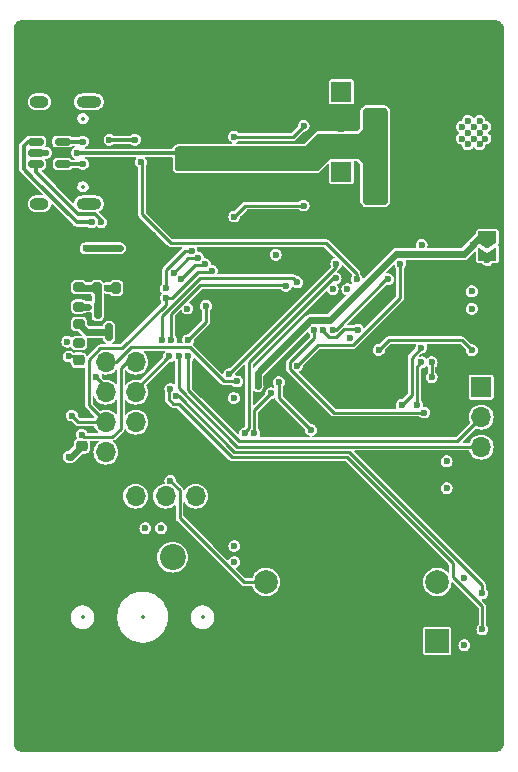
<source format=gbl>
%TF.GenerationSoftware,KiCad,Pcbnew,8.0.5*%
%TF.CreationDate,2024-10-25T16:55:05+02:00*%
%TF.ProjectId,Keyboard_PCB,4b657962-6f61-4726-945f-5043422e6b69,rev?*%
%TF.SameCoordinates,Original*%
%TF.FileFunction,Copper,L4,Bot*%
%TF.FilePolarity,Positive*%
%FSLAX46Y46*%
G04 Gerber Fmt 4.6, Leading zero omitted, Abs format (unit mm)*
G04 Created by KiCad (PCBNEW 8.0.5) date 2024-10-25 16:55:05*
%MOMM*%
%LPD*%
G01*
G04 APERTURE LIST*
G04 Aperture macros list*
%AMRoundRect*
0 Rectangle with rounded corners*
0 $1 Rounding radius*
0 $2 $3 $4 $5 $6 $7 $8 $9 X,Y pos of 4 corners*
0 Add a 4 corners polygon primitive as box body*
4,1,4,$2,$3,$4,$5,$6,$7,$8,$9,$2,$3,0*
0 Add four circle primitives for the rounded corners*
1,1,$1+$1,$2,$3*
1,1,$1+$1,$4,$5*
1,1,$1+$1,$6,$7*
1,1,$1+$1,$8,$9*
0 Add four rect primitives between the rounded corners*
20,1,$1+$1,$2,$3,$4,$5,0*
20,1,$1+$1,$4,$5,$6,$7,0*
20,1,$1+$1,$6,$7,$8,$9,0*
20,1,$1+$1,$8,$9,$2,$3,0*%
%AMFreePoly0*
4,1,6,1.000000,0.000000,0.500000,-0.750000,-0.500000,-0.750000,-0.500000,0.750000,0.500000,0.750000,1.000000,0.000000,1.000000,0.000000,$1*%
%AMFreePoly1*
4,1,6,0.500000,-0.750000,-0.650000,-0.750000,-0.150000,0.000000,-0.650000,0.750000,0.500000,0.750000,0.500000,-0.750000,0.500000,-0.750000,$1*%
G04 Aperture macros list end*
%TA.AperFunction,SMDPad,CuDef*%
%ADD10FreePoly0,270.000000*%
%TD*%
%TA.AperFunction,SMDPad,CuDef*%
%ADD11FreePoly1,270.000000*%
%TD*%
%TA.AperFunction,ComponentPad*%
%ADD12C,2.200000*%
%TD*%
%TA.AperFunction,ComponentPad*%
%ADD13O,2.100000X1.000000*%
%TD*%
%TA.AperFunction,ComponentPad*%
%ADD14O,1.600000X1.000000*%
%TD*%
%TA.AperFunction,ComponentPad*%
%ADD15R,1.700000X1.700000*%
%TD*%
%TA.AperFunction,ComponentPad*%
%ADD16O,1.700000X1.700000*%
%TD*%
%TA.AperFunction,ComponentPad*%
%ADD17C,0.700000*%
%TD*%
%TA.AperFunction,ComponentPad*%
%ADD18C,4.400000*%
%TD*%
%TA.AperFunction,HeatsinkPad*%
%ADD19C,0.500000*%
%TD*%
%TA.AperFunction,HeatsinkPad*%
%ADD20R,2.700000X2.700000*%
%TD*%
%TA.AperFunction,ComponentPad*%
%ADD21R,2.000000X2.000000*%
%TD*%
%TA.AperFunction,ComponentPad*%
%ADD22C,2.000000*%
%TD*%
%TA.AperFunction,ComponentPad*%
%ADD23R,3.200000X2.000000*%
%TD*%
%TA.AperFunction,SMDPad,CuDef*%
%ADD24RoundRect,0.200000X0.275000X-0.200000X0.275000X0.200000X-0.275000X0.200000X-0.275000X-0.200000X0*%
%TD*%
%TA.AperFunction,SMDPad,CuDef*%
%ADD25RoundRect,0.150000X-0.150000X0.587500X-0.150000X-0.587500X0.150000X-0.587500X0.150000X0.587500X0*%
%TD*%
%TA.AperFunction,SMDPad,CuDef*%
%ADD26RoundRect,0.225000X0.250000X-0.225000X0.250000X0.225000X-0.250000X0.225000X-0.250000X-0.225000X0*%
%TD*%
%TA.AperFunction,SMDPad,CuDef*%
%ADD27RoundRect,0.150000X0.512500X0.150000X-0.512500X0.150000X-0.512500X-0.150000X0.512500X-0.150000X0*%
%TD*%
%TA.AperFunction,SMDPad,CuDef*%
%ADD28RoundRect,0.200000X-0.200000X-0.275000X0.200000X-0.275000X0.200000X0.275000X-0.200000X0.275000X0*%
%TD*%
%TA.AperFunction,SMDPad,CuDef*%
%ADD29RoundRect,0.200000X-0.275000X0.200000X-0.275000X-0.200000X0.275000X-0.200000X0.275000X0.200000X0*%
%TD*%
%TA.AperFunction,ViaPad*%
%ADD30C,0.600000*%
%TD*%
%TA.AperFunction,Conductor*%
%ADD31C,0.400000*%
%TD*%
%TA.AperFunction,Conductor*%
%ADD32C,0.600000*%
%TD*%
%TA.AperFunction,Conductor*%
%ADD33C,0.300000*%
%TD*%
%TA.AperFunction,Conductor*%
%ADD34C,0.250000*%
%TD*%
%TA.AperFunction,Conductor*%
%ADD35C,0.350000*%
%TD*%
%ADD36C,0.300000*%
%ADD37C,0.350000*%
%ADD38O,1.700000X0.600000*%
%ADD39O,1.200000X0.600000*%
%ADD40C,0.200000*%
%ADD41O,2.800000X1.500000*%
G04 APERTURE END LIST*
D10*
%TO.P,JP3,1,A*%
%TO.N,/VBAT*%
X125318750Y-207802501D03*
D11*
%TO.P,JP3,2,B*%
%TO.N,+3V3*%
X125318750Y-209252499D03*
%TD*%
D12*
%TO.P,SW2,1,1*%
%TO.N,/WKUP*%
X98658751Y-234872500D03*
%TO.P,SW2,2,2*%
%TO.N,GND*%
X92308751Y-237412500D03*
%TD*%
D13*
%TO.P,J2,S1,SHIELD*%
%TO.N,unconnected-(J2-SHIELD-PadS1)_3*%
X91573750Y-196307500D03*
D14*
%TO.N,unconnected-(J2-SHIELD-PadS1)_2*%
X87393750Y-196307500D03*
D13*
%TO.N,unconnected-(J2-SHIELD-PadS1)_1*%
X91573750Y-204947500D03*
D14*
%TO.N,unconnected-(J2-SHIELD-PadS1)*%
X87393750Y-204947500D03*
%TD*%
D15*
%TO.P,J1,1,Pin_1*%
%TO.N,GND*%
X92993750Y-229702500D03*
D16*
%TO.P,J1,2,Pin_2*%
%TO.N,+3V3*%
X95533750Y-229702500D03*
%TO.P,J1,3,Pin_3*%
%TO.N,/I2C_LCD_SCL*%
X98073749Y-229702500D03*
%TO.P,J1,4,Pin_4*%
%TO.N,/I2C_LCD_SDA*%
X100613750Y-229702500D03*
%TD*%
D15*
%TO.P,J5,1,Pin_1*%
%TO.N,+3V3*%
X124793750Y-220477500D03*
D16*
%TO.P,J5,2,Pin_2*%
%TO.N,/SWDIO*%
X124793750Y-223017500D03*
%TO.P,J5,3,Pin_3*%
%TO.N,/SWCLK*%
X124793750Y-225557499D03*
%TO.P,J5,4,Pin_4*%
%TO.N,GND*%
X124793750Y-228097500D03*
%TD*%
D17*
%TO.P,H4,1,1*%
%TO.N,GND*%
X122318750Y-248627500D03*
X122802024Y-247460774D03*
X122802024Y-249794226D03*
X123968750Y-246977500D03*
D18*
X123968750Y-248627500D03*
D17*
X123968750Y-250277500D03*
X125135476Y-247460774D03*
X125135476Y-249794226D03*
X125618750Y-248627500D03*
%TD*%
D15*
%TO.P,BT1,1,+*%
%TO.N,/USB_PWR/APP_BAT*%
X112953750Y-195467500D03*
D16*
%TO.P,BT1,2,-*%
%TO.N,GND*%
X112953750Y-198007500D03*
%TD*%
D17*
%TO.P,H2,1,1*%
%TO.N,GND*%
X86318750Y-209127500D03*
X86802024Y-207960774D03*
X86802024Y-210294226D03*
X87968750Y-207477500D03*
D18*
X87968750Y-209127500D03*
D17*
X87968750Y-210777500D03*
X89135476Y-207960774D03*
X89135476Y-210294226D03*
X89618750Y-209127500D03*
%TD*%
D19*
%TO.P,U2,21,EPAD*%
%TO.N,GND*%
X122553750Y-195177500D03*
X120353750Y-195177500D03*
D20*
X121453750Y-196277500D03*
D19*
X122553750Y-197377500D03*
X120353750Y-197377500D03*
%TD*%
D15*
%TO.P,J3,1,Pin_1*%
%TO.N,GND*%
X95558750Y-225977500D03*
D16*
%TO.P,J3,2,Pin_2*%
%TO.N,+3V3*%
X93018750Y-225977500D03*
%TO.P,J3,3,Pin_3*%
%TO.N,/LCD_CLK*%
X95558750Y-223437500D03*
%TO.P,J3,4,Pin_4*%
%TO.N,/LCD_MOSI*%
X93018750Y-223437500D03*
%TO.P,J3,5,Pin_5*%
%TO.N,/LCD_NRST*%
X95558750Y-220897501D03*
%TO.P,J3,6,Pin_6*%
%TO.N,/LCD_DC*%
X93018750Y-220897500D03*
%TO.P,J3,7,Pin_7*%
%TO.N,/LCD_NCS*%
X95558750Y-218357500D03*
%TO.P,J3,8,Pin_8*%
%TO.N,/LCD_BL*%
X93018750Y-218357500D03*
%TD*%
D21*
%TO.P,SW1,A,A*%
%TO.N,/EC11_A*%
X121068750Y-241977500D03*
D22*
%TO.P,SW1,B,B*%
%TO.N,/EC11_B*%
X121068750Y-236977500D03*
%TO.P,SW1,C,C*%
%TO.N,GND*%
X121068750Y-239477500D03*
D23*
%TO.P,SW1,MP,MP*%
X113568750Y-245077500D03*
X113568750Y-233877500D03*
D22*
%TO.P,SW1,S1,S1*%
%TO.N,/ENC_SW*%
X106568750Y-236977500D03*
%TO.P,SW1,S2,S2*%
%TO.N,GND*%
X106568750Y-241977500D03*
%TD*%
D15*
%TO.P,BT2,1,+*%
%TO.N,/USB_PWR/BKUP_BAT*%
X112953750Y-202217500D03*
D16*
%TO.P,BT2,2,-*%
%TO.N,GND*%
X112953750Y-204757500D03*
%TD*%
D17*
%TO.P,H3,1,1*%
%TO.N,GND*%
X86318750Y-248627500D03*
X86802024Y-247460774D03*
X86802024Y-249794226D03*
X87968750Y-246977500D03*
D18*
X87968750Y-248627500D03*
D17*
X87968750Y-250277500D03*
X89135476Y-247460774D03*
X89135476Y-249794226D03*
X89618750Y-248627500D03*
%TD*%
%TO.P,H1,1,1*%
%TO.N,GND*%
X86318750Y-192127500D03*
X86802024Y-190960774D03*
X86802024Y-193294226D03*
X87968750Y-190477500D03*
D18*
X87968750Y-192127500D03*
D17*
X87968750Y-193777500D03*
X89135476Y-190960774D03*
X89135476Y-193294226D03*
X89618750Y-192127500D03*
%TD*%
D19*
%TO.P,U4,21,EPAD*%
%TO.N,GND*%
X122553750Y-203877500D03*
X120353750Y-203877500D03*
D20*
X121453750Y-204977500D03*
D19*
X122553750Y-206077500D03*
X120353750Y-206077500D03*
%TD*%
D24*
%TO.P,R27,1*%
%TO.N,/LCD_BL*%
X90718750Y-213652500D03*
%TO.P,R27,2*%
%TO.N,Net-(Q1-B)*%
X90718750Y-212002500D03*
%TD*%
D25*
%TO.P,Q1,1,B*%
%TO.N,Net-(Q1-B)*%
X92318750Y-213940000D03*
%TO.P,Q1,2,E*%
%TO.N,GND*%
X94218750Y-213940000D03*
%TO.P,Q1,3,C*%
%TO.N,Net-(Q1-C)*%
X93268750Y-215815001D03*
%TD*%
D26*
%TO.P,C12,1*%
%TO.N,GND*%
X90718750Y-219727500D03*
%TO.P,C12,2*%
%TO.N,+3V3*%
X90718750Y-218177500D03*
%TD*%
D27*
%TO.P,U3,1,I/O1*%
%TO.N,Net-(J2-D--PadA7)*%
X89356250Y-199677501D03*
%TO.P,U3,2,GND*%
%TO.N,GND*%
X89356250Y-200627500D03*
%TO.P,U3,3,I/O2*%
%TO.N,Net-(J2-D+-PadA6)*%
X89356250Y-201577499D03*
%TO.P,U3,4,I/O2*%
%TO.N,Net-(FL1-Pad4)*%
X87081250Y-201577499D03*
%TO.P,U3,5,VBUS*%
%TO.N,+5V*%
X87081250Y-200627500D03*
%TO.P,U3,6,I/O1*%
%TO.N,Net-(FL1-Pad1)*%
X87081250Y-199677501D03*
%TD*%
D28*
%TO.P,R26,1*%
%TO.N,Net-(Q1-B)*%
X92243750Y-212077500D03*
%TO.P,R26,2*%
%TO.N,+3V3*%
X93893750Y-212077500D03*
%TD*%
D26*
%TO.P,C11,1*%
%TO.N,GND*%
X90968750Y-227002500D03*
%TO.P,C11,2*%
%TO.N,+3V3*%
X90968750Y-225452500D03*
%TD*%
D29*
%TO.P,R28,1*%
%TO.N,Net-(Q1-C)*%
X90718750Y-215102500D03*
%TO.P,R28,2*%
%TO.N,Net-(J4-Pin_21)*%
X90718750Y-216752500D03*
%TD*%
D30*
%TO.N,GND*%
X86068750Y-215377500D03*
%TO.N,+3V3*%
X125318750Y-209727500D03*
%TO.N,GND*%
X96968750Y-220377500D03*
X105968750Y-233127500D03*
X86468750Y-228127500D03*
X90968750Y-193627500D03*
X100968750Y-243127500D03*
X118718750Y-201877500D03*
X125968750Y-194127500D03*
X104968750Y-192127500D03*
X113468750Y-235627500D03*
X86468750Y-212127500D03*
X119418750Y-202627500D03*
X109968750Y-208902500D03*
X92468341Y-193627297D03*
X119418750Y-193127500D03*
X96968750Y-217877500D03*
X118468750Y-248627500D03*
X116968750Y-212827500D03*
X94718750Y-206877500D03*
X103893750Y-238777500D03*
X100968750Y-194627500D03*
X101718750Y-193627500D03*
X114718750Y-206877500D03*
X100228628Y-223880405D03*
X93968750Y-193627500D03*
X123218750Y-234627500D03*
X110968750Y-243127500D03*
X94718750Y-205377500D03*
X115468750Y-192127500D03*
X93468750Y-235627500D03*
X114868750Y-208427500D03*
X93218750Y-192877500D03*
X113093750Y-227127500D03*
X110218750Y-192877500D03*
X90968750Y-228127500D03*
X94718750Y-192877500D03*
X118693750Y-226627500D03*
X100718750Y-192877500D03*
X123968750Y-245627500D03*
X104968750Y-206127500D03*
X93218750Y-205377500D03*
X111393750Y-220702500D03*
X106468750Y-192127500D03*
X97968750Y-225877500D03*
X113468750Y-240627500D03*
X118468750Y-235627500D03*
X86068750Y-223377500D03*
X120968750Y-199627500D03*
X96968750Y-195627500D03*
X114718750Y-192877500D03*
X93468750Y-210377500D03*
X98968750Y-207627500D03*
X103893750Y-239977500D03*
X96968750Y-207627500D03*
X118708750Y-223627500D03*
X119471614Y-194627499D03*
X123468750Y-191627500D03*
X104218750Y-208877500D03*
X101968750Y-207627500D03*
X101968750Y-221377500D03*
X112468750Y-192127500D03*
X113468750Y-211127500D03*
X115968750Y-233127500D03*
X106218750Y-208877500D03*
X102468750Y-194627500D03*
X120718750Y-234627500D03*
X117968750Y-201127500D03*
X108468750Y-240627500D03*
X97718750Y-192877500D03*
X107218750Y-192877500D03*
X89468750Y-212127500D03*
X110968750Y-207627500D03*
X94968750Y-211377500D03*
X115093750Y-217577500D03*
X96968750Y-192127500D03*
X104968750Y-207627500D03*
X98468750Y-245627500D03*
X110968750Y-238127500D03*
X112468750Y-206127500D03*
X89868750Y-222127500D03*
X102368750Y-232427500D03*
X95468750Y-197127500D03*
X97968750Y-224627500D03*
X93468750Y-240627500D03*
X108468750Y-248627500D03*
X108468750Y-245627500D03*
X94118750Y-207627500D03*
X97468750Y-211377500D03*
X110968750Y-228127500D03*
X121468750Y-191627500D03*
X99968750Y-192127500D03*
X109468750Y-207627500D03*
X107968750Y-193627500D03*
X113218750Y-192877500D03*
X112468750Y-193627500D03*
X105218750Y-209877500D03*
X94468750Y-228377500D03*
X117968750Y-202627500D03*
X119958750Y-223627500D03*
X99468750Y-194627500D03*
X95468750Y-203127500D03*
X91718750Y-194627500D03*
X105718750Y-192877500D03*
X125568751Y-217339999D03*
X94718750Y-194627500D03*
X100218750Y-193627500D03*
X90218750Y-194627500D03*
X123318750Y-239477500D03*
X91968750Y-216627500D03*
X117968750Y-199627500D03*
X100966938Y-228124923D03*
X97968750Y-227127500D03*
X105718750Y-206877500D03*
X93618750Y-222177500D03*
X114818750Y-226177500D03*
X116718750Y-230627500D03*
X93468750Y-245627500D03*
X110021812Y-218830561D03*
X92468750Y-192127500D03*
X98468750Y-248627500D03*
X120968750Y-222127500D03*
X125968750Y-195627500D03*
X118468750Y-240627500D03*
X95468750Y-206127500D03*
X102693750Y-220627500D03*
X102218750Y-192877500D03*
X97143750Y-206002500D03*
X93968750Y-204627500D03*
X108468750Y-235627500D03*
X121968750Y-222127500D03*
X86068750Y-219127500D03*
X86068750Y-220627500D03*
X118468750Y-245627500D03*
X125968750Y-233127500D03*
X95468750Y-195627500D03*
X116968750Y-193627500D03*
X115468750Y-193627500D03*
X119468750Y-191627500D03*
X89868750Y-220627500D03*
X95468750Y-193627500D03*
X92468750Y-209627500D03*
X125968750Y-204127500D03*
X107718750Y-198627500D03*
X111718750Y-192877500D03*
X93218750Y-194627500D03*
X90968750Y-192127500D03*
X121468750Y-223627500D03*
X119968750Y-226627500D03*
X110968750Y-233127500D03*
X117968750Y-191627500D03*
X95968750Y-243127500D03*
X103620742Y-222700508D03*
X98468750Y-192127500D03*
X117968750Y-194627500D03*
X103468750Y-248627500D03*
X103968750Y-194627500D03*
X115968750Y-243127500D03*
X102661769Y-215627500D03*
X103468750Y-245627500D03*
X113093750Y-221402500D03*
X96218750Y-211377500D03*
X97468750Y-210377500D03*
X93968750Y-206127500D03*
X98468750Y-195627500D03*
X113968750Y-206127500D03*
X96218750Y-192877500D03*
X103468750Y-207627500D03*
X119418750Y-201127500D03*
X100468750Y-207627500D03*
X101468750Y-192127500D03*
X110218750Y-206877500D03*
X124968750Y-193127500D03*
X106468750Y-207627500D03*
X121393750Y-208427500D03*
X90968750Y-209627500D03*
X113968750Y-192127500D03*
X116168750Y-220802500D03*
X118468750Y-214377500D03*
X102968750Y-193627500D03*
X113468750Y-230627500D03*
X116968750Y-192127500D03*
X105843750Y-212445519D03*
X109468750Y-193627500D03*
X107968750Y-192127500D03*
X98468750Y-218877500D03*
X87968750Y-245627500D03*
X95468750Y-204627500D03*
X118718750Y-192377500D03*
X119418750Y-199627500D03*
X118468750Y-193627500D03*
X96718750Y-228377500D03*
X123468750Y-193127500D03*
X97968750Y-222127500D03*
X113468750Y-248627500D03*
X93168750Y-203827500D03*
X106468750Y-198627500D03*
X91718750Y-192877500D03*
X118718750Y-203377500D03*
X113218750Y-206877500D03*
X95468750Y-198627500D03*
X89468750Y-228127500D03*
X96218750Y-210377500D03*
X95468750Y-192127500D03*
X93618750Y-219627500D03*
X110968750Y-193627500D03*
X105968750Y-228127500D03*
X108468750Y-230627500D03*
X104968750Y-193627500D03*
X109468750Y-192127500D03*
X117718750Y-192877500D03*
X96218750Y-206877500D03*
X108493750Y-224402500D03*
X94968750Y-210377500D03*
X96218750Y-196377500D03*
X118068750Y-219627500D03*
X108068750Y-207627500D03*
X108591758Y-209104492D03*
X96968750Y-193627500D03*
X119968750Y-215877500D03*
X118718750Y-200377500D03*
X102968750Y-192127500D03*
X115968750Y-238127500D03*
X97718750Y-194627500D03*
X94218750Y-215077500D03*
X113968750Y-193627500D03*
X110968750Y-192127500D03*
X94968750Y-222177500D03*
X98618750Y-193627500D03*
X111343750Y-208902500D03*
X125968750Y-196877500D03*
X94968750Y-219627500D03*
X125968750Y-198127500D03*
X116218750Y-192877500D03*
X99218750Y-192877500D03*
X108718750Y-192877500D03*
X106468750Y-193627500D03*
X87968750Y-240627500D03*
X100968750Y-238127500D03*
X120468750Y-212177500D03*
X96218750Y-194627500D03*
X87968750Y-235627500D03*
X89868750Y-219127500D03*
X86068750Y-222127500D03*
X93468750Y-248627500D03*
X97868750Y-206727500D03*
X119218750Y-230627500D03*
X95468750Y-207627500D03*
X91718750Y-210377500D03*
X90968750Y-233127500D03*
X90971293Y-243121088D03*
X123468750Y-230627500D03*
X87968750Y-230627500D03*
X111718750Y-206877500D03*
X125968750Y-202627500D03*
X97968750Y-223377500D03*
X119343750Y-212177500D03*
X98471655Y-240627499D03*
X93968750Y-192127500D03*
X103718750Y-192877500D03*
X106468750Y-206127500D03*
X104968750Y-198627500D03*
%TO.N,+3V3*%
X121868750Y-226752500D03*
X124653750Y-198927500D03*
X124153750Y-198427500D03*
X89868750Y-226377500D03*
X89868750Y-217877500D03*
X103893750Y-233927500D03*
X123993751Y-212365000D03*
X123653750Y-199927500D03*
X125153750Y-198427500D03*
X124153750Y-199427500D03*
X112218750Y-212177500D03*
X93143750Y-212077500D03*
X123653750Y-197927500D03*
X123653750Y-198927500D03*
X103852221Y-221394029D03*
X119743750Y-208427500D03*
X123368750Y-236602500D03*
X125153750Y-199427500D03*
X97683750Y-232422500D03*
X113468750Y-212177500D03*
X123993751Y-213840000D03*
X113670463Y-216279213D03*
X99899296Y-213821954D03*
X107395706Y-209251944D03*
X124653750Y-199927500D03*
X123153750Y-198427500D03*
X123153750Y-199427500D03*
X103897344Y-235277500D03*
X96358751Y-232422500D03*
X121868750Y-229027500D03*
X123368750Y-242327500D03*
X124653750Y-197927500D03*
%TO.N,/NRST*%
X117943750Y-210027500D03*
X109218750Y-218652500D03*
%TO.N,/LSE_IN*%
X110393750Y-224102500D03*
X107652970Y-220053014D03*
%TO.N,/VBAT*%
X105859027Y-220385193D03*
X124093750Y-208427500D03*
%TO.N,/ENC_A*%
X98479531Y-220629085D03*
X124893750Y-240977500D03*
%TO.N,/ENC_B*%
X124893750Y-237927500D03*
X98983089Y-221250723D03*
%TO.N,/ENC_SW*%
X97743744Y-216477500D03*
X109218750Y-211602500D03*
X98480811Y-228406555D03*
%TO.N,+5V*%
X115118750Y-197177500D03*
X99216249Y-201877500D03*
X87968750Y-200627500D03*
X115118750Y-204677500D03*
X99216249Y-201127500D03*
X115818750Y-197177500D03*
X99216249Y-200377500D03*
X115818750Y-204677500D03*
X90563750Y-200627500D03*
X116518750Y-197177500D03*
X116518750Y-204677500D03*
%TO.N,/WKUP*%
X107027970Y-220977500D03*
X105593750Y-224377500D03*
%TO.N,/STATUS*%
X116126808Y-217319442D03*
X111405097Y-215624012D03*
X114347177Y-215602499D03*
X123993751Y-217339999D03*
%TO.N,/USB_DN*%
X91293750Y-208727500D03*
X94218750Y-208727500D03*
%TO.N,Net-(FL1-Pad1)*%
X91818747Y-206508899D03*
%TO.N,Net-(FL1-Pad4)*%
X92618750Y-206508899D03*
%TO.N,/SWCLK*%
X99168747Y-217877500D03*
%TO.N,/SWDIO*%
X101509131Y-213590978D03*
X99968750Y-216477500D03*
X99968750Y-217877500D03*
%TO.N,Net-(J2-D+-PadA6)*%
X91068750Y-201577500D03*
%TO.N,Net-(J2-D--PadA7)*%
X91068750Y-199677500D03*
%TO.N,/USB_SENS*%
X93318750Y-199527501D03*
X116899799Y-211352498D03*
X112205090Y-215627790D03*
X95468026Y-199515795D03*
X95968750Y-201427500D03*
X114236460Y-211352500D03*
%TO.N,/LCD_BL*%
X91512877Y-213653343D03*
X104144870Y-219989225D03*
%TO.N,/LCD_DC*%
X100268238Y-208948130D03*
X98086337Y-212108788D03*
X92193750Y-219627500D03*
%TO.N,/LCD_CLK*%
X98770650Y-210773946D03*
X100833925Y-209513817D03*
%TO.N,/LCD_NRST*%
X108258367Y-211876728D03*
X98368744Y-217877500D03*
X98543747Y-216477500D03*
%TO.N,/LCD_MOSI*%
X101983179Y-210626728D03*
X98067404Y-212908566D03*
X90137820Y-222880896D03*
%TO.N,/LCD_NCS*%
X101399612Y-210079505D03*
X99336337Y-211339633D03*
X90959867Y-224502501D03*
%TO.N,Net-(J4-Pin_21)*%
X89743750Y-216629343D03*
%TO.N,/BOOT0*%
X112518750Y-210027500D03*
X103461025Y-219364226D03*
%TO.N,/FLASH_CLK*%
X119734867Y-218377500D03*
X119368750Y-222002500D03*
%TO.N,/FLASH_NRST*%
X119968750Y-222627500D03*
X110605235Y-215638985D03*
%TO.N,/FLASH_MISO*%
X120593750Y-218377500D03*
X120593750Y-219627500D03*
%TO.N,/FLASH_MOSI*%
X118061229Y-221977500D03*
X119734025Y-217127500D03*
%TO.N,Net-(U5-~{PG})*%
X103879331Y-199277500D03*
X109752908Y-198350167D03*
%TO.N,Net-(U6-~{PG})*%
X103890203Y-206027500D03*
X109752908Y-205100167D03*
%TO.N,Net-(JP2-B)*%
X112468750Y-211252500D03*
X104793747Y-224377500D03*
%TD*%
D31*
%TO.N,+3V3*%
X125318750Y-209252499D02*
X125318750Y-209727500D01*
D32*
%TO.N,/VBAT*%
X125318750Y-207802501D02*
X124654568Y-207802501D01*
X124654568Y-207802501D02*
X124063750Y-208393319D01*
X111953609Y-214824012D02*
X110288837Y-214824012D01*
X105859027Y-219253822D02*
X105859027Y-220385193D01*
X124093750Y-208427500D02*
X123293750Y-209227500D01*
X123293750Y-209227500D02*
X117550121Y-209227500D01*
X117550121Y-209227500D02*
X111953609Y-214824012D01*
X110288837Y-214824012D02*
X105859027Y-219253822D01*
D33*
%TO.N,GND*%
X88343750Y-201216237D02*
X88343750Y-201938761D01*
X88343750Y-201938761D02*
X88632489Y-202227500D01*
X89356250Y-200627500D02*
X88932487Y-200627500D01*
X91568750Y-202227500D02*
X93168750Y-203827500D01*
X88632489Y-202227500D02*
X91568750Y-202227500D01*
X88932487Y-200627500D02*
X88343750Y-201216237D01*
D32*
X94218750Y-213940000D02*
X94218750Y-215077500D01*
%TO.N,+3V3*%
X93893750Y-212077500D02*
X93143750Y-212077500D01*
X89868750Y-226377500D02*
X90043750Y-226377500D01*
D34*
X89868750Y-217877500D02*
X90418750Y-217877500D01*
X90418750Y-217877500D02*
X90718750Y-218177500D01*
D32*
X90043750Y-226377500D02*
X90968750Y-225452500D01*
D34*
%TO.N,/NRST*%
X113906060Y-216927500D02*
X117943750Y-212889810D01*
X110943750Y-216927500D02*
X113906060Y-216927500D01*
X117943750Y-212889810D02*
X117943750Y-210027500D01*
X109218750Y-218652500D02*
X110943750Y-216927500D01*
%TO.N,/LSE_IN*%
X107652970Y-220053014D02*
X107652970Y-221361720D01*
X107652970Y-221361720D02*
X110393750Y-224102500D01*
%TO.N,/ENC_A*%
X122393750Y-235380012D02*
X113416238Y-226402500D01*
X99185214Y-221875723D02*
X98724205Y-221875723D01*
X98358089Y-221509607D02*
X98358089Y-220750527D01*
X124893750Y-239011384D02*
X122393750Y-236511384D01*
X98358089Y-220750527D02*
X98479531Y-220629085D01*
X122393750Y-236511384D02*
X122393750Y-235380012D01*
X98724205Y-221875723D02*
X98358089Y-221509607D01*
X124893750Y-240977500D02*
X124893750Y-239011384D01*
X103711991Y-226402500D02*
X99185214Y-221875723D01*
X113416238Y-226402500D02*
X103711991Y-226402500D01*
%TO.N,/ENC_B*%
X98983089Y-221250723D02*
X99196610Y-221250723D01*
X113602634Y-225952500D02*
X124893750Y-237243616D01*
X103898387Y-225952500D02*
X113602634Y-225952500D01*
X124893750Y-237243616D02*
X124893750Y-237927500D01*
X99196610Y-221250723D02*
X103898387Y-225952500D01*
%TO.N,/ENC_SW*%
X98418750Y-213777500D02*
X97743744Y-214452506D01*
X97743744Y-214452506D02*
X97743744Y-216477500D01*
X98480811Y-228406555D02*
X99248749Y-229174493D01*
X108867978Y-211251728D02*
X100944522Y-211251728D01*
X100944522Y-211251728D02*
X98418750Y-213777500D01*
X99248749Y-231512789D02*
X104713460Y-236977500D01*
X104713460Y-236977500D02*
X106568750Y-236977500D01*
X99248749Y-229174493D02*
X99248749Y-231512789D01*
X109218750Y-211602500D02*
X108867978Y-211251728D01*
D33*
%TO.N,+5V*%
X99216249Y-201127500D02*
X99216249Y-200377500D01*
X90563750Y-200627500D02*
X98716249Y-200627500D01*
X87081250Y-200627500D02*
X87968750Y-200627500D01*
X99216249Y-201127500D02*
X99216249Y-200877500D01*
X98966249Y-200627500D02*
X99216249Y-200377500D01*
X98716249Y-200627500D02*
X98966249Y-200627500D01*
X99216249Y-200877500D02*
X98966249Y-200627500D01*
D34*
%TO.N,/WKUP*%
X105593750Y-222411720D02*
X105593750Y-224377500D01*
X107027970Y-220977500D02*
X105593750Y-222411720D01*
%TO.N,/STATUS*%
X113155146Y-215577500D02*
X114322178Y-215577500D01*
X116943750Y-216502500D02*
X123156252Y-216502500D01*
X111946206Y-216252790D02*
X112479856Y-216252790D01*
X116126808Y-217319442D02*
X116943750Y-216502500D01*
X114322178Y-215577500D02*
X114347177Y-215602499D01*
X111405097Y-215624012D02*
X111405097Y-215711681D01*
X112479856Y-216252790D02*
X113155146Y-215577500D01*
X111405097Y-215711681D02*
X111946206Y-216252790D01*
X123156252Y-216502500D02*
X123993751Y-217339999D01*
D32*
%TO.N,/USB_DN*%
X91293750Y-208727500D02*
X94218750Y-208727500D01*
D35*
%TO.N,Net-(FL1-Pad1)*%
X86418751Y-199677501D02*
X87081250Y-199677501D01*
X91818747Y-206508899D02*
X90569894Y-206508899D01*
X86043750Y-200052502D02*
X86418751Y-199677501D01*
X86853432Y-202812182D02*
X86043750Y-202002500D01*
X86873177Y-202812182D02*
X86853432Y-202812182D01*
X90569894Y-206508899D02*
X86873177Y-202812182D01*
X86043750Y-202002500D02*
X86043750Y-200052502D01*
%TO.N,Net-(FL1-Pad4)*%
X87081250Y-202262182D02*
X87081250Y-201577499D01*
X90672712Y-205833899D02*
X87100995Y-202262182D01*
X92618750Y-206508899D02*
X92618750Y-206354307D01*
X92618750Y-206354307D02*
X92098342Y-205833899D01*
X87100995Y-202262182D02*
X87081250Y-202262182D01*
X92098342Y-205833899D02*
X90672712Y-205833899D01*
D34*
%TO.N,/SWCLK*%
X124793750Y-225557499D02*
X124738751Y-225502500D01*
X99168747Y-220552497D02*
X99168747Y-217877500D01*
X104118750Y-225502500D02*
X99168747Y-220552497D01*
X124738751Y-225502500D02*
X104118750Y-225502500D01*
%TO.N,/SWDIO*%
X122758750Y-225052500D02*
X104305146Y-225052500D01*
X99968750Y-220716104D02*
X99968750Y-217877500D01*
X101509131Y-214937119D02*
X101509131Y-213590978D01*
X99968750Y-216477500D02*
X101509131Y-214937119D01*
X104305146Y-225052500D02*
X99968750Y-220716104D01*
X124793750Y-223017500D02*
X122758750Y-225052500D01*
D33*
%TO.N,Net-(J2-D+-PadA6)*%
X89356251Y-201577500D02*
X89356250Y-201577499D01*
X91068750Y-201577500D02*
X89356251Y-201577500D01*
%TO.N,Net-(J2-D--PadA7)*%
X89356251Y-199677500D02*
X89356250Y-199677501D01*
X91068750Y-199677500D02*
X89356251Y-199677500D01*
D34*
%TO.N,/USB_SENS*%
X112468460Y-215627790D02*
X112205090Y-215627790D01*
X114236460Y-211352500D02*
X114236460Y-210861326D01*
X111627634Y-208252500D02*
X98493750Y-208252500D01*
X114236460Y-210861326D02*
X111627634Y-208252500D01*
X96093750Y-201552500D02*
X95968750Y-201427500D01*
X116743752Y-211352498D02*
X112468460Y-215627790D01*
X96093750Y-205852500D02*
X96093750Y-201552500D01*
X116899799Y-211352498D02*
X116743752Y-211352498D01*
X98493750Y-208252500D02*
X96093750Y-205852500D01*
D33*
X95468026Y-199515795D02*
X95456320Y-199527501D01*
X95456320Y-199527501D02*
X93318750Y-199527501D01*
D34*
%TO.N,/LCD_BL*%
X93018750Y-218357500D02*
X93897049Y-218357500D01*
D32*
X91512034Y-213652500D02*
X90718750Y-213652500D01*
D34*
X103030475Y-219989225D02*
X104144870Y-219989225D01*
X93897049Y-218357500D02*
X95152049Y-217102500D01*
X95152049Y-217102500D02*
X100143750Y-217102500D01*
D32*
X91512877Y-213653343D02*
X91512034Y-213652500D01*
D34*
X100143750Y-217102500D02*
X103030475Y-219989225D01*
%TO.N,/LCD_DC*%
X93018750Y-220897500D02*
X93018750Y-220452500D01*
X98086337Y-212108788D02*
X98086337Y-210574375D01*
X93018750Y-220452500D02*
X92193750Y-219627500D01*
X98086337Y-210574375D02*
X99712582Y-208948130D01*
X99712582Y-208948130D02*
X100268238Y-208948130D01*
%TO.N,/LCD_CLK*%
X98770650Y-210773946D02*
X99971466Y-209573130D01*
X99971466Y-209573130D02*
X100774612Y-209573130D01*
X100774612Y-209573130D02*
X100833925Y-209513817D01*
%TO.N,/LCD_NRST*%
X98543747Y-214293619D02*
X98543747Y-216477500D01*
X108258367Y-211876728D02*
X108202158Y-211820519D01*
X95558750Y-220687494D02*
X95558750Y-220897501D01*
X98368744Y-217877500D02*
X95558750Y-220687494D01*
X101016847Y-211820519D02*
X98543747Y-214293619D01*
X108202158Y-211820519D02*
X101016847Y-211820519D01*
%TO.N,/LCD_MOSI*%
X98067404Y-213478846D02*
X98067404Y-212908566D01*
X93018750Y-223437500D02*
X91568750Y-221987500D01*
X98651288Y-212908566D02*
X100855349Y-210704505D01*
X93008750Y-223427500D02*
X93018750Y-223437500D01*
X90684424Y-223427500D02*
X93008750Y-223427500D01*
X94368750Y-217177500D02*
X98067404Y-213478846D01*
X100855349Y-210704505D02*
X101905402Y-210704505D01*
X91568750Y-218145799D02*
X92537049Y-217177500D01*
X92537049Y-217177500D02*
X94368750Y-217177500D01*
X90137820Y-222880896D02*
X90684424Y-223427500D01*
X91568750Y-221987500D02*
X91568750Y-218145799D01*
X101905402Y-210704505D02*
X101983179Y-210626728D01*
X98067404Y-212908566D02*
X98651288Y-212908566D01*
%TO.N,/LCD_NCS*%
X91134866Y-224677500D02*
X93568750Y-224677500D01*
X94268750Y-218877500D02*
X94788750Y-218357500D01*
X94268750Y-223977500D02*
X94268750Y-218877500D01*
X90959867Y-224502501D02*
X91134866Y-224677500D01*
X94788750Y-218357500D02*
X95558750Y-218357500D01*
X93568750Y-224677500D02*
X94268750Y-223977500D01*
X101340300Y-210138817D02*
X101399612Y-210079505D01*
X100537153Y-210138817D02*
X101340300Y-210138817D01*
X99336337Y-211339633D02*
X100537153Y-210138817D01*
D32*
%TO.N,Net-(Q1-B)*%
X92318750Y-213940000D02*
X92318750Y-212152500D01*
X92243750Y-212077500D02*
X90793750Y-212077500D01*
X90793750Y-212077500D02*
X90718750Y-212002500D01*
X92318750Y-212152500D02*
X92243750Y-212077500D01*
%TO.N,Net-(Q1-C)*%
X91431251Y-215815001D02*
X93268750Y-215815001D01*
X90718750Y-215102500D02*
X91431251Y-215815001D01*
D34*
%TO.N,/BOOT0*%
X103461025Y-219364226D02*
X112518750Y-210306501D01*
X112518750Y-210306501D02*
X112518750Y-210027500D01*
%TO.N,/FLASH_CLK*%
X119368750Y-218743617D02*
X119734867Y-218377500D01*
X119368750Y-222002500D02*
X119368750Y-218743617D01*
%TO.N,/FLASH_NRST*%
X112309866Y-222627500D02*
X108593750Y-218911384D01*
X110605235Y-216341015D02*
X110605235Y-215638985D01*
X119968750Y-222627500D02*
X112309866Y-222627500D01*
X108593750Y-218911384D02*
X108593750Y-218352500D01*
X108593750Y-218352500D02*
X110605235Y-216341015D01*
%TO.N,/FLASH_MISO*%
X120593750Y-218377500D02*
X120593750Y-219627500D01*
%TO.N,/FLASH_MOSI*%
X118061229Y-221977500D02*
X118893750Y-221144979D01*
X118893750Y-221144979D02*
X118893750Y-217967775D01*
X118893750Y-217967775D02*
X119734025Y-217127500D01*
%TO.N,Net-(U5-~{PG})*%
X103879331Y-199277500D02*
X108868750Y-199277500D01*
X109752908Y-198393342D02*
X109752908Y-198350167D01*
X108868750Y-199277500D02*
X109752908Y-198393342D01*
%TO.N,Net-(U6-~{PG})*%
X109752908Y-205100167D02*
X104817536Y-205100167D01*
X104817536Y-205100167D02*
X103890203Y-206027500D01*
%TO.N,Net-(JP2-B)*%
X112468750Y-211252500D02*
X112259866Y-211252500D01*
X104793747Y-224293619D02*
X104793747Y-224377500D01*
X105143750Y-223943616D02*
X104793747Y-224293619D01*
X112259866Y-211252500D02*
X105143750Y-218368616D01*
X105143750Y-218368616D02*
X105143750Y-223943616D01*
%TD*%
%TA.AperFunction,Conductor*%
%TO.N,GND*%
G36*
X107338842Y-221460607D02*
G01*
X107348074Y-221481471D01*
X107348739Y-221483950D01*
X107349652Y-221487358D01*
X107349654Y-221487363D01*
X107392502Y-221561578D01*
X107392503Y-221561579D01*
X107392505Y-221561582D01*
X108638143Y-222807220D01*
X109867607Y-224036684D01*
X109889281Y-224089010D01*
X109888529Y-224099534D01*
X109888102Y-224102499D01*
X109908584Y-224244954D01*
X109908584Y-224244955D01*
X109908585Y-224244957D01*
X109961144Y-224360044D01*
X109968373Y-224375873D01*
X110062618Y-224484639D01*
X110062619Y-224484640D01*
X110062622Y-224484643D01*
X110183697Y-224562453D01*
X110217588Y-224572404D01*
X110250260Y-224581998D01*
X110294360Y-224617536D01*
X110300414Y-224673848D01*
X110264876Y-224717948D01*
X110229412Y-224727000D01*
X106099507Y-224727000D01*
X106047181Y-224705326D01*
X106025507Y-224653000D01*
X106032193Y-224622262D01*
X106078915Y-224519957D01*
X106099397Y-224377500D01*
X106078915Y-224235043D01*
X106019127Y-224104127D01*
X106000365Y-224082474D01*
X105937324Y-224009720D01*
X105919250Y-223961261D01*
X105919250Y-222577199D01*
X105940924Y-222524873D01*
X106966123Y-221499674D01*
X107018449Y-221478000D01*
X107099933Y-221478000D01*
X107099934Y-221477999D01*
X107238023Y-221437453D01*
X107238030Y-221437448D01*
X107242840Y-221435253D01*
X107243682Y-221437097D01*
X107292313Y-221428314D01*
X107338842Y-221460607D01*
G37*
%TD.AperFunction*%
%TA.AperFunction,Conductor*%
G36*
X100553768Y-217979442D02*
G01*
X100575353Y-217994429D01*
X102767421Y-220186497D01*
X102767426Y-220186503D01*
X102770010Y-220189087D01*
X102830613Y-220249690D01*
X102860978Y-220267221D01*
X102877441Y-220276726D01*
X102889454Y-220283662D01*
X102904837Y-220292543D01*
X102904838Y-220292543D01*
X102904840Y-220292544D01*
X102946229Y-220303634D01*
X102987619Y-220314725D01*
X102987620Y-220314726D01*
X102987622Y-220314726D01*
X103077858Y-220314726D01*
X103077874Y-220314725D01*
X103730866Y-220314725D01*
X103783192Y-220336399D01*
X103786782Y-220340254D01*
X103813742Y-220371368D01*
X103890957Y-220420991D01*
X103921075Y-220440347D01*
X103934817Y-220449178D01*
X104003184Y-220469252D01*
X104072905Y-220489724D01*
X104072907Y-220489725D01*
X104072909Y-220489725D01*
X104216833Y-220489725D01*
X104216834Y-220489724D01*
X104354923Y-220449178D01*
X104475998Y-220371368D01*
X104570247Y-220262598D01*
X104630035Y-220131682D01*
X104650517Y-219989225D01*
X104630035Y-219846768D01*
X104570247Y-219715852D01*
X104531269Y-219670869D01*
X104476001Y-219607085D01*
X104475999Y-219607084D01*
X104475998Y-219607082D01*
X104419052Y-219570485D01*
X104354924Y-219529272D01*
X104354920Y-219529271D01*
X104216834Y-219488725D01*
X104216831Y-219488725D01*
X104072909Y-219488725D01*
X104072904Y-219488725D01*
X104053779Y-219494340D01*
X103997467Y-219488284D01*
X103961931Y-219444182D01*
X103959687Y-219412806D01*
X103962564Y-219392800D01*
X103966672Y-219364226D01*
X103966247Y-219361269D01*
X103966672Y-219359603D01*
X103966672Y-219358933D01*
X103966843Y-219358933D01*
X103980251Y-219306391D01*
X103987160Y-219298416D01*
X104691924Y-218593653D01*
X104744250Y-218571979D01*
X104796576Y-218593653D01*
X104818250Y-218645979D01*
X104818250Y-223778137D01*
X104796576Y-223830463D01*
X104771713Y-223855326D01*
X104726695Y-223873972D01*
X104727022Y-223876247D01*
X104721782Y-223877000D01*
X104583696Y-223917546D01*
X104583692Y-223917547D01*
X104462622Y-223995355D01*
X104462615Y-223995360D01*
X104368370Y-224104126D01*
X104308581Y-224235045D01*
X104288100Y-224377500D01*
X104288100Y-224377502D01*
X104289644Y-224388243D01*
X104275636Y-224443120D01*
X104226926Y-224472019D01*
X104172049Y-224458011D01*
X104164071Y-224451098D01*
X101107002Y-221394029D01*
X103346574Y-221394029D01*
X103367055Y-221536483D01*
X103367055Y-221536484D01*
X103367056Y-221536486D01*
X103416116Y-221643911D01*
X103426844Y-221667402D01*
X103521089Y-221776168D01*
X103521090Y-221776169D01*
X103521093Y-221776172D01*
X103642168Y-221853982D01*
X103711526Y-221874347D01*
X103780256Y-221894528D01*
X103780258Y-221894529D01*
X103780260Y-221894529D01*
X103924184Y-221894529D01*
X103924185Y-221894528D01*
X104062274Y-221853982D01*
X104183349Y-221776172D01*
X104277598Y-221667402D01*
X104337386Y-221536486D01*
X104357868Y-221394029D01*
X104337386Y-221251572D01*
X104277598Y-221120656D01*
X104254035Y-221093463D01*
X104183352Y-221011889D01*
X104183350Y-221011888D01*
X104183349Y-221011886D01*
X104126403Y-220975289D01*
X104062275Y-220934076D01*
X104062271Y-220934075D01*
X103924185Y-220893529D01*
X103924182Y-220893529D01*
X103780260Y-220893529D01*
X103780257Y-220893529D01*
X103642170Y-220934075D01*
X103642166Y-220934076D01*
X103521096Y-221011884D01*
X103521089Y-221011889D01*
X103426844Y-221120655D01*
X103367055Y-221251574D01*
X103346574Y-221394029D01*
X101107002Y-221394029D01*
X100315924Y-220602951D01*
X100294250Y-220550625D01*
X100294250Y-218293738D01*
X100312323Y-218245280D01*
X100394127Y-218150873D01*
X100453915Y-218019957D01*
X100453915Y-218019951D01*
X100455714Y-218016014D01*
X100497166Y-217977421D01*
X100553768Y-217979442D01*
G37*
%TD.AperFunction*%
%TA.AperFunction,Conductor*%
G36*
X92020576Y-221255923D02*
G01*
X92039062Y-221286766D01*
X92043518Y-221301454D01*
X92141065Y-221483950D01*
X92204775Y-221561582D01*
X92272340Y-221643910D01*
X92432300Y-221775185D01*
X92614796Y-221872732D01*
X92812816Y-221932800D01*
X93018750Y-221953083D01*
X93224684Y-221932800D01*
X93422704Y-221872732D01*
X93605200Y-221775185D01*
X93765160Y-221643910D01*
X93812048Y-221586776D01*
X93861996Y-221560078D01*
X93916195Y-221576519D01*
X93942894Y-221626468D01*
X93943250Y-221633722D01*
X93943250Y-222701277D01*
X93921576Y-222753603D01*
X93869250Y-222775277D01*
X93816924Y-222753603D01*
X93812047Y-222748222D01*
X93765160Y-222691090D01*
X93765159Y-222691089D01*
X93605200Y-222559815D01*
X93422706Y-222462269D01*
X93422705Y-222462268D01*
X93422704Y-222462268D01*
X93286469Y-222420942D01*
X93224685Y-222402200D01*
X93018750Y-222381917D01*
X92812814Y-222402200D01*
X92660088Y-222448528D01*
X92614796Y-222462268D01*
X92614795Y-222462268D01*
X92614790Y-222462270D01*
X92590891Y-222475044D01*
X92534527Y-222480594D01*
X92503684Y-222462107D01*
X91915924Y-221874347D01*
X91894250Y-221822021D01*
X91894250Y-221308249D01*
X91915924Y-221255923D01*
X91968250Y-221234249D01*
X92020576Y-221255923D01*
G37*
%TD.AperFunction*%
%TA.AperFunction,Conductor*%
G36*
X97986270Y-217449674D02*
G01*
X98007944Y-217502000D01*
X97989870Y-217550459D01*
X97943367Y-217604126D01*
X97883578Y-217735045D01*
X97863097Y-217877500D01*
X97863097Y-217877504D01*
X97863522Y-217880462D01*
X97863097Y-217882126D01*
X97863097Y-217882791D01*
X97862927Y-217882791D01*
X97849512Y-217935338D01*
X97842601Y-217943314D01*
X95918064Y-219867851D01*
X95865738Y-219889525D01*
X95844258Y-219886339D01*
X95783310Y-219867851D01*
X95764685Y-219862201D01*
X95558750Y-219841918D01*
X95352814Y-219862201D01*
X95193406Y-219910557D01*
X95154800Y-219922268D01*
X95154793Y-219922270D01*
X94972299Y-220019816D01*
X94812340Y-220151090D01*
X94812339Y-220151091D01*
X94725453Y-220256963D01*
X94675503Y-220283662D01*
X94621305Y-220267221D01*
X94594606Y-220217271D01*
X94594250Y-220210018D01*
X94594250Y-219044982D01*
X94615924Y-218992656D01*
X94668250Y-218970982D01*
X94720576Y-218992656D01*
X94725450Y-218998034D01*
X94812340Y-219103910D01*
X94972300Y-219235185D01*
X95154796Y-219332732D01*
X95352816Y-219392800D01*
X95558750Y-219413083D01*
X95764684Y-219392800D01*
X95962704Y-219332732D01*
X96145200Y-219235185D01*
X96305160Y-219103910D01*
X96436435Y-218943950D01*
X96533982Y-218761454D01*
X96594050Y-218563434D01*
X96614333Y-218357500D01*
X96594050Y-218151566D01*
X96533982Y-217953546D01*
X96436435Y-217771050D01*
X96305160Y-217611090D01*
X96296485Y-217603971D01*
X96241935Y-217559203D01*
X96215236Y-217509254D01*
X96231677Y-217455055D01*
X96281626Y-217428356D01*
X96288880Y-217428000D01*
X97933944Y-217428000D01*
X97986270Y-217449674D01*
G37*
%TD.AperFunction*%
%TA.AperFunction,Conductor*%
G36*
X93916195Y-219036519D02*
G01*
X93942894Y-219086468D01*
X93943250Y-219093722D01*
X93943250Y-220161277D01*
X93921576Y-220213603D01*
X93869250Y-220235277D01*
X93816924Y-220213603D01*
X93812047Y-220208222D01*
X93765160Y-220151090D01*
X93765159Y-220151089D01*
X93605200Y-220019815D01*
X93422706Y-219922269D01*
X93422705Y-219922268D01*
X93422704Y-219922268D01*
X93304261Y-219886339D01*
X93224685Y-219862200D01*
X93120697Y-219851958D01*
X93018750Y-219841917D01*
X93018749Y-219841917D01*
X92916796Y-219851958D01*
X92862597Y-219835516D01*
X92857217Y-219830640D01*
X92719892Y-219693315D01*
X92698218Y-219640989D01*
X92698972Y-219630453D01*
X92699397Y-219627500D01*
X92678915Y-219485043D01*
X92676597Y-219479967D01*
X92674576Y-219423366D01*
X92713170Y-219381914D01*
X92765391Y-219378414D01*
X92812816Y-219392800D01*
X93018750Y-219413083D01*
X93224684Y-219392800D01*
X93422704Y-219332732D01*
X93605200Y-219235185D01*
X93765160Y-219103910D01*
X93812048Y-219046776D01*
X93861996Y-219020078D01*
X93916195Y-219036519D01*
G37*
%TD.AperFunction*%
%TA.AperFunction,Conductor*%
G36*
X111514481Y-208599674D02*
G01*
X112354746Y-209439939D01*
X112376420Y-209492265D01*
X112354746Y-209544591D01*
X112323272Y-209563266D01*
X112308702Y-209567544D01*
X112308694Y-209567548D01*
X112187625Y-209645355D01*
X112187618Y-209645360D01*
X112093373Y-209754126D01*
X112033584Y-209885045D01*
X112013103Y-210027500D01*
X112033584Y-210169953D01*
X112033584Y-210169955D01*
X112062836Y-210234008D01*
X112064857Y-210290609D01*
X112047849Y-210317074D01*
X103522872Y-218842052D01*
X103470546Y-218863726D01*
X103389061Y-218863726D01*
X103250974Y-218904272D01*
X103250970Y-218904273D01*
X103129900Y-218982081D01*
X103129893Y-218982086D01*
X103035648Y-219090852D01*
X102975859Y-219221771D01*
X102965156Y-219296213D01*
X102936255Y-219344921D01*
X102881377Y-219358928D01*
X102839583Y-219338007D01*
X101681734Y-218180158D01*
X100377070Y-216875493D01*
X100355397Y-216823169D01*
X100373470Y-216774711D01*
X100394127Y-216750873D01*
X100453915Y-216619957D01*
X100474397Y-216477500D01*
X100474134Y-216475674D01*
X100473972Y-216474543D01*
X100474397Y-216472877D01*
X100474397Y-216472207D01*
X100474568Y-216472207D01*
X100487976Y-216419665D01*
X100494885Y-216411690D01*
X101708990Y-215197585D01*
X101708993Y-215197584D01*
X101769596Y-215136981D01*
X101791022Y-215099869D01*
X101812449Y-215062758D01*
X101834631Y-214979974D01*
X101834632Y-214979974D01*
X101834632Y-214889737D01*
X101834631Y-214889719D01*
X101834631Y-214007216D01*
X101852704Y-213958758D01*
X101934508Y-213864351D01*
X101994296Y-213733435D01*
X102014778Y-213590978D01*
X101994296Y-213448521D01*
X101934508Y-213317605D01*
X101851969Y-213222349D01*
X101840262Y-213208838D01*
X101840260Y-213208837D01*
X101840259Y-213208835D01*
X101751822Y-213152000D01*
X101719185Y-213131025D01*
X101719181Y-213131024D01*
X101581095Y-213090478D01*
X101581092Y-213090478D01*
X101437170Y-213090478D01*
X101437167Y-213090478D01*
X101299080Y-213131024D01*
X101299076Y-213131025D01*
X101178006Y-213208833D01*
X101177999Y-213208838D01*
X101083754Y-213317604D01*
X101023965Y-213448523D01*
X101003484Y-213590978D01*
X101023965Y-213733432D01*
X101023965Y-213733433D01*
X101023966Y-213733435D01*
X101083754Y-213864351D01*
X101165557Y-213958758D01*
X101183631Y-214007216D01*
X101183631Y-214771640D01*
X101161957Y-214823966D01*
X100030597Y-215955326D01*
X99978271Y-215977000D01*
X99896786Y-215977000D01*
X99758699Y-216017546D01*
X99758695Y-216017547D01*
X99637625Y-216095355D01*
X99637618Y-216095360D01*
X99543373Y-216204126D01*
X99483584Y-216335045D01*
X99463103Y-216477500D01*
X99483584Y-216619954D01*
X99483584Y-216619955D01*
X99483585Y-216619957D01*
X99497613Y-216650674D01*
X99507471Y-216672259D01*
X99509492Y-216728860D01*
X99470899Y-216770313D01*
X99440158Y-216777000D01*
X99072339Y-216777000D01*
X99020013Y-216755326D01*
X98998339Y-216703000D01*
X99005026Y-216672259D01*
X99010005Y-216661356D01*
X99028912Y-216619957D01*
X99049394Y-216477500D01*
X99028912Y-216335043D01*
X98969124Y-216204127D01*
X98943748Y-216174841D01*
X98887321Y-216109720D01*
X98869247Y-216061261D01*
X98869247Y-214459096D01*
X98890920Y-214406771D01*
X99313420Y-213984270D01*
X99365746Y-213962597D01*
X99418072Y-213984271D01*
X99433059Y-214005856D01*
X99473919Y-214095327D01*
X99568164Y-214204093D01*
X99568165Y-214204094D01*
X99568168Y-214204097D01*
X99689243Y-214281907D01*
X99757123Y-214301838D01*
X99827331Y-214322453D01*
X99827333Y-214322454D01*
X99827335Y-214322454D01*
X99971259Y-214322454D01*
X99971260Y-214322453D01*
X100109349Y-214281907D01*
X100230424Y-214204097D01*
X100324673Y-214095327D01*
X100384461Y-213964411D01*
X100404943Y-213821954D01*
X100384461Y-213679497D01*
X100324673Y-213548581D01*
X100301110Y-213521388D01*
X100230427Y-213439814D01*
X100230425Y-213439813D01*
X100230424Y-213439811D01*
X100109349Y-213362001D01*
X100094773Y-213357721D01*
X100050674Y-213322181D01*
X100044621Y-213265869D01*
X100063295Y-213234395D01*
X101129999Y-212167693D01*
X101182325Y-212146019D01*
X107795658Y-212146019D01*
X107847984Y-212167693D01*
X107851574Y-212171548D01*
X107927239Y-212258871D01*
X108048314Y-212336681D01*
X108132507Y-212361402D01*
X108186402Y-212377227D01*
X108186404Y-212377228D01*
X108186406Y-212377228D01*
X108330330Y-212377228D01*
X108330331Y-212377227D01*
X108468420Y-212336681D01*
X108589495Y-212258871D01*
X108683744Y-212150101D01*
X108743532Y-212019185D01*
X108745237Y-212007325D01*
X108774135Y-211958616D01*
X108829012Y-211944607D01*
X108874410Y-211969395D01*
X108887618Y-211984639D01*
X108887619Y-211984640D01*
X108887622Y-211984643D01*
X109008697Y-212062453D01*
X109108052Y-212091626D01*
X109146785Y-212102999D01*
X109146787Y-212103000D01*
X109146789Y-212103000D01*
X109290713Y-212103000D01*
X109290714Y-212102999D01*
X109428803Y-212062453D01*
X109549878Y-211984643D01*
X109644127Y-211875873D01*
X109703915Y-211744957D01*
X109724397Y-211602500D01*
X109703915Y-211460043D01*
X109644127Y-211329127D01*
X109620564Y-211301934D01*
X109549881Y-211220360D01*
X109549879Y-211220359D01*
X109549878Y-211220357D01*
X109449875Y-211156089D01*
X109428804Y-211142547D01*
X109428800Y-211142546D01*
X109290714Y-211102000D01*
X109290711Y-211102000D01*
X109209229Y-211102000D01*
X109156903Y-211080326D01*
X109155699Y-211079122D01*
X109067840Y-210991263D01*
X109067837Y-210991261D01*
X109067836Y-210991260D01*
X108993621Y-210948412D01*
X108993619Y-210948411D01*
X108993618Y-210948410D01*
X108993617Y-210948410D01*
X108910831Y-210926228D01*
X108910829Y-210926228D01*
X102511771Y-210926228D01*
X102459445Y-210904554D01*
X102437771Y-210852228D01*
X102444458Y-210821487D01*
X102468344Y-210769185D01*
X102488826Y-210626728D01*
X102468344Y-210484271D01*
X102408556Y-210353355D01*
X102377119Y-210317074D01*
X102314310Y-210244588D01*
X102314308Y-210244587D01*
X102314307Y-210244585D01*
X102225408Y-210187453D01*
X102193233Y-210166775D01*
X102193229Y-210166774D01*
X102055143Y-210126228D01*
X102055140Y-210126228D01*
X101976098Y-210126228D01*
X101923772Y-210104554D01*
X101902851Y-210062759D01*
X101893953Y-210000873D01*
X101884777Y-209937048D01*
X101824989Y-209806132D01*
X101778513Y-209752495D01*
X101730743Y-209697365D01*
X101730741Y-209697364D01*
X101730740Y-209697362D01*
X101649823Y-209645360D01*
X101609666Y-209619552D01*
X101609662Y-209619551D01*
X101471576Y-209579005D01*
X101471573Y-209579005D01*
X101413066Y-209579005D01*
X101360740Y-209557331D01*
X101339819Y-209515536D01*
X101328950Y-209439939D01*
X101319090Y-209371360D01*
X101264554Y-209251944D01*
X106890059Y-209251944D01*
X106910540Y-209394398D01*
X106910540Y-209394399D01*
X106910541Y-209394401D01*
X106965077Y-209513817D01*
X106970329Y-209525317D01*
X107064574Y-209634083D01*
X107064575Y-209634084D01*
X107064578Y-209634087D01*
X107185653Y-209711897D01*
X107263270Y-209734687D01*
X107323741Y-209752443D01*
X107323743Y-209752444D01*
X107323745Y-209752444D01*
X107467669Y-209752444D01*
X107467670Y-209752443D01*
X107605759Y-209711897D01*
X107726834Y-209634087D01*
X107821083Y-209525317D01*
X107880871Y-209394401D01*
X107901353Y-209251944D01*
X107880871Y-209109487D01*
X107821083Y-208978571D01*
X107794706Y-208948130D01*
X107726837Y-208869804D01*
X107726835Y-208869803D01*
X107726834Y-208869801D01*
X107660234Y-208827000D01*
X107605760Y-208791991D01*
X107605756Y-208791990D01*
X107467670Y-208751444D01*
X107467667Y-208751444D01*
X107323745Y-208751444D01*
X107323742Y-208751444D01*
X107185655Y-208791990D01*
X107185651Y-208791991D01*
X107064581Y-208869799D01*
X107064574Y-208869804D01*
X106970329Y-208978570D01*
X106910540Y-209109489D01*
X106890059Y-209251944D01*
X101264554Y-209251944D01*
X101259302Y-209240444D01*
X101214183Y-209188373D01*
X101165056Y-209131677D01*
X101165054Y-209131676D01*
X101165053Y-209131674D01*
X101067168Y-209068767D01*
X101043979Y-209053864D01*
X101043975Y-209053863D01*
X100905889Y-209013317D01*
X100905886Y-209013317D01*
X100847379Y-209013317D01*
X100795053Y-208991643D01*
X100774132Y-208949848D01*
X100765783Y-208891777D01*
X100753403Y-208805673D01*
X100697260Y-208682740D01*
X100695240Y-208626140D01*
X100733833Y-208584687D01*
X100764574Y-208578000D01*
X111462155Y-208578000D01*
X111514481Y-208599674D01*
G37*
%TD.AperFunction*%
%TA.AperFunction,Conductor*%
G36*
X113083040Y-210174831D02*
G01*
X113104625Y-210189818D01*
X113847251Y-210932444D01*
X113868925Y-210984770D01*
X113850852Y-211033228D01*
X113811085Y-211079122D01*
X113811084Y-211079124D01*
X113751294Y-211210045D01*
X113730813Y-211352500D01*
X113751294Y-211494954D01*
X113751294Y-211494955D01*
X113751295Y-211494957D01*
X113811083Y-211625873D01*
X113819531Y-211635623D01*
X113837418Y-211689360D01*
X113812067Y-211740007D01*
X113758328Y-211757894D01*
X113723599Y-211746335D01*
X113692960Y-211726645D01*
X113678803Y-211717547D01*
X113678800Y-211717546D01*
X113540714Y-211677000D01*
X113540711Y-211677000D01*
X113396789Y-211677000D01*
X113396786Y-211677000D01*
X113258699Y-211717546D01*
X113258695Y-211717547D01*
X113137625Y-211795355D01*
X113137618Y-211795360D01*
X113043373Y-211904126D01*
X112983584Y-212035045D01*
X112963103Y-212177500D01*
X112983584Y-212319954D01*
X112983584Y-212319955D01*
X112983585Y-212319957D01*
X113028653Y-212418641D01*
X113043373Y-212450873D01*
X113137618Y-212559639D01*
X113137619Y-212559640D01*
X113137622Y-212559643D01*
X113258697Y-212637453D01*
X113273269Y-212641731D01*
X113317367Y-212677267D01*
X113323423Y-212733580D01*
X113304746Y-212765059D01*
X111767969Y-214301838D01*
X111715643Y-214323512D01*
X110354729Y-214323512D01*
X110222944Y-214323512D01*
X110174578Y-214336471D01*
X110095655Y-214357618D01*
X110095646Y-214357622D01*
X109981522Y-214423512D01*
X105595576Y-218809459D01*
X105543250Y-218831133D01*
X105490924Y-218809459D01*
X105469250Y-218757133D01*
X105469250Y-218534093D01*
X105490923Y-218481768D01*
X111632874Y-212339816D01*
X111685200Y-212318143D01*
X111737526Y-212339817D01*
X111752511Y-212361399D01*
X111778653Y-212418641D01*
X111793373Y-212450873D01*
X111887618Y-212559639D01*
X111887619Y-212559640D01*
X111887622Y-212559643D01*
X111955087Y-212603000D01*
X112008693Y-212637451D01*
X112008697Y-212637453D01*
X112115153Y-212668711D01*
X112146785Y-212677999D01*
X112146787Y-212678000D01*
X112146789Y-212678000D01*
X112290713Y-212678000D01*
X112290714Y-212677999D01*
X112293207Y-212677267D01*
X112428803Y-212637453D01*
X112549878Y-212559643D01*
X112644127Y-212450873D01*
X112703915Y-212319957D01*
X112724397Y-212177500D01*
X112703915Y-212035043D01*
X112644127Y-211904127D01*
X112609790Y-211864500D01*
X112594164Y-211846466D01*
X112576279Y-211792727D01*
X112601631Y-211742081D01*
X112629237Y-211727006D01*
X112678803Y-211712453D01*
X112799878Y-211634643D01*
X112894127Y-211525873D01*
X112953915Y-211394957D01*
X112974397Y-211252500D01*
X112953915Y-211110043D01*
X112894127Y-210979127D01*
X112799878Y-210870357D01*
X112678803Y-210792547D01*
X112654862Y-210785517D01*
X112610763Y-210749978D01*
X112604710Y-210693665D01*
X112623383Y-210662192D01*
X112718609Y-210566967D01*
X112718612Y-210566966D01*
X112779215Y-210506363D01*
X112817339Y-210440329D01*
X112841416Y-210415080D01*
X112849878Y-210409643D01*
X112944127Y-210300873D01*
X112984987Y-210211401D01*
X113026439Y-210172810D01*
X113083040Y-210174831D01*
G37*
%TD.AperFunction*%
%TA.AperFunction,Conductor*%
G36*
X117443007Y-210147078D02*
G01*
X117457994Y-210168663D01*
X117513685Y-210290609D01*
X117518373Y-210300873D01*
X117600176Y-210395280D01*
X117618250Y-210443738D01*
X117618250Y-212724330D01*
X117596576Y-212776656D01*
X114933052Y-215440179D01*
X114880726Y-215461853D01*
X114828400Y-215440179D01*
X114813413Y-215418594D01*
X114772554Y-215329126D01*
X114741101Y-215292827D01*
X114678308Y-215220359D01*
X114678306Y-215220358D01*
X114678305Y-215220356D01*
X114562132Y-215145696D01*
X114557231Y-215142546D01*
X114557227Y-215142545D01*
X114419141Y-215101999D01*
X114419138Y-215101999D01*
X114275216Y-215101999D01*
X114275213Y-215101999D01*
X114137126Y-215142545D01*
X114137122Y-215142546D01*
X114016052Y-215220354D01*
X114016045Y-215220359D01*
X114010761Y-215226459D01*
X113960115Y-215251811D01*
X113954835Y-215252000D01*
X113483229Y-215252000D01*
X113430903Y-215230326D01*
X113409229Y-215178000D01*
X113430903Y-215125674D01*
X114234124Y-214322453D01*
X116700736Y-211855839D01*
X116753061Y-211834166D01*
X116773909Y-211837164D01*
X116827834Y-211852997D01*
X116827835Y-211852998D01*
X116827838Y-211852998D01*
X116971762Y-211852998D01*
X116971763Y-211852997D01*
X117109852Y-211812451D01*
X117230927Y-211734641D01*
X117325176Y-211625871D01*
X117384964Y-211494955D01*
X117405446Y-211352498D01*
X117384964Y-211210041D01*
X117325176Y-211079125D01*
X117243418Y-210984770D01*
X117230930Y-210970358D01*
X117230928Y-210970357D01*
X117230927Y-210970355D01*
X117162264Y-210926228D01*
X117109853Y-210892545D01*
X117109849Y-210892544D01*
X116971763Y-210851998D01*
X116971760Y-210851998D01*
X116827838Y-210851998D01*
X116827835Y-210851998D01*
X116822597Y-210852751D01*
X116822231Y-210850208D01*
X116774477Y-210845057D01*
X116738954Y-210800945D01*
X116745028Y-210744634D01*
X116757635Y-210727798D01*
X117338356Y-210147077D01*
X117390681Y-210125404D01*
X117443007Y-210147078D01*
G37*
%TD.AperFunction*%
%TA.AperFunction,Conductor*%
G36*
X125917545Y-189378001D02*
G01*
X125924590Y-189378000D01*
X125924593Y-189378002D01*
X125965130Y-189378000D01*
X125972378Y-189378355D01*
X126107738Y-189391681D01*
X126121963Y-189394510D01*
X126248619Y-189432926D01*
X126262021Y-189438476D01*
X126378755Y-189500867D01*
X126390807Y-189508918D01*
X126493125Y-189592883D01*
X126503382Y-189603140D01*
X126587355Y-189705455D01*
X126595416Y-189717518D01*
X126657809Y-189834244D01*
X126663360Y-189847646D01*
X126701781Y-189974297D01*
X126704612Y-189988526D01*
X126717894Y-190123377D01*
X126718250Y-190130630D01*
X126718250Y-250623861D01*
X126717894Y-250631114D01*
X126704563Y-250766463D01*
X126701732Y-250780692D01*
X126663314Y-250907334D01*
X126657763Y-250920737D01*
X126595372Y-251037457D01*
X126587312Y-251049518D01*
X126503353Y-251151818D01*
X126493095Y-251162076D01*
X126390788Y-251246033D01*
X126378725Y-251254093D01*
X126261999Y-251316478D01*
X126248596Y-251322028D01*
X126121955Y-251360439D01*
X126107727Y-251363269D01*
X125971876Y-251376643D01*
X125964624Y-251376999D01*
X125930820Y-251376998D01*
X125924593Y-251376998D01*
X125924592Y-251376998D01*
X125917545Y-251376998D01*
X125917525Y-251377000D01*
X86019975Y-251377000D01*
X86019954Y-251376998D01*
X86012907Y-251376998D01*
X86006803Y-251376998D01*
X85972371Y-251376999D01*
X85965119Y-251376643D01*
X85829762Y-251363318D01*
X85815534Y-251360488D01*
X85688880Y-251322073D01*
X85675477Y-251316522D01*
X85558747Y-251254134D01*
X85546690Y-251246079D01*
X85444373Y-251162115D01*
X85434117Y-251151859D01*
X85350144Y-251049544D01*
X85342083Y-251037481D01*
X85342070Y-251037457D01*
X85279688Y-250920752D01*
X85274139Y-250907353D01*
X85235716Y-250780692D01*
X85232888Y-250766480D01*
X85219606Y-250631621D01*
X85219250Y-250624368D01*
X85219250Y-239853960D01*
X90038251Y-239853960D01*
X90038251Y-240051039D01*
X90076698Y-240244329D01*
X90076701Y-240244339D01*
X90152118Y-240426413D01*
X90261611Y-240590281D01*
X90400969Y-240729639D01*
X90564837Y-240839132D01*
X90725506Y-240905683D01*
X90746916Y-240914551D01*
X90940210Y-240953000D01*
X90940212Y-240953000D01*
X91137290Y-240953000D01*
X91137292Y-240953000D01*
X91330586Y-240914551D01*
X91512665Y-240839132D01*
X91676533Y-240729639D01*
X91815890Y-240590282D01*
X91925383Y-240426414D01*
X92000802Y-240244335D01*
X92039251Y-240051041D01*
X92039251Y-239853959D01*
X92030815Y-239811550D01*
X93968251Y-239811550D01*
X93968251Y-240093449D01*
X94005045Y-240372934D01*
X94078006Y-240645231D01*
X94078010Y-240645242D01*
X94185884Y-240905674D01*
X94185887Y-240905682D01*
X94309598Y-241119954D01*
X94326839Y-241149817D01*
X94498451Y-241373465D01*
X94697786Y-241572800D01*
X94921434Y-241744412D01*
X95165568Y-241885363D01*
X95426012Y-241993242D01*
X95698309Y-242066204D01*
X95698315Y-242066204D01*
X95698316Y-242066205D01*
X95698315Y-242066205D01*
X95822345Y-242082533D01*
X95977800Y-242103000D01*
X95977802Y-242103000D01*
X96259700Y-242103000D01*
X96259702Y-242103000D01*
X96539193Y-242066204D01*
X96811490Y-241993242D01*
X97071934Y-241885363D01*
X97316068Y-241744412D01*
X97539716Y-241572800D01*
X97739051Y-241373465D01*
X97910663Y-241149817D01*
X98021551Y-240957753D01*
X119868250Y-240957753D01*
X119868250Y-242997246D01*
X119879883Y-243055732D01*
X119909358Y-243099843D01*
X119924198Y-243122052D01*
X119968310Y-243151527D01*
X119990517Y-243166366D01*
X119990518Y-243166366D01*
X119990519Y-243166367D01*
X120049002Y-243178000D01*
X120049004Y-243178000D01*
X122088496Y-243178000D01*
X122088498Y-243178000D01*
X122146981Y-243166367D01*
X122213302Y-243122052D01*
X122257617Y-243055731D01*
X122269250Y-242997248D01*
X122269250Y-242327500D01*
X122863103Y-242327500D01*
X122883584Y-242469954D01*
X122943373Y-242600873D01*
X123037618Y-242709639D01*
X123037619Y-242709640D01*
X123037622Y-242709643D01*
X123158697Y-242787453D01*
X123265153Y-242818711D01*
X123296785Y-242827999D01*
X123296787Y-242828000D01*
X123296789Y-242828000D01*
X123440713Y-242828000D01*
X123440714Y-242827999D01*
X123578803Y-242787453D01*
X123699878Y-242709643D01*
X123794127Y-242600873D01*
X123853915Y-242469957D01*
X123874397Y-242327500D01*
X123853915Y-242185043D01*
X123794127Y-242054127D01*
X123699878Y-241945357D01*
X123642932Y-241908760D01*
X123578804Y-241867547D01*
X123578800Y-241867546D01*
X123440714Y-241827000D01*
X123440711Y-241827000D01*
X123296789Y-241827000D01*
X123296786Y-241827000D01*
X123158699Y-241867546D01*
X123158695Y-241867547D01*
X123037625Y-241945355D01*
X123037618Y-241945360D01*
X122943373Y-242054126D01*
X122883584Y-242185045D01*
X122863103Y-242327500D01*
X122269250Y-242327500D01*
X122269250Y-240957752D01*
X122257617Y-240899269D01*
X122213302Y-240832948D01*
X122191093Y-240818108D01*
X122146982Y-240788633D01*
X122146983Y-240788633D01*
X122117739Y-240782816D01*
X122088498Y-240777000D01*
X120049002Y-240777000D01*
X120019760Y-240782816D01*
X119990517Y-240788633D01*
X119924199Y-240832947D01*
X119924197Y-240832949D01*
X119879883Y-240899267D01*
X119868250Y-240957753D01*
X98021551Y-240957753D01*
X98051614Y-240905683D01*
X98159493Y-240645239D01*
X98232455Y-240372942D01*
X98269251Y-240093451D01*
X98269251Y-239853960D01*
X100198251Y-239853960D01*
X100198251Y-240051039D01*
X100236698Y-240244329D01*
X100236701Y-240244339D01*
X100312118Y-240426413D01*
X100421611Y-240590281D01*
X100560969Y-240729639D01*
X100724837Y-240839132D01*
X100885506Y-240905683D01*
X100906916Y-240914551D01*
X101100210Y-240953000D01*
X101100212Y-240953000D01*
X101297290Y-240953000D01*
X101297292Y-240953000D01*
X101490586Y-240914551D01*
X101672665Y-240839132D01*
X101836533Y-240729639D01*
X101975890Y-240590282D01*
X102085383Y-240426414D01*
X102160802Y-240244335D01*
X102199251Y-240051041D01*
X102199251Y-239853959D01*
X102160802Y-239660665D01*
X102085383Y-239478586D01*
X101975890Y-239314718D01*
X101836533Y-239175361D01*
X101760470Y-239124537D01*
X101672664Y-239065867D01*
X101490590Y-238990450D01*
X101490580Y-238990447D01*
X101361139Y-238964700D01*
X101297292Y-238952000D01*
X101100210Y-238952000D01*
X101045413Y-238962899D01*
X100906921Y-238990447D01*
X100906911Y-238990450D01*
X100724837Y-239065867D01*
X100560969Y-239175360D01*
X100560968Y-239175362D01*
X100421613Y-239314717D01*
X100421611Y-239314718D01*
X100312118Y-239478586D01*
X100236701Y-239660660D01*
X100236698Y-239660670D01*
X100198251Y-239853960D01*
X98269251Y-239853960D01*
X98269251Y-239811549D01*
X98232455Y-239532058D01*
X98159493Y-239259761D01*
X98051614Y-238999317D01*
X97910663Y-238755183D01*
X97739051Y-238531535D01*
X97539716Y-238332200D01*
X97316068Y-238160588D01*
X97316069Y-238160588D01*
X97316067Y-238160587D01*
X97071933Y-238019636D01*
X97071925Y-238019633D01*
X96811493Y-237911759D01*
X96811482Y-237911755D01*
X96578287Y-237849271D01*
X96539193Y-237838796D01*
X96539191Y-237838795D01*
X96539185Y-237838794D01*
X96539186Y-237838794D01*
X96314547Y-237809220D01*
X96259702Y-237802000D01*
X95977800Y-237802000D01*
X95922954Y-237809220D01*
X95698316Y-237838794D01*
X95426019Y-237911755D01*
X95426008Y-237911759D01*
X95165576Y-238019633D01*
X95165568Y-238019636D01*
X94921434Y-238160587D01*
X94697781Y-238332204D01*
X94498455Y-238531530D01*
X94326838Y-238755183D01*
X94185887Y-238999317D01*
X94185884Y-238999325D01*
X94078010Y-239259757D01*
X94078006Y-239259768D01*
X94005045Y-239532065D01*
X93968251Y-239811550D01*
X92030815Y-239811550D01*
X92000802Y-239660665D01*
X91925383Y-239478586D01*
X91815890Y-239314718D01*
X91676533Y-239175361D01*
X91600470Y-239124537D01*
X91512664Y-239065867D01*
X91330590Y-238990450D01*
X91330580Y-238990447D01*
X91201139Y-238964700D01*
X91137292Y-238952000D01*
X90940210Y-238952000D01*
X90885413Y-238962899D01*
X90746921Y-238990447D01*
X90746911Y-238990450D01*
X90564837Y-239065867D01*
X90400969Y-239175360D01*
X90400968Y-239175362D01*
X90261613Y-239314717D01*
X90261611Y-239314718D01*
X90152118Y-239478586D01*
X90076701Y-239660660D01*
X90076698Y-239660670D01*
X90038251Y-239853960D01*
X85219250Y-239853960D01*
X85219250Y-234872494D01*
X97353283Y-234872494D01*
X97353283Y-234872505D01*
X97373115Y-235099188D01*
X97373116Y-235099196D01*
X97432009Y-235318988D01*
X97432011Y-235318992D01*
X97432012Y-235318996D01*
X97528183Y-235525234D01*
X97528185Y-235525236D01*
X97528186Y-235525239D01*
X97622296Y-235659643D01*
X97658704Y-235711639D01*
X97819612Y-235872547D01*
X98006017Y-236003068D01*
X98212255Y-236099239D01*
X98212261Y-236099240D01*
X98212262Y-236099241D01*
X98432054Y-236158134D01*
X98432056Y-236158134D01*
X98432059Y-236158135D01*
X98513544Y-236165264D01*
X98658746Y-236177968D01*
X98658751Y-236177968D01*
X98658756Y-236177968D01*
X98784691Y-236166949D01*
X98885443Y-236158135D01*
X98911012Y-236151284D01*
X98958711Y-236138503D01*
X99105247Y-236099239D01*
X99311485Y-236003068D01*
X99497890Y-235872547D01*
X99658798Y-235711639D01*
X99789319Y-235525234D01*
X99885490Y-235318996D01*
X99944386Y-235099192D01*
X99962219Y-234895360D01*
X99964219Y-234872505D01*
X99964219Y-234872494D01*
X99944386Y-234645811D01*
X99944385Y-234645803D01*
X99885492Y-234426011D01*
X99885491Y-234426010D01*
X99885490Y-234426004D01*
X99789319Y-234219766D01*
X99658798Y-234033361D01*
X99497890Y-233872453D01*
X99311490Y-233741935D01*
X99311487Y-233741934D01*
X99311485Y-233741932D01*
X99105247Y-233645761D01*
X99105243Y-233645760D01*
X99105239Y-233645758D01*
X98885447Y-233586865D01*
X98885439Y-233586864D01*
X98658756Y-233567032D01*
X98658746Y-233567032D01*
X98432062Y-233586864D01*
X98432054Y-233586865D01*
X98212262Y-233645758D01*
X98212255Y-233645760D01*
X98212255Y-233645761D01*
X98194317Y-233654126D01*
X98006011Y-233741935D01*
X97819611Y-233872453D01*
X97658704Y-234033360D01*
X97528186Y-234219760D01*
X97528183Y-234219765D01*
X97528183Y-234219766D01*
X97486272Y-234309644D01*
X97432014Y-234426000D01*
X97432009Y-234426011D01*
X97373116Y-234645803D01*
X97373115Y-234645811D01*
X97353283Y-234872494D01*
X85219250Y-234872494D01*
X85219250Y-232422500D01*
X95853104Y-232422500D01*
X95873585Y-232564954D01*
X95933374Y-232695873D01*
X96027619Y-232804639D01*
X96027620Y-232804640D01*
X96027623Y-232804643D01*
X96148698Y-232882453D01*
X96255154Y-232913711D01*
X96286786Y-232922999D01*
X96286788Y-232923000D01*
X96286790Y-232923000D01*
X96430714Y-232923000D01*
X96430715Y-232922999D01*
X96568804Y-232882453D01*
X96689879Y-232804643D01*
X96784128Y-232695873D01*
X96843916Y-232564957D01*
X96864398Y-232422500D01*
X97178103Y-232422500D01*
X97198584Y-232564954D01*
X97258373Y-232695873D01*
X97352618Y-232804639D01*
X97352619Y-232804640D01*
X97352622Y-232804643D01*
X97473697Y-232882453D01*
X97580153Y-232913711D01*
X97611785Y-232922999D01*
X97611787Y-232923000D01*
X97611789Y-232923000D01*
X97755713Y-232923000D01*
X97755714Y-232922999D01*
X97893803Y-232882453D01*
X98014878Y-232804643D01*
X98109127Y-232695873D01*
X98168915Y-232564957D01*
X98189397Y-232422500D01*
X98168915Y-232280043D01*
X98109127Y-232149127D01*
X98014878Y-232040357D01*
X97957932Y-232003760D01*
X97893804Y-231962547D01*
X97893800Y-231962546D01*
X97755714Y-231922000D01*
X97755711Y-231922000D01*
X97611789Y-231922000D01*
X97611786Y-231922000D01*
X97473699Y-231962546D01*
X97473695Y-231962547D01*
X97352625Y-232040355D01*
X97352618Y-232040360D01*
X97258373Y-232149126D01*
X97198584Y-232280045D01*
X97178103Y-232422500D01*
X96864398Y-232422500D01*
X96843916Y-232280043D01*
X96784128Y-232149127D01*
X96689879Y-232040357D01*
X96632933Y-232003760D01*
X96568805Y-231962547D01*
X96568801Y-231962546D01*
X96430715Y-231922000D01*
X96430712Y-231922000D01*
X96286790Y-231922000D01*
X96286787Y-231922000D01*
X96148700Y-231962546D01*
X96148696Y-231962547D01*
X96027626Y-232040355D01*
X96027619Y-232040360D01*
X95933374Y-232149126D01*
X95873585Y-232280045D01*
X95853104Y-232422500D01*
X85219250Y-232422500D01*
X85219250Y-229702500D01*
X94478167Y-229702500D01*
X94498450Y-229908435D01*
X94558519Y-230106456D01*
X94656065Y-230288950D01*
X94785872Y-230447122D01*
X94787340Y-230448910D01*
X94947300Y-230580185D01*
X95129796Y-230677732D01*
X95327816Y-230737800D01*
X95533750Y-230758083D01*
X95739684Y-230737800D01*
X95937704Y-230677732D01*
X96120200Y-230580185D01*
X96280160Y-230448910D01*
X96411435Y-230288950D01*
X96508982Y-230106454D01*
X96569050Y-229908434D01*
X96589333Y-229702500D01*
X97018166Y-229702500D01*
X97038449Y-229908435D01*
X97098518Y-230106456D01*
X97196064Y-230288950D01*
X97325871Y-230447122D01*
X97327339Y-230448910D01*
X97487299Y-230580185D01*
X97669795Y-230677732D01*
X97867815Y-230737800D01*
X98073749Y-230758083D01*
X98279683Y-230737800D01*
X98477703Y-230677732D01*
X98660199Y-230580185D01*
X98802304Y-230463562D01*
X98856502Y-230447122D01*
X98906452Y-230473821D01*
X98923249Y-230520766D01*
X98923249Y-231469936D01*
X98923249Y-231555642D01*
X98945431Y-231638428D01*
X98945432Y-231638430D01*
X98945433Y-231638432D01*
X98988281Y-231712647D01*
X98988282Y-231712648D01*
X98988284Y-231712651D01*
X104452994Y-237177361D01*
X104452995Y-237177362D01*
X104513598Y-237237965D01*
X104587822Y-237280818D01*
X104670604Y-237302999D01*
X104670605Y-237303000D01*
X104670607Y-237303000D01*
X105357333Y-237303000D01*
X105409659Y-237324674D01*
X105428508Y-237356749D01*
X105444519Y-237413022D01*
X105444521Y-237413027D01*
X105543692Y-237612190D01*
X105543694Y-237612193D01*
X105674225Y-237785043D01*
X105677769Y-237789736D01*
X105842188Y-237939624D01*
X106031349Y-238056747D01*
X106238810Y-238137118D01*
X106457507Y-238178000D01*
X106679993Y-238178000D01*
X106898690Y-238137118D01*
X107106151Y-238056747D01*
X107295312Y-237939624D01*
X107459731Y-237789736D01*
X107593808Y-237612189D01*
X107692979Y-237413028D01*
X107753865Y-237199036D01*
X107773731Y-236984643D01*
X107774393Y-236977503D01*
X107774393Y-236977496D01*
X107753866Y-236755975D01*
X107753865Y-236755964D01*
X107692979Y-236541972D01*
X107593808Y-236342811D01*
X107593807Y-236342810D01*
X107593807Y-236342809D01*
X107593805Y-236342806D01*
X107493915Y-236210532D01*
X107459731Y-236165264D01*
X107295312Y-236015376D01*
X107106151Y-235898253D01*
X107020468Y-235865059D01*
X106898692Y-235817882D01*
X106679996Y-235777000D01*
X106679993Y-235777000D01*
X106457507Y-235777000D01*
X106457503Y-235777000D01*
X106238807Y-235817882D01*
X106031354Y-235898251D01*
X106031349Y-235898253D01*
X106031344Y-235898255D01*
X106031344Y-235898256D01*
X105842190Y-236015374D01*
X105842188Y-236015376D01*
X105693105Y-236151284D01*
X105677766Y-236165267D01*
X105543694Y-236342806D01*
X105543692Y-236342809D01*
X105444521Y-236541972D01*
X105444519Y-236541977D01*
X105428508Y-236598251D01*
X105393342Y-236642648D01*
X105357333Y-236652000D01*
X104878939Y-236652000D01*
X104826613Y-236630326D01*
X104061346Y-235865059D01*
X104039672Y-235812733D01*
X104061346Y-235760407D01*
X104092820Y-235741733D01*
X104107397Y-235737453D01*
X104228472Y-235659643D01*
X104322721Y-235550873D01*
X104382509Y-235419957D01*
X104402991Y-235277500D01*
X104382509Y-235135043D01*
X104322721Y-235004127D01*
X104228472Y-234895357D01*
X104171526Y-234858760D01*
X104107398Y-234817547D01*
X104107394Y-234817546D01*
X103969308Y-234777000D01*
X103969305Y-234777000D01*
X103825383Y-234777000D01*
X103825380Y-234777000D01*
X103687293Y-234817546D01*
X103687289Y-234817547D01*
X103566219Y-234895355D01*
X103566212Y-234895360D01*
X103471966Y-235004127D01*
X103431106Y-235093597D01*
X103389653Y-235132190D01*
X103333052Y-235130167D01*
X103311468Y-235115181D01*
X102123787Y-233927500D01*
X103388103Y-233927500D01*
X103408584Y-234069954D01*
X103468373Y-234200873D01*
X103562618Y-234309639D01*
X103562619Y-234309640D01*
X103562622Y-234309643D01*
X103683697Y-234387453D01*
X103790153Y-234418711D01*
X103821785Y-234427999D01*
X103821787Y-234428000D01*
X103821789Y-234428000D01*
X103965713Y-234428000D01*
X103965714Y-234427999D01*
X104103803Y-234387453D01*
X104224878Y-234309643D01*
X104319127Y-234200873D01*
X104378915Y-234069957D01*
X104399397Y-233927500D01*
X104378915Y-233785043D01*
X104319127Y-233654127D01*
X104260844Y-233586864D01*
X104224881Y-233545360D01*
X104224879Y-233545359D01*
X104224878Y-233545357D01*
X104167932Y-233508760D01*
X104103804Y-233467547D01*
X104103800Y-233467546D01*
X103965714Y-233427000D01*
X103965711Y-233427000D01*
X103821789Y-233427000D01*
X103821786Y-233427000D01*
X103683699Y-233467546D01*
X103683695Y-233467547D01*
X103562625Y-233545355D01*
X103562618Y-233545360D01*
X103468373Y-233654126D01*
X103408584Y-233785045D01*
X103388103Y-233927500D01*
X102123787Y-233927500D01*
X99595923Y-231399636D01*
X99574249Y-231347310D01*
X99574249Y-230281638D01*
X99595923Y-230229312D01*
X99648249Y-230207638D01*
X99700575Y-230229312D01*
X99713511Y-230246755D01*
X99736064Y-230288949D01*
X99865873Y-230447122D01*
X99867340Y-230448910D01*
X100027300Y-230580185D01*
X100209796Y-230677732D01*
X100407816Y-230737800D01*
X100613750Y-230758083D01*
X100819684Y-230737800D01*
X101017704Y-230677732D01*
X101200200Y-230580185D01*
X101360160Y-230448910D01*
X101491435Y-230288950D01*
X101588982Y-230106454D01*
X101649050Y-229908434D01*
X101669333Y-229702500D01*
X101649050Y-229496566D01*
X101588982Y-229298546D01*
X101491435Y-229116050D01*
X101360160Y-228956090D01*
X101273588Y-228885043D01*
X101200200Y-228824815D01*
X101017706Y-228727269D01*
X101017705Y-228727268D01*
X101017704Y-228727268D01*
X100905908Y-228693355D01*
X100819685Y-228667200D01*
X100613750Y-228646917D01*
X100407814Y-228667200D01*
X100209793Y-228727269D01*
X100027299Y-228824815D01*
X99867340Y-228956089D01*
X99867339Y-228956090D01*
X99736064Y-229116051D01*
X99713147Y-229158924D01*
X99669366Y-229194853D01*
X99613001Y-229189300D01*
X99577072Y-229145519D01*
X99574518Y-229133687D01*
X99574248Y-229131634D01*
X99552068Y-229048859D01*
X99552067Y-229048855D01*
X99509214Y-228974631D01*
X99448611Y-228914028D01*
X99006953Y-228472370D01*
X98985279Y-228420044D01*
X98986033Y-228409508D01*
X98986458Y-228406555D01*
X98965976Y-228264098D01*
X98906188Y-228133182D01*
X98811939Y-228024412D01*
X98754993Y-227987815D01*
X98690865Y-227946602D01*
X98690861Y-227946601D01*
X98552775Y-227906055D01*
X98552772Y-227906055D01*
X98408850Y-227906055D01*
X98408847Y-227906055D01*
X98270760Y-227946601D01*
X98270756Y-227946602D01*
X98149686Y-228024410D01*
X98149679Y-228024415D01*
X98055434Y-228133181D01*
X97995645Y-228264100D01*
X97975164Y-228406555D01*
X97984626Y-228472370D01*
X97995646Y-228549012D01*
X97998762Y-228555835D01*
X98000783Y-228612434D01*
X97962190Y-228653887D01*
X97938703Y-228660218D01*
X97867813Y-228667200D01*
X97669792Y-228727269D01*
X97487298Y-228824815D01*
X97327339Y-228956089D01*
X97327338Y-228956090D01*
X97196064Y-229116049D01*
X97098518Y-229298543D01*
X97038449Y-229496564D01*
X97018166Y-229702500D01*
X96589333Y-229702500D01*
X96569050Y-229496566D01*
X96508982Y-229298546D01*
X96411435Y-229116050D01*
X96280160Y-228956090D01*
X96193588Y-228885043D01*
X96120200Y-228824815D01*
X95937706Y-228727269D01*
X95937705Y-228727268D01*
X95937704Y-228727268D01*
X95825908Y-228693355D01*
X95739685Y-228667200D01*
X95533750Y-228646917D01*
X95327814Y-228667200D01*
X95129793Y-228727269D01*
X94947299Y-228824815D01*
X94787340Y-228956089D01*
X94787339Y-228956090D01*
X94656065Y-229116049D01*
X94558519Y-229298543D01*
X94498450Y-229496564D01*
X94478167Y-229702500D01*
X85219250Y-229702500D01*
X85219250Y-211770980D01*
X90043250Y-211770980D01*
X90043250Y-212234019D01*
X90058103Y-212327804D01*
X90058104Y-212327806D01*
X90104388Y-212418641D01*
X90115700Y-212440842D01*
X90205408Y-212530550D01*
X90318446Y-212588146D01*
X90412231Y-212603000D01*
X91025268Y-212602999D01*
X91025269Y-212602999D01*
X91119054Y-212588146D01*
X91121421Y-212586939D01*
X91123137Y-212586066D01*
X91156733Y-212578000D01*
X91672207Y-212578000D01*
X91724531Y-212599673D01*
X91796576Y-212671718D01*
X91818250Y-212724043D01*
X91818250Y-213122526D01*
X91796576Y-213174852D01*
X91744250Y-213196526D01*
X91723379Y-213193522D01*
X91721025Y-213192830D01*
X91708596Y-213187506D01*
X91705216Y-213186106D01*
X91625007Y-213164614D01*
X91623314Y-213164139D01*
X91584839Y-213152842D01*
X91581201Y-213152320D01*
X91579522Y-213152210D01*
X91577927Y-213152000D01*
X91577926Y-213152000D01*
X91290294Y-213152000D01*
X91237968Y-213130326D01*
X91232093Y-213124451D01*
X91232092Y-213124450D01*
X91119054Y-213066854D01*
X91119052Y-213066853D01*
X91119051Y-213066853D01*
X91025269Y-213052000D01*
X90412230Y-213052000D01*
X90318445Y-213066853D01*
X90318443Y-213066854D01*
X90205407Y-213124450D01*
X90115701Y-213214156D01*
X90058103Y-213327198D01*
X90043250Y-213420980D01*
X90043250Y-213884019D01*
X90058103Y-213977804D01*
X90058104Y-213977806D01*
X90115700Y-214090842D01*
X90205408Y-214180550D01*
X90318446Y-214238146D01*
X90412231Y-214253000D01*
X91025268Y-214252999D01*
X91025269Y-214252999D01*
X91119054Y-214238146D01*
X91119056Y-214238145D01*
X91121169Y-214237068D01*
X91232092Y-214180550D01*
X91237968Y-214174674D01*
X91290294Y-214153000D01*
X91429758Y-214153000D01*
X91440286Y-214153753D01*
X91440912Y-214153843D01*
X91440916Y-214153843D01*
X91584836Y-214153843D01*
X91584838Y-214153843D01*
X91647406Y-214135470D01*
X91648958Y-214135034D01*
X91706063Y-214119735D01*
X91706070Y-214119730D01*
X91710542Y-214117879D01*
X91710647Y-214118133D01*
X91719781Y-214114220D01*
X91722930Y-214113296D01*
X91722933Y-214113293D01*
X91723396Y-214113158D01*
X91779709Y-214119208D01*
X91815251Y-214163305D01*
X91818250Y-214184159D01*
X91818250Y-214560764D01*
X91828177Y-214628893D01*
X91828177Y-214628894D01*
X91879551Y-214733982D01*
X91879552Y-214733983D01*
X91962267Y-214816698D01*
X92067357Y-214868073D01*
X92135490Y-214878000D01*
X92135496Y-214878000D01*
X92502004Y-214878000D01*
X92502010Y-214878000D01*
X92570143Y-214868073D01*
X92675233Y-214816698D01*
X92757948Y-214733983D01*
X92809323Y-214628893D01*
X92819250Y-214560760D01*
X92819250Y-213319240D01*
X92819250Y-212599423D01*
X92840924Y-212547097D01*
X92893250Y-212525423D01*
X92928625Y-212535810D01*
X92928880Y-212535253D01*
X92932759Y-212537024D01*
X92933258Y-212537171D01*
X92933697Y-212537453D01*
X92936839Y-212538375D01*
X92945982Y-212542290D01*
X92946087Y-212542038D01*
X92950561Y-212543891D01*
X92950563Y-212543891D01*
X92950564Y-212543892D01*
X93007672Y-212559193D01*
X93009233Y-212559631D01*
X93059237Y-212574314D01*
X93071788Y-212578000D01*
X93071789Y-212578000D01*
X93077858Y-212578000D01*
X93322207Y-212578000D01*
X93374531Y-212599673D01*
X93455408Y-212680550D01*
X93568446Y-212738146D01*
X93662231Y-212753000D01*
X94125268Y-212752999D01*
X94125269Y-212752999D01*
X94219054Y-212738146D01*
X94219056Y-212738145D01*
X94246169Y-212724330D01*
X94332092Y-212680550D01*
X94421800Y-212590842D01*
X94479396Y-212477804D01*
X94494250Y-212384019D01*
X94494249Y-211770982D01*
X94492176Y-211757894D01*
X94479396Y-211677195D01*
X94479395Y-211677193D01*
X94437939Y-211595832D01*
X94421800Y-211564158D01*
X94332092Y-211474450D01*
X94219054Y-211416854D01*
X94219052Y-211416853D01*
X94219051Y-211416853D01*
X94125269Y-211402000D01*
X93662230Y-211402000D01*
X93568445Y-211416853D01*
X93568443Y-211416854D01*
X93483679Y-211460045D01*
X93455408Y-211474450D01*
X93374531Y-211555326D01*
X93322207Y-211577000D01*
X93071788Y-211577000D01*
X93009265Y-211595357D01*
X93007571Y-211595832D01*
X92950568Y-211611106D01*
X92946088Y-211612962D01*
X92945983Y-211612710D01*
X92936848Y-211616621D01*
X92933697Y-211617546D01*
X92901035Y-211638536D01*
X92845297Y-211648590D01*
X92798775Y-211616288D01*
X92795103Y-211609894D01*
X92771800Y-211564158D01*
X92682092Y-211474450D01*
X92569054Y-211416854D01*
X92569052Y-211416853D01*
X92569051Y-211416853D01*
X92475269Y-211402000D01*
X92012230Y-211402000D01*
X91918445Y-211416853D01*
X91918443Y-211416854D01*
X91833679Y-211460045D01*
X91805408Y-211474450D01*
X91724531Y-211555326D01*
X91672207Y-211577000D01*
X91365293Y-211577000D01*
X91312968Y-211555326D01*
X91232092Y-211474450D01*
X91119054Y-211416854D01*
X91119052Y-211416853D01*
X91119051Y-211416853D01*
X91025269Y-211402000D01*
X90412230Y-211402000D01*
X90318445Y-211416853D01*
X90318443Y-211416854D01*
X90205407Y-211474450D01*
X90115701Y-211564156D01*
X90058103Y-211677198D01*
X90043250Y-211770980D01*
X85219250Y-211770980D01*
X85219250Y-208727499D01*
X90788103Y-208727499D01*
X90792497Y-208758060D01*
X90793250Y-208768591D01*
X90793250Y-208793392D01*
X90801443Y-208823972D01*
X90801445Y-208823977D01*
X90803212Y-208832596D01*
X90808584Y-208869952D01*
X90808585Y-208869957D01*
X90818553Y-208891785D01*
X90822717Y-208903368D01*
X90827358Y-208920686D01*
X90846620Y-208954050D01*
X90849846Y-208960307D01*
X90868371Y-209000871D01*
X90879570Y-209013795D01*
X90887730Y-209025254D01*
X90893249Y-209034813D01*
X90925335Y-209066899D01*
X90928924Y-209070753D01*
X90962622Y-209109643D01*
X90971200Y-209115156D01*
X90983517Y-209125081D01*
X90986436Y-209128000D01*
X90992800Y-209131674D01*
X91031655Y-209154107D01*
X91034659Y-209155938D01*
X91083697Y-209187453D01*
X91086839Y-209188375D01*
X91095982Y-209192290D01*
X91096087Y-209192038D01*
X91100561Y-209193891D01*
X91100563Y-209193891D01*
X91100564Y-209193892D01*
X91157672Y-209209193D01*
X91159233Y-209209631D01*
X91209237Y-209224314D01*
X91221788Y-209228000D01*
X91221789Y-209228000D01*
X94290709Y-209228000D01*
X94290711Y-209228000D01*
X94353280Y-209209627D01*
X94354810Y-209209197D01*
X94411936Y-209193892D01*
X94411942Y-209193888D01*
X94416418Y-209192035D01*
X94416523Y-209192290D01*
X94425667Y-209188373D01*
X94428803Y-209187453D01*
X94477869Y-209155919D01*
X94480822Y-209154119D01*
X94526064Y-209128000D01*
X94528978Y-209125085D01*
X94541301Y-209115154D01*
X94549878Y-209109643D01*
X94583565Y-209070765D01*
X94587164Y-209066899D01*
X94600200Y-209053863D01*
X94619250Y-209034814D01*
X94624769Y-209025254D01*
X94632924Y-209013800D01*
X94644127Y-209000873D01*
X94662652Y-208960306D01*
X94665875Y-208954057D01*
X94685141Y-208920688D01*
X94685141Y-208920687D01*
X94685142Y-208920686D01*
X94689782Y-208903364D01*
X94693942Y-208891792D01*
X94703915Y-208869957D01*
X94709286Y-208832594D01*
X94711052Y-208823985D01*
X94719250Y-208793392D01*
X94719250Y-208768591D01*
X94720003Y-208758060D01*
X94720954Y-208751444D01*
X94724397Y-208727500D01*
X94720003Y-208696937D01*
X94719250Y-208686407D01*
X94719250Y-208661606D01*
X94711055Y-208631025D01*
X94709286Y-208622401D01*
X94706424Y-208602496D01*
X94703915Y-208585043D01*
X94693946Y-208563215D01*
X94689782Y-208551632D01*
X94685142Y-208534314D01*
X94665876Y-208500944D01*
X94662651Y-208494689D01*
X94644127Y-208454127D01*
X94632924Y-208441198D01*
X94624765Y-208429739D01*
X94619252Y-208420189D01*
X94619248Y-208420184D01*
X94587163Y-208388099D01*
X94583563Y-208384232D01*
X94549881Y-208345360D01*
X94549879Y-208345359D01*
X94549878Y-208345357D01*
X94541294Y-208339840D01*
X94528985Y-208329921D01*
X94526064Y-208327000D01*
X94526061Y-208326998D01*
X94526060Y-208326997D01*
X94480843Y-208300891D01*
X94477836Y-208299058D01*
X94428805Y-208267548D01*
X94428807Y-208267548D01*
X94428024Y-208267318D01*
X94425651Y-208266621D01*
X94416512Y-208262709D01*
X94416408Y-208262961D01*
X94411927Y-208261104D01*
X94354899Y-208245824D01*
X94353204Y-208245349D01*
X94290711Y-208227000D01*
X94284642Y-208227000D01*
X91365711Y-208227000D01*
X91221789Y-208227000D01*
X91221788Y-208227000D01*
X91159265Y-208245357D01*
X91157571Y-208245832D01*
X91100568Y-208261106D01*
X91096088Y-208262962D01*
X91095983Y-208262710D01*
X91086848Y-208266621D01*
X91083697Y-208267546D01*
X91083692Y-208267548D01*
X91034655Y-208299062D01*
X91031650Y-208300894D01*
X90986436Y-208326999D01*
X90983511Y-208329924D01*
X90971204Y-208339840D01*
X90962625Y-208345354D01*
X90962622Y-208345356D01*
X90962622Y-208345357D01*
X90939108Y-208372492D01*
X90928935Y-208384233D01*
X90925337Y-208388096D01*
X90893254Y-208420180D01*
X90893249Y-208420186D01*
X90887731Y-208429744D01*
X90879575Y-208441198D01*
X90868372Y-208454127D01*
X90868370Y-208454130D01*
X90849850Y-208494683D01*
X90846626Y-208500938D01*
X90827358Y-208534314D01*
X90822717Y-208551632D01*
X90818552Y-208563216D01*
X90808585Y-208585039D01*
X90808584Y-208585042D01*
X90803211Y-208622405D01*
X90801445Y-208631019D01*
X90793250Y-208661609D01*
X90793250Y-208686407D01*
X90792497Y-208696937D01*
X90788103Y-208727499D01*
X85219250Y-208727499D01*
X85219250Y-200003064D01*
X85668250Y-200003064D01*
X85668250Y-202051937D01*
X85693838Y-202147434D01*
X85693840Y-202147439D01*
X85724602Y-202200720D01*
X85732847Y-202215000D01*
X85743276Y-202233063D01*
X86552957Y-203042744D01*
X86622870Y-203112657D01*
X86661150Y-203134758D01*
X86676475Y-203146517D01*
X87650632Y-204120674D01*
X87672306Y-204173000D01*
X87650632Y-204225326D01*
X87598306Y-204247000D01*
X87024757Y-204247000D01*
X86986392Y-204254631D01*
X86889427Y-204273918D01*
X86889417Y-204273921D01*
X86761941Y-204326723D01*
X86647211Y-204403383D01*
X86549633Y-204500961D01*
X86472973Y-204615691D01*
X86420171Y-204743167D01*
X86420168Y-204743177D01*
X86403536Y-204826794D01*
X86393250Y-204878507D01*
X86393250Y-205016493D01*
X86402141Y-205061194D01*
X86420168Y-205151822D01*
X86420171Y-205151832D01*
X86472973Y-205279308D01*
X86472974Y-205279310D01*
X86472975Y-205279311D01*
X86549636Y-205394042D01*
X86647208Y-205491614D01*
X86761939Y-205568275D01*
X86761940Y-205568275D01*
X86761941Y-205568276D01*
X86889417Y-205621078D01*
X86889422Y-205621080D01*
X87024757Y-205648000D01*
X87024759Y-205648000D01*
X87762741Y-205648000D01*
X87762743Y-205648000D01*
X87898078Y-205621080D01*
X88025561Y-205568275D01*
X88140292Y-205491614D01*
X88237864Y-205394042D01*
X88314525Y-205279311D01*
X88367330Y-205151828D01*
X88392492Y-205025326D01*
X88423957Y-204978235D01*
X88479506Y-204967186D01*
X88517396Y-204987438D01*
X90269419Y-206739461D01*
X90339332Y-206809374D01*
X90424956Y-206858809D01*
X90472707Y-206871604D01*
X90489479Y-206876098D01*
X90520457Y-206884399D01*
X90520458Y-206884399D01*
X90520459Y-206884399D01*
X91455554Y-206884399D01*
X91495560Y-206896145D01*
X91608694Y-206968852D01*
X91715150Y-207000110D01*
X91746782Y-207009398D01*
X91746784Y-207009399D01*
X91746786Y-207009399D01*
X91890710Y-207009399D01*
X91890711Y-207009398D01*
X92028800Y-206968852D01*
X92149875Y-206891042D01*
X92162820Y-206876101D01*
X92213465Y-206850748D01*
X92267204Y-206868632D01*
X92274671Y-206876098D01*
X92287616Y-206891037D01*
X92287621Y-206891041D01*
X92287622Y-206891042D01*
X92408697Y-206968852D01*
X92515153Y-207000110D01*
X92546785Y-207009398D01*
X92546787Y-207009399D01*
X92546789Y-207009399D01*
X92690713Y-207009399D01*
X92690714Y-207009398D01*
X92828803Y-206968852D01*
X92949878Y-206891042D01*
X93044127Y-206782272D01*
X93103915Y-206651356D01*
X93124397Y-206508899D01*
X93103915Y-206366442D01*
X93044127Y-206235526D01*
X92949878Y-206126756D01*
X92879213Y-206081342D01*
X92866897Y-206071417D01*
X92464286Y-205668806D01*
X92442612Y-205616480D01*
X92464286Y-205564154D01*
X92475492Y-205554957D01*
X92570292Y-205491614D01*
X92667864Y-205394042D01*
X92744525Y-205279311D01*
X92797330Y-205151828D01*
X92824250Y-205016493D01*
X92824250Y-204878507D01*
X92797330Y-204743172D01*
X92744525Y-204615689D01*
X92667864Y-204500958D01*
X92570292Y-204403386D01*
X92455561Y-204326725D01*
X92455560Y-204326724D01*
X92455558Y-204326723D01*
X92328082Y-204273921D01*
X92328072Y-204273918D01*
X92237444Y-204255891D01*
X92192743Y-204247000D01*
X90954757Y-204247000D01*
X90916392Y-204254631D01*
X90819427Y-204273918D01*
X90819417Y-204273921D01*
X90691941Y-204326723D01*
X90577211Y-204403383D01*
X90479633Y-204500961D01*
X90402973Y-204615691D01*
X90350171Y-204743167D01*
X90350169Y-204743175D01*
X90337833Y-204805190D01*
X90306366Y-204852281D01*
X90250817Y-204863330D01*
X90212929Y-204843078D01*
X88824747Y-203454896D01*
X90598250Y-203454896D01*
X90598250Y-203580103D01*
X90630654Y-203701035D01*
X90630655Y-203701036D01*
X90693255Y-203809464D01*
X90781786Y-203897995D01*
X90890214Y-203960595D01*
X90890213Y-203960595D01*
X90960036Y-203979304D01*
X91011146Y-203992999D01*
X91011147Y-203993000D01*
X91011149Y-203993000D01*
X91136353Y-203993000D01*
X91136353Y-203992999D01*
X91257286Y-203960595D01*
X91365714Y-203897995D01*
X91454245Y-203809464D01*
X91516845Y-203701036D01*
X91549249Y-203580103D01*
X91549250Y-203580103D01*
X91549250Y-203454897D01*
X91549249Y-203454896D01*
X91516845Y-203333964D01*
X91454245Y-203225536D01*
X91365713Y-203137004D01*
X91257284Y-203074404D01*
X91257286Y-203074404D01*
X91136353Y-203042000D01*
X91136351Y-203042000D01*
X91011149Y-203042000D01*
X91011147Y-203042000D01*
X90890214Y-203074404D01*
X90781786Y-203137004D01*
X90693254Y-203225536D01*
X90630654Y-203333964D01*
X90598250Y-203454896D01*
X88824747Y-203454896D01*
X87574176Y-202204325D01*
X87552502Y-202151999D01*
X87574176Y-202099673D01*
X87624389Y-202078874D01*
X87624340Y-202078192D01*
X87626395Y-202078043D01*
X87626502Y-202077999D01*
X87627004Y-202077999D01*
X87627010Y-202077999D01*
X87695143Y-202068072D01*
X87800233Y-202016697D01*
X87882948Y-201933982D01*
X87934323Y-201828892D01*
X87944250Y-201760759D01*
X87944250Y-201394239D01*
X87934323Y-201326106D01*
X87889540Y-201234500D01*
X87886031Y-201177972D01*
X87923521Y-201135519D01*
X87956021Y-201128000D01*
X88040713Y-201128000D01*
X88040714Y-201127999D01*
X88178803Y-201087453D01*
X88299878Y-201009643D01*
X88394127Y-200900873D01*
X88453915Y-200769957D01*
X88474397Y-200627500D01*
X88453915Y-200485043D01*
X88394127Y-200354127D01*
X88327297Y-200277000D01*
X88299881Y-200245360D01*
X88299879Y-200245359D01*
X88299878Y-200245357D01*
X88242932Y-200208760D01*
X88178804Y-200167547D01*
X88178800Y-200167546D01*
X88040714Y-200127000D01*
X88040711Y-200127000D01*
X87956021Y-200127000D01*
X87903695Y-200105326D01*
X87882021Y-200053000D01*
X87889540Y-200020500D01*
X87905695Y-199987453D01*
X87934323Y-199928894D01*
X87944250Y-199860761D01*
X87944250Y-199494241D01*
X87944249Y-199494236D01*
X88493250Y-199494236D01*
X88493250Y-199860765D01*
X88503177Y-199928894D01*
X88503177Y-199928895D01*
X88554551Y-200033983D01*
X88554552Y-200033984D01*
X88637267Y-200116699D01*
X88742357Y-200168074D01*
X88810490Y-200178001D01*
X88810496Y-200178001D01*
X89902004Y-200178001D01*
X89902010Y-200178001D01*
X89970143Y-200168074D01*
X90075233Y-200116699D01*
X90142258Y-200049673D01*
X90194582Y-200028000D01*
X90319090Y-200028000D01*
X90371416Y-200049674D01*
X90393090Y-200102000D01*
X90371416Y-200154326D01*
X90357638Y-200163891D01*
X90358149Y-200164686D01*
X90232625Y-200245355D01*
X90232618Y-200245360D01*
X90138373Y-200354126D01*
X90078584Y-200485045D01*
X90058103Y-200627500D01*
X90078584Y-200769954D01*
X90138373Y-200900873D01*
X90232618Y-201009639D01*
X90232619Y-201009640D01*
X90232622Y-201009643D01*
X90353697Y-201087453D01*
X90358149Y-201090314D01*
X90356511Y-201092861D01*
X90388426Y-201127143D01*
X90386401Y-201183744D01*
X90344947Y-201222336D01*
X90319090Y-201227000D01*
X90194583Y-201227000D01*
X90142258Y-201205326D01*
X90075233Y-201138301D01*
X90075232Y-201138300D01*
X89970144Y-201086926D01*
X89902014Y-201076999D01*
X89902010Y-201076999D01*
X88810490Y-201076999D01*
X88810485Y-201076999D01*
X88742356Y-201086926D01*
X88742355Y-201086926D01*
X88637267Y-201138300D01*
X88554551Y-201221016D01*
X88503177Y-201326104D01*
X88503177Y-201326105D01*
X88493250Y-201394234D01*
X88493250Y-201760763D01*
X88503177Y-201828892D01*
X88503177Y-201828893D01*
X88554551Y-201933981D01*
X88554552Y-201933982D01*
X88637267Y-202016697D01*
X88742357Y-202068072D01*
X88810490Y-202077999D01*
X88810496Y-202077999D01*
X89902004Y-202077999D01*
X89902010Y-202077999D01*
X89970143Y-202068072D01*
X90075233Y-202016697D01*
X90142256Y-201949673D01*
X90194580Y-201928000D01*
X90676409Y-201928000D01*
X90728735Y-201949674D01*
X90732328Y-201953534D01*
X90737622Y-201959643D01*
X90858697Y-202037453D01*
X90962974Y-202068071D01*
X90996785Y-202077999D01*
X90996787Y-202078000D01*
X90996789Y-202078000D01*
X91140713Y-202078000D01*
X91140714Y-202077999D01*
X91278803Y-202037453D01*
X91399878Y-201959643D01*
X91494127Y-201850873D01*
X91553915Y-201719957D01*
X91574397Y-201577500D01*
X91553915Y-201435043D01*
X91494127Y-201304127D01*
X91470564Y-201276934D01*
X91399881Y-201195360D01*
X91399879Y-201195359D01*
X91399878Y-201195357D01*
X91278803Y-201117547D01*
X91278802Y-201117546D01*
X91274351Y-201114686D01*
X91275988Y-201112138D01*
X91244074Y-201077857D01*
X91246099Y-201021256D01*
X91287553Y-200982664D01*
X91313410Y-200978000D01*
X95533950Y-200978000D01*
X95586276Y-200999674D01*
X95607950Y-201052000D01*
X95589876Y-201100459D01*
X95543373Y-201154126D01*
X95483584Y-201285045D01*
X95463103Y-201427500D01*
X95483584Y-201569954D01*
X95483584Y-201569955D01*
X95483585Y-201569957D01*
X95525744Y-201662272D01*
X95543373Y-201700873D01*
X95637618Y-201809639D01*
X95637619Y-201809640D01*
X95637622Y-201809643D01*
X95734257Y-201871746D01*
X95766559Y-201918269D01*
X95768250Y-201933999D01*
X95768250Y-205809647D01*
X95768250Y-205895353D01*
X95790432Y-205978139D01*
X95790433Y-205978141D01*
X95790434Y-205978143D01*
X95833282Y-206052358D01*
X95833283Y-206052359D01*
X95833285Y-206052362D01*
X97037694Y-207256770D01*
X98230696Y-208449772D01*
X98230701Y-208449778D01*
X98233285Y-208452362D01*
X98293888Y-208512965D01*
X98322379Y-208529414D01*
X98360861Y-208551632D01*
X98368112Y-208555818D01*
X98368113Y-208555818D01*
X98368115Y-208555819D01*
X98374747Y-208557596D01*
X98450895Y-208578000D01*
X98450896Y-208578001D01*
X98450898Y-208578001D01*
X98541133Y-208578001D01*
X98541149Y-208578000D01*
X99443733Y-208578000D01*
X99496059Y-208599674D01*
X99517733Y-208652000D01*
X99496059Y-208704326D01*
X97825869Y-210374516D01*
X97783019Y-210448734D01*
X97783017Y-210448739D01*
X97767577Y-210506361D01*
X97767578Y-210506362D01*
X97760837Y-210531521D01*
X97760837Y-211692549D01*
X97742763Y-211741008D01*
X97660960Y-211835414D01*
X97601171Y-211966333D01*
X97580690Y-212108788D01*
X97601171Y-212251242D01*
X97601171Y-212251243D01*
X97601172Y-212251245D01*
X97631724Y-212318143D01*
X97660960Y-212382161D01*
X97719129Y-212449292D01*
X97737014Y-212503030D01*
X97719129Y-212546210D01*
X97642027Y-212635191D01*
X97582238Y-212766111D01*
X97561757Y-212908566D01*
X97582238Y-213051020D01*
X97582238Y-213051021D01*
X97582239Y-213051023D01*
X97642027Y-213181939D01*
X97718520Y-213270218D01*
X97736405Y-213323955D01*
X97714920Y-213371002D01*
X94255597Y-216830326D01*
X94203271Y-216852000D01*
X93617190Y-216852000D01*
X93564864Y-216830326D01*
X93543190Y-216778000D01*
X93564864Y-216725674D01*
X93584690Y-216711519D01*
X93602116Y-216703000D01*
X93625233Y-216691699D01*
X93707948Y-216608984D01*
X93759323Y-216503894D01*
X93769250Y-216435761D01*
X93769250Y-215194241D01*
X93759323Y-215126108D01*
X93707948Y-215021018D01*
X93625233Y-214938303D01*
X93625232Y-214938302D01*
X93520144Y-214886928D01*
X93452014Y-214877001D01*
X93452010Y-214877001D01*
X93085490Y-214877001D01*
X93085485Y-214877001D01*
X93017356Y-214886928D01*
X93017355Y-214886928D01*
X92912267Y-214938302D01*
X92829551Y-215021018D01*
X92778177Y-215126106D01*
X92778177Y-215126107D01*
X92768250Y-215194236D01*
X92768250Y-215240501D01*
X92746576Y-215292827D01*
X92694250Y-215314501D01*
X91669217Y-215314501D01*
X91616891Y-215292827D01*
X91415923Y-215091859D01*
X91394249Y-215039533D01*
X91394249Y-214870980D01*
X91379396Y-214777195D01*
X91379395Y-214777193D01*
X91347531Y-214714658D01*
X91321800Y-214664158D01*
X91232092Y-214574450D01*
X91119054Y-214516854D01*
X91119052Y-214516853D01*
X91119051Y-214516853D01*
X91025269Y-214502000D01*
X90412230Y-214502000D01*
X90318445Y-214516853D01*
X90318443Y-214516854D01*
X90205407Y-214574450D01*
X90115701Y-214664156D01*
X90058103Y-214777198D01*
X90043250Y-214870980D01*
X90043250Y-215334019D01*
X90058103Y-215427804D01*
X90058104Y-215427806D01*
X90110546Y-215530727D01*
X90115700Y-215540842D01*
X90205408Y-215630550D01*
X90318446Y-215688146D01*
X90412231Y-215703000D01*
X90580783Y-215702999D01*
X90633109Y-215724673D01*
X90934110Y-216025674D01*
X90955784Y-216078000D01*
X90934110Y-216130326D01*
X90881784Y-216152000D01*
X90412230Y-216152000D01*
X90318445Y-216166853D01*
X90318444Y-216166854D01*
X90205406Y-216224451D01*
X90181114Y-216248743D01*
X90128788Y-216270416D01*
X90079467Y-216249986D01*
X90078878Y-216250667D01*
X90076832Y-216248894D01*
X90076462Y-216248741D01*
X90075656Y-216247875D01*
X90074883Y-216247205D01*
X90074878Y-216247200D01*
X90007855Y-216204127D01*
X89953804Y-216169390D01*
X89953800Y-216169389D01*
X89815714Y-216128843D01*
X89815711Y-216128843D01*
X89671789Y-216128843D01*
X89671786Y-216128843D01*
X89533699Y-216169389D01*
X89533695Y-216169390D01*
X89412625Y-216247198D01*
X89412618Y-216247203D01*
X89318373Y-216355969D01*
X89258584Y-216486888D01*
X89238103Y-216629343D01*
X89258584Y-216771797D01*
X89258584Y-216771798D01*
X89258585Y-216771800D01*
X89306236Y-216876140D01*
X89318373Y-216902716D01*
X89412618Y-217011482D01*
X89412619Y-217011483D01*
X89412622Y-217011486D01*
X89533697Y-217089296D01*
X89600269Y-217108843D01*
X89671785Y-217129842D01*
X89671787Y-217129843D01*
X89671789Y-217129843D01*
X89815713Y-217129843D01*
X89815714Y-217129842D01*
X89953803Y-217089296D01*
X89967977Y-217080186D01*
X90023712Y-217070128D01*
X90070236Y-217102428D01*
X90073919Y-217108843D01*
X90115698Y-217190840D01*
X90115700Y-217190842D01*
X90205408Y-217280550D01*
X90318446Y-217338146D01*
X90412231Y-217353000D01*
X91025268Y-217352999D01*
X91025269Y-217352999D01*
X91119054Y-217338146D01*
X91119056Y-217338145D01*
X91121238Y-217337033D01*
X91232092Y-217280550D01*
X91321800Y-217190842D01*
X91379396Y-217077804D01*
X91394250Y-216984019D01*
X91394249Y-216520982D01*
X91393025Y-216513255D01*
X91379396Y-216427195D01*
X91379394Y-216427191D01*
X91377308Y-216423096D01*
X91372864Y-216366634D01*
X91409647Y-216323567D01*
X91443242Y-216315501D01*
X91497144Y-216315501D01*
X92694250Y-216315501D01*
X92746576Y-216337175D01*
X92768250Y-216389501D01*
X92768250Y-216435765D01*
X92778177Y-216503894D01*
X92778177Y-216503895D01*
X92829551Y-216608983D01*
X92912267Y-216691699D01*
X92952810Y-216711519D01*
X92990300Y-216753972D01*
X92986791Y-216810500D01*
X92944338Y-216847990D01*
X92920310Y-216852000D01*
X92584448Y-216852000D01*
X92584432Y-216851999D01*
X92579902Y-216851999D01*
X92494197Y-216851999D01*
X92494195Y-216851999D01*
X92411414Y-216874180D01*
X92411409Y-216874182D01*
X92337186Y-216917035D01*
X92276582Y-216977640D01*
X91469519Y-217784701D01*
X91417193Y-217806375D01*
X91364867Y-217784701D01*
X91351259Y-217765971D01*
X91328927Y-217722143D01*
X91317278Y-217699280D01*
X91221970Y-217603972D01*
X91221969Y-217603971D01*
X91101876Y-217542781D01*
X91101875Y-217542780D01*
X91002239Y-217527000D01*
X91002238Y-217527000D01*
X90435262Y-217527000D01*
X90435261Y-217527000D01*
X90335624Y-217542780D01*
X90335623Y-217542781D01*
X90333361Y-217543934D01*
X90299766Y-217552000D01*
X90282754Y-217552000D01*
X90230428Y-217530326D01*
X90226837Y-217526470D01*
X90199878Y-217495357D01*
X90128794Y-217449674D01*
X90078804Y-217417547D01*
X90078800Y-217417546D01*
X89940714Y-217377000D01*
X89940711Y-217377000D01*
X89796789Y-217377000D01*
X89796786Y-217377000D01*
X89658699Y-217417546D01*
X89658695Y-217417547D01*
X89537625Y-217495355D01*
X89537618Y-217495360D01*
X89443373Y-217604126D01*
X89383584Y-217735045D01*
X89363103Y-217877500D01*
X89383584Y-218019954D01*
X89383584Y-218019955D01*
X89383585Y-218019957D01*
X89406269Y-218069627D01*
X89443373Y-218150873D01*
X89537618Y-218259639D01*
X89537619Y-218259640D01*
X89537622Y-218259643D01*
X89658697Y-218337453D01*
X89726972Y-218357500D01*
X89796785Y-218377999D01*
X89796787Y-218378000D01*
X89796789Y-218378000D01*
X89940710Y-218378000D01*
X89940711Y-218378000D01*
X89949146Y-218375523D01*
X90005458Y-218381575D01*
X90040998Y-218425674D01*
X90043085Y-218434949D01*
X90059030Y-218535625D01*
X90059031Y-218535626D01*
X90118580Y-218652499D01*
X90120222Y-218655720D01*
X90215530Y-218751028D01*
X90335624Y-218812219D01*
X90435261Y-218828000D01*
X90435262Y-218828000D01*
X91002239Y-218828000D01*
X91035450Y-218822739D01*
X91101876Y-218812219D01*
X91135656Y-218795006D01*
X91192116Y-218790562D01*
X91235184Y-218827345D01*
X91243250Y-218860941D01*
X91243250Y-221944647D01*
X91243250Y-222030353D01*
X91263339Y-222105326D01*
X91265433Y-222113141D01*
X91265434Y-222113143D01*
X91308282Y-222187358D01*
X91308283Y-222187359D01*
X91308285Y-222187362D01*
X91680738Y-222559815D01*
X92043357Y-222922434D01*
X92065031Y-222974760D01*
X92056294Y-223009641D01*
X92043519Y-223033541D01*
X92043519Y-223033542D01*
X92038685Y-223049480D01*
X92002755Y-223093262D01*
X91967871Y-223102000D01*
X90849902Y-223102000D01*
X90797576Y-223080326D01*
X90663962Y-222946711D01*
X90642288Y-222894385D01*
X90643042Y-222883849D01*
X90643467Y-222880896D01*
X90622985Y-222738439D01*
X90563197Y-222607523D01*
X90521858Y-222559815D01*
X90468951Y-222498756D01*
X90468949Y-222498755D01*
X90468948Y-222498753D01*
X90411926Y-222462107D01*
X90347874Y-222420943D01*
X90347870Y-222420942D01*
X90209784Y-222380396D01*
X90209781Y-222380396D01*
X90065859Y-222380396D01*
X90065856Y-222380396D01*
X89927769Y-222420942D01*
X89927765Y-222420943D01*
X89806695Y-222498751D01*
X89806688Y-222498756D01*
X89712443Y-222607522D01*
X89652654Y-222738441D01*
X89632173Y-222880896D01*
X89652654Y-223023350D01*
X89652654Y-223023351D01*
X89652655Y-223023353D01*
X89681929Y-223087453D01*
X89712443Y-223154269D01*
X89806688Y-223263035D01*
X89806689Y-223263036D01*
X89806692Y-223263039D01*
X89927767Y-223340849D01*
X90034223Y-223372107D01*
X90065855Y-223381395D01*
X90065857Y-223381396D01*
X90065859Y-223381396D01*
X90147341Y-223381396D01*
X90199667Y-223403070D01*
X90421370Y-223624772D01*
X90421375Y-223624778D01*
X90423959Y-223627362D01*
X90484562Y-223687965D01*
X90501881Y-223697964D01*
X90501882Y-223697965D01*
X90549453Y-223725430D01*
X90558785Y-223730818D01*
X90641571Y-223753000D01*
X90727277Y-223753000D01*
X91961804Y-223753000D01*
X92014130Y-223774674D01*
X92032616Y-223805516D01*
X92039779Y-223829127D01*
X92043519Y-223841456D01*
X92141065Y-224023950D01*
X92272339Y-224183909D01*
X92272340Y-224183910D01*
X92317287Y-224220797D01*
X92343986Y-224270747D01*
X92327545Y-224324945D01*
X92277595Y-224351644D01*
X92270342Y-224352000D01*
X91488915Y-224352000D01*
X91436589Y-224330326D01*
X91421602Y-224308741D01*
X91385244Y-224229128D01*
X91329678Y-224165001D01*
X91290998Y-224120361D01*
X91290996Y-224120360D01*
X91290995Y-224120358D01*
X91232046Y-224082474D01*
X91169921Y-224042548D01*
X91169917Y-224042547D01*
X91031831Y-224002001D01*
X91031828Y-224002001D01*
X90887906Y-224002001D01*
X90887903Y-224002001D01*
X90749816Y-224042547D01*
X90749812Y-224042548D01*
X90628742Y-224120356D01*
X90628735Y-224120361D01*
X90534490Y-224229127D01*
X90474701Y-224360046D01*
X90454220Y-224502501D01*
X90474701Y-224644955D01*
X90474701Y-224644956D01*
X90474702Y-224644958D01*
X90530217Y-224766517D01*
X90532238Y-224823117D01*
X90496501Y-224863191D01*
X90465529Y-224878972D01*
X90370221Y-224974280D01*
X90309031Y-225094373D01*
X90309030Y-225094374D01*
X90293250Y-225194011D01*
X90293250Y-225389534D01*
X90271576Y-225441860D01*
X89858110Y-225855326D01*
X89805784Y-225877000D01*
X89796788Y-225877000D01*
X89734265Y-225895357D01*
X89732571Y-225895832D01*
X89675568Y-225911106D01*
X89671088Y-225912962D01*
X89670983Y-225912710D01*
X89661848Y-225916621D01*
X89658697Y-225917546D01*
X89658692Y-225917548D01*
X89609655Y-225949062D01*
X89606650Y-225950894D01*
X89561436Y-225976999D01*
X89558511Y-225979924D01*
X89546204Y-225989840D01*
X89537625Y-225995354D01*
X89503935Y-226034233D01*
X89500337Y-226038096D01*
X89468254Y-226070180D01*
X89468249Y-226070186D01*
X89462731Y-226079744D01*
X89454575Y-226091198D01*
X89443372Y-226104127D01*
X89443370Y-226104130D01*
X89424850Y-226144683D01*
X89421626Y-226150938D01*
X89402358Y-226184314D01*
X89397717Y-226201632D01*
X89393552Y-226213216D01*
X89383585Y-226235039D01*
X89383584Y-226235042D01*
X89378211Y-226272405D01*
X89376445Y-226281019D01*
X89368250Y-226311609D01*
X89368250Y-226336407D01*
X89367497Y-226346937D01*
X89363103Y-226377499D01*
X89367497Y-226408060D01*
X89368250Y-226418591D01*
X89368250Y-226443391D01*
X89376445Y-226473977D01*
X89378212Y-226482596D01*
X89383584Y-226519952D01*
X89383585Y-226519957D01*
X89393553Y-226541785D01*
X89397717Y-226553368D01*
X89402358Y-226570686D01*
X89421620Y-226604050D01*
X89424846Y-226610307D01*
X89443371Y-226650871D01*
X89454570Y-226663795D01*
X89462730Y-226675254D01*
X89468249Y-226684813D01*
X89500335Y-226716899D01*
X89503924Y-226720753D01*
X89537622Y-226759643D01*
X89546200Y-226765156D01*
X89558517Y-226775081D01*
X89561436Y-226778000D01*
X89606655Y-226804107D01*
X89609659Y-226805938D01*
X89658697Y-226837453D01*
X89661839Y-226838375D01*
X89670982Y-226842290D01*
X89671087Y-226842038D01*
X89675561Y-226843891D01*
X89675563Y-226843891D01*
X89675564Y-226843892D01*
X89732672Y-226859193D01*
X89734233Y-226859631D01*
X89784237Y-226874314D01*
X89796788Y-226878000D01*
X89796789Y-226878000D01*
X90109644Y-226878000D01*
X90109644Y-226877999D01*
X90236936Y-226843892D01*
X90351064Y-226778000D01*
X91004390Y-226124674D01*
X91056716Y-226103000D01*
X91252239Y-226103000D01*
X91326753Y-226091198D01*
X91351876Y-226087219D01*
X91471970Y-226026028D01*
X91567278Y-225930720D01*
X91628469Y-225810626D01*
X91644250Y-225710988D01*
X91644250Y-225194012D01*
X91628469Y-225094374D01*
X91627558Y-225088622D01*
X91631201Y-225088044D01*
X91634662Y-225043474D01*
X91677690Y-225006646D01*
X91700632Y-225003000D01*
X92343453Y-225003000D01*
X92395779Y-225024674D01*
X92417453Y-225077000D01*
X92395779Y-225129326D01*
X92390398Y-225134203D01*
X92272340Y-225231089D01*
X92272339Y-225231090D01*
X92141065Y-225391049D01*
X92043519Y-225573543D01*
X91983450Y-225771564D01*
X91963167Y-225977500D01*
X91979949Y-226147894D01*
X91983450Y-226183434D01*
X92042318Y-226377499D01*
X92043519Y-226381456D01*
X92141065Y-226563950D01*
X92181385Y-226613081D01*
X92272340Y-226723910D01*
X92432300Y-226855185D01*
X92614796Y-226952732D01*
X92812816Y-227012800D01*
X93018750Y-227033083D01*
X93224684Y-227012800D01*
X93422704Y-226952732D01*
X93605200Y-226855185D01*
X93765160Y-226723910D01*
X93896435Y-226563950D01*
X93993982Y-226381454D01*
X94054050Y-226183434D01*
X94074333Y-225977500D01*
X94054050Y-225771566D01*
X93993982Y-225573546D01*
X93896435Y-225391050D01*
X93765160Y-225231090D01*
X93629206Y-225119516D01*
X93602508Y-225069568D01*
X93618949Y-225015369D01*
X93656996Y-224990836D01*
X93694389Y-224980818D01*
X93768612Y-224937965D01*
X94529215Y-224177362D01*
X94536352Y-224165001D01*
X94572068Y-224103138D01*
X94577605Y-224082474D01*
X94612083Y-224037541D01*
X94668236Y-224030149D01*
X94706286Y-224054682D01*
X94760184Y-224120358D01*
X94812340Y-224183910D01*
X94972300Y-224315185D01*
X95154796Y-224412732D01*
X95352816Y-224472800D01*
X95558750Y-224493083D01*
X95764684Y-224472800D01*
X95962704Y-224412732D01*
X96145200Y-224315185D01*
X96305160Y-224183910D01*
X96436435Y-224023950D01*
X96533982Y-223841454D01*
X96594050Y-223643434D01*
X96614333Y-223437500D01*
X96594050Y-223231566D01*
X96533982Y-223033546D01*
X96436435Y-222851050D01*
X96305160Y-222691090D01*
X96203331Y-222607522D01*
X96145200Y-222559815D01*
X95962706Y-222462269D01*
X95962705Y-222462268D01*
X95962704Y-222462268D01*
X95826469Y-222420942D01*
X95764685Y-222402200D01*
X95558750Y-222381917D01*
X95352814Y-222402200D01*
X95154793Y-222462269D01*
X94972299Y-222559815D01*
X94812340Y-222691089D01*
X94812339Y-222691090D01*
X94725453Y-222796962D01*
X94675503Y-222823661D01*
X94621305Y-222807220D01*
X94594606Y-222757270D01*
X94594250Y-222750017D01*
X94594250Y-221584983D01*
X94615924Y-221532657D01*
X94668250Y-221510983D01*
X94720576Y-221532657D01*
X94725450Y-221538035D01*
X94744775Y-221561582D01*
X94805230Y-221635248D01*
X94812340Y-221643911D01*
X94972300Y-221775186D01*
X95154796Y-221872733D01*
X95352816Y-221932801D01*
X95558750Y-221953084D01*
X95764684Y-221932801D01*
X95962704Y-221872733D01*
X96145200Y-221775186D01*
X96305160Y-221643911D01*
X96436435Y-221483951D01*
X96533982Y-221301455D01*
X96594050Y-221103435D01*
X96614333Y-220897501D01*
X96594050Y-220691567D01*
X96533982Y-220493547D01*
X96448053Y-220332788D01*
X96442502Y-220276424D01*
X96460988Y-220245581D01*
X98306896Y-218399674D01*
X98359222Y-218378000D01*
X98440707Y-218378000D01*
X98440708Y-218377999D01*
X98578797Y-218337453D01*
X98699872Y-218259643D01*
X98712819Y-218244700D01*
X98763463Y-218219348D01*
X98817203Y-218237232D01*
X98824656Y-218244683D01*
X98825158Y-218245262D01*
X98843247Y-218293738D01*
X98843247Y-220132364D01*
X98821573Y-220184690D01*
X98769247Y-220206364D01*
X98729240Y-220194617D01*
X98710964Y-220182872D01*
X98689584Y-220169132D01*
X98689581Y-220169131D01*
X98551495Y-220128585D01*
X98551492Y-220128585D01*
X98407570Y-220128585D01*
X98407567Y-220128585D01*
X98269480Y-220169131D01*
X98269476Y-220169132D01*
X98148406Y-220246940D01*
X98148399Y-220246945D01*
X98054154Y-220355711D01*
X97994365Y-220486630D01*
X97973884Y-220629085D01*
X97994365Y-220771539D01*
X97994365Y-220771540D01*
X97994366Y-220771542D01*
X98025902Y-220840594D01*
X98032589Y-220871335D01*
X98032589Y-221466754D01*
X98032589Y-221552460D01*
X98054771Y-221635246D01*
X98054772Y-221635248D01*
X98054773Y-221635250D01*
X98097621Y-221709465D01*
X98097622Y-221709466D01*
X98097624Y-221709469D01*
X98524343Y-222136188D01*
X98598566Y-222179041D01*
X98681352Y-222201223D01*
X98767058Y-222201223D01*
X99019735Y-222201223D01*
X99072061Y-222222897D01*
X103451525Y-226602361D01*
X103451526Y-226602362D01*
X103512129Y-226662965D01*
X103586353Y-226705818D01*
X103669135Y-226727999D01*
X103669136Y-226728000D01*
X103669138Y-226728000D01*
X113250759Y-226728000D01*
X113303085Y-226749674D01*
X122046576Y-235493165D01*
X122068250Y-235545491D01*
X122068250Y-236096597D01*
X122046576Y-236148923D01*
X121994250Y-236170597D01*
X121944397Y-236151284D01*
X121795312Y-236015376D01*
X121775427Y-236003064D01*
X121606151Y-235898253D01*
X121520468Y-235865059D01*
X121398692Y-235817882D01*
X121179996Y-235777000D01*
X121179993Y-235777000D01*
X120957507Y-235777000D01*
X120957503Y-235777000D01*
X120738807Y-235817882D01*
X120531354Y-235898251D01*
X120531349Y-235898253D01*
X120531344Y-235898255D01*
X120531344Y-235898256D01*
X120342190Y-236015374D01*
X120342188Y-236015376D01*
X120193105Y-236151284D01*
X120177766Y-236165267D01*
X120043694Y-236342806D01*
X120043692Y-236342809D01*
X119944521Y-236541972D01*
X119944519Y-236541977D01*
X119883635Y-236755962D01*
X119883633Y-236755975D01*
X119863107Y-236977496D01*
X119863107Y-236977503D01*
X119883633Y-237199024D01*
X119883635Y-237199037D01*
X119944519Y-237413022D01*
X119944521Y-237413027D01*
X120043692Y-237612190D01*
X120043694Y-237612193D01*
X120174225Y-237785043D01*
X120177769Y-237789736D01*
X120342188Y-237939624D01*
X120531349Y-238056747D01*
X120738810Y-238137118D01*
X120957507Y-238178000D01*
X121179993Y-238178000D01*
X121398690Y-238137118D01*
X121606151Y-238056747D01*
X121795312Y-237939624D01*
X121959731Y-237789736D01*
X122093808Y-237612189D01*
X122192979Y-237413028D01*
X122253865Y-237199036D01*
X122270461Y-237019930D01*
X122296870Y-236969828D01*
X122350972Y-236953074D01*
X122396471Y-236974432D01*
X124546576Y-239124537D01*
X124568250Y-239176863D01*
X124568250Y-240561261D01*
X124550176Y-240609720D01*
X124468373Y-240704126D01*
X124408584Y-240835045D01*
X124388103Y-240977500D01*
X124408584Y-241119954D01*
X124408584Y-241119955D01*
X124408585Y-241119957D01*
X124422222Y-241149817D01*
X124468373Y-241250873D01*
X124562618Y-241359639D01*
X124562619Y-241359640D01*
X124562622Y-241359643D01*
X124683697Y-241437453D01*
X124790153Y-241468711D01*
X124821785Y-241477999D01*
X124821787Y-241478000D01*
X124821789Y-241478000D01*
X124965713Y-241478000D01*
X124965714Y-241477999D01*
X125103803Y-241437453D01*
X125224878Y-241359643D01*
X125319127Y-241250873D01*
X125378915Y-241119957D01*
X125399397Y-240977500D01*
X125378915Y-240835043D01*
X125319127Y-240704127D01*
X125301542Y-240683833D01*
X125237324Y-240609720D01*
X125219250Y-240561261D01*
X125219250Y-238968531D01*
X125197068Y-238885746D01*
X125197068Y-238885745D01*
X125154217Y-238811525D01*
X125154216Y-238811524D01*
X125154215Y-238811522D01*
X124897019Y-238554326D01*
X124875345Y-238502000D01*
X124897019Y-238449674D01*
X124949345Y-238428000D01*
X124965713Y-238428000D01*
X124965714Y-238427999D01*
X125103803Y-238387453D01*
X125224878Y-238309643D01*
X125319127Y-238200873D01*
X125378915Y-238069957D01*
X125399397Y-237927500D01*
X125378915Y-237785043D01*
X125319127Y-237654127D01*
X125237324Y-237559720D01*
X125219250Y-237511261D01*
X125219250Y-237200761D01*
X125219249Y-237200760D01*
X125218787Y-237199037D01*
X125197068Y-237117978D01*
X125154215Y-237043754D01*
X125093612Y-236983151D01*
X117137961Y-229027500D01*
X121363103Y-229027500D01*
X121383584Y-229169954D01*
X121443373Y-229300873D01*
X121537618Y-229409639D01*
X121537619Y-229409640D01*
X121537622Y-229409643D01*
X121658697Y-229487453D01*
X121765153Y-229518711D01*
X121796785Y-229527999D01*
X121796787Y-229528000D01*
X121796789Y-229528000D01*
X121940713Y-229528000D01*
X121940714Y-229527999D01*
X122078803Y-229487453D01*
X122199878Y-229409643D01*
X122294127Y-229300873D01*
X122353915Y-229169957D01*
X122374397Y-229027500D01*
X122353915Y-228885043D01*
X122294127Y-228754127D01*
X122212755Y-228660218D01*
X122199881Y-228645360D01*
X122199879Y-228645359D01*
X122199878Y-228645357D01*
X122142932Y-228608760D01*
X122078804Y-228567547D01*
X122078800Y-228567546D01*
X121940714Y-228527000D01*
X121940711Y-228527000D01*
X121796789Y-228527000D01*
X121796786Y-228527000D01*
X121658699Y-228567546D01*
X121658695Y-228567547D01*
X121537625Y-228645355D01*
X121537618Y-228645360D01*
X121443373Y-228754126D01*
X121383584Y-228885045D01*
X121363103Y-229027500D01*
X117137961Y-229027500D01*
X114862961Y-226752500D01*
X121363103Y-226752500D01*
X121383584Y-226894954D01*
X121383584Y-226894955D01*
X121383585Y-226894957D01*
X121409970Y-226952732D01*
X121443373Y-227025873D01*
X121537618Y-227134639D01*
X121537619Y-227134640D01*
X121537622Y-227134643D01*
X121658697Y-227212453D01*
X121765153Y-227243711D01*
X121796785Y-227252999D01*
X121796787Y-227253000D01*
X121796789Y-227253000D01*
X121940713Y-227253000D01*
X121940714Y-227252999D01*
X122078803Y-227212453D01*
X122199878Y-227134643D01*
X122294127Y-227025873D01*
X122353915Y-226894957D01*
X122374397Y-226752500D01*
X122353915Y-226610043D01*
X122294127Y-226479127D01*
X122263162Y-226443391D01*
X122199881Y-226370360D01*
X122199879Y-226370359D01*
X122199878Y-226370357D01*
X122142932Y-226333760D01*
X122078804Y-226292547D01*
X122078800Y-226292546D01*
X121940714Y-226252000D01*
X121940711Y-226252000D01*
X121796789Y-226252000D01*
X121796786Y-226252000D01*
X121658699Y-226292546D01*
X121658695Y-226292547D01*
X121537625Y-226370355D01*
X121537618Y-226370360D01*
X121443373Y-226479126D01*
X121383584Y-226610045D01*
X121363103Y-226752500D01*
X114862961Y-226752500D01*
X114064787Y-225954326D01*
X114043113Y-225902000D01*
X114064787Y-225849674D01*
X114117113Y-225828000D01*
X123723154Y-225828000D01*
X123775480Y-225849674D01*
X123793966Y-225880516D01*
X123818518Y-225961453D01*
X123818519Y-225961455D01*
X123916065Y-226143949D01*
X124038015Y-226292547D01*
X124047340Y-226303909D01*
X124207300Y-226435184D01*
X124389796Y-226532731D01*
X124587816Y-226592799D01*
X124793750Y-226613082D01*
X124999684Y-226592799D01*
X125197704Y-226532731D01*
X125380200Y-226435184D01*
X125540160Y-226303909D01*
X125671435Y-226143949D01*
X125768982Y-225961453D01*
X125829050Y-225763433D01*
X125849333Y-225557499D01*
X125829050Y-225351565D01*
X125768982Y-225153545D01*
X125671435Y-224971049D01*
X125540160Y-224811089D01*
X125380200Y-224679814D01*
X125197706Y-224582268D01*
X125197705Y-224582267D01*
X125197704Y-224582267D01*
X125085908Y-224548354D01*
X124999685Y-224522199D01*
X124793750Y-224501916D01*
X124587814Y-224522199D01*
X124389793Y-224582268D01*
X124207299Y-224679814D01*
X124047340Y-224811088D01*
X124047339Y-224811089D01*
X123916065Y-224971048D01*
X123826889Y-225137884D01*
X123783108Y-225173814D01*
X123761627Y-225177000D01*
X123273229Y-225177000D01*
X123220903Y-225155326D01*
X123199229Y-225103000D01*
X123220903Y-225050674D01*
X123749377Y-224522199D01*
X124278684Y-223992890D01*
X124331009Y-223971217D01*
X124365891Y-223979954D01*
X124389796Y-223992732D01*
X124587816Y-224052800D01*
X124793750Y-224073083D01*
X124999684Y-224052800D01*
X125197704Y-223992732D01*
X125380200Y-223895185D01*
X125540160Y-223763910D01*
X125671435Y-223603950D01*
X125768982Y-223421454D01*
X125829050Y-223223434D01*
X125849333Y-223017500D01*
X125829050Y-222811566D01*
X125768982Y-222613546D01*
X125671435Y-222431050D01*
X125540160Y-222271090D01*
X125515525Y-222250873D01*
X125380200Y-222139815D01*
X125197706Y-222042269D01*
X125197705Y-222042268D01*
X125197704Y-222042268D01*
X125066602Y-222002499D01*
X124999685Y-221982200D01*
X124793750Y-221961917D01*
X124587814Y-221982200D01*
X124389793Y-222042269D01*
X124207299Y-222139815D01*
X124047340Y-222271089D01*
X124047339Y-222271090D01*
X123916065Y-222431049D01*
X123818519Y-222613543D01*
X123758450Y-222811564D01*
X123746704Y-222930819D01*
X123738167Y-223017500D01*
X123758450Y-223223434D01*
X123812941Y-223403070D01*
X123818519Y-223421456D01*
X123831294Y-223445357D01*
X123836844Y-223501721D01*
X123818357Y-223532565D01*
X122645597Y-224705326D01*
X122593271Y-224727000D01*
X110558088Y-224727000D01*
X110505762Y-224705326D01*
X110484088Y-224653000D01*
X110505762Y-224600674D01*
X110537240Y-224581998D01*
X110563281Y-224574351D01*
X110603803Y-224562453D01*
X110724878Y-224484643D01*
X110819127Y-224375873D01*
X110878915Y-224244957D01*
X110899397Y-224102500D01*
X110878915Y-223960043D01*
X110819127Y-223829127D01*
X110753163Y-223753000D01*
X110724881Y-223720360D01*
X110724879Y-223720359D01*
X110724878Y-223720357D01*
X110667932Y-223683760D01*
X110603804Y-223642547D01*
X110603800Y-223642546D01*
X110465714Y-223602000D01*
X110465711Y-223602000D01*
X110384229Y-223602000D01*
X110331903Y-223580326D01*
X108000144Y-221248567D01*
X107978470Y-221196241D01*
X107978470Y-220469252D01*
X107996543Y-220420794D01*
X108078347Y-220326387D01*
X108138135Y-220195471D01*
X108158617Y-220053014D01*
X108138135Y-219910557D01*
X108078347Y-219779641D01*
X107984098Y-219670871D01*
X107916611Y-219627500D01*
X107863024Y-219593061D01*
X107863020Y-219593060D01*
X107724934Y-219552514D01*
X107724931Y-219552514D01*
X107581009Y-219552514D01*
X107581006Y-219552514D01*
X107442919Y-219593060D01*
X107442915Y-219593061D01*
X107321845Y-219670869D01*
X107321838Y-219670874D01*
X107227593Y-219779640D01*
X107167804Y-219910559D01*
X107147323Y-220053014D01*
X107167804Y-220195468D01*
X107167804Y-220195469D01*
X107167805Y-220195471D01*
X107210326Y-220288578D01*
X107222267Y-220314726D01*
X107227593Y-220326387D01*
X107281162Y-220388210D01*
X107299047Y-220441947D01*
X107273696Y-220492594D01*
X107219957Y-220510479D01*
X107204388Y-220507671D01*
X107099931Y-220477000D01*
X106956009Y-220477000D01*
X106956006Y-220477000D01*
X106817919Y-220517546D01*
X106817915Y-220517547D01*
X106696845Y-220595355D01*
X106696838Y-220595360D01*
X106602593Y-220704126D01*
X106542804Y-220835045D01*
X106522323Y-220977500D01*
X106522323Y-220977504D01*
X106522748Y-220980462D01*
X106522323Y-220982126D01*
X106522323Y-220982791D01*
X106522153Y-220982791D01*
X106508738Y-221035338D01*
X106501827Y-221043314D01*
X105595576Y-221949566D01*
X105543250Y-221971240D01*
X105490924Y-221949566D01*
X105469250Y-221897240D01*
X105469250Y-220866254D01*
X105490924Y-220813928D01*
X105543250Y-220792254D01*
X105580248Y-220802168D01*
X105596927Y-220811797D01*
X105596934Y-220811801D01*
X105599936Y-220813631D01*
X105648974Y-220845146D01*
X105652116Y-220846068D01*
X105661259Y-220849983D01*
X105661364Y-220849731D01*
X105665838Y-220851584D01*
X105665840Y-220851584D01*
X105665841Y-220851585D01*
X105722949Y-220866886D01*
X105724510Y-220867324D01*
X105774514Y-220882007D01*
X105787065Y-220885693D01*
X105787066Y-220885693D01*
X105930986Y-220885693D01*
X105930988Y-220885693D01*
X105993557Y-220867320D01*
X105995087Y-220866890D01*
X106052213Y-220851585D01*
X106052219Y-220851581D01*
X106056695Y-220849728D01*
X106056800Y-220849983D01*
X106065944Y-220846066D01*
X106069080Y-220845146D01*
X106118146Y-220813612D01*
X106121099Y-220811812D01*
X106166341Y-220785693D01*
X106169255Y-220782778D01*
X106181578Y-220772847D01*
X106190155Y-220767336D01*
X106223840Y-220728459D01*
X106227441Y-220724592D01*
X106259527Y-220692507D01*
X106265043Y-220682950D01*
X106273201Y-220671493D01*
X106284404Y-220658566D01*
X106302929Y-220617999D01*
X106306152Y-220611750D01*
X106325418Y-220578381D01*
X106325418Y-220578380D01*
X106325419Y-220578379D01*
X106330059Y-220561057D01*
X106334219Y-220549485D01*
X106344192Y-220527650D01*
X106349563Y-220490287D01*
X106351329Y-220481678D01*
X106359527Y-220451085D01*
X106359527Y-220426284D01*
X106360280Y-220415753D01*
X106364674Y-220385193D01*
X106361092Y-220360282D01*
X106360280Y-220354630D01*
X106359527Y-220344100D01*
X106359527Y-219491787D01*
X106381200Y-219439462D01*
X110019360Y-215801301D01*
X110071685Y-215779628D01*
X110124011Y-215801302D01*
X110138996Y-215822884D01*
X110179858Y-215912358D01*
X110261661Y-216006764D01*
X110279735Y-216055223D01*
X110279735Y-216175536D01*
X110258061Y-216227862D01*
X108333282Y-218152641D01*
X108290432Y-218226859D01*
X108290430Y-218226864D01*
X108283732Y-218251861D01*
X108283733Y-218251862D01*
X108268250Y-218309647D01*
X108268250Y-218868531D01*
X108268250Y-218954237D01*
X108289795Y-219034644D01*
X108290433Y-219037025D01*
X108290434Y-219037027D01*
X108333282Y-219111242D01*
X108333283Y-219111243D01*
X108333285Y-219111246D01*
X110199540Y-220977500D01*
X112046812Y-222824772D01*
X112046817Y-222824778D01*
X112049401Y-222827362D01*
X112110004Y-222887965D01*
X112121124Y-222894385D01*
X112156129Y-222914595D01*
X112169706Y-222922434D01*
X112184228Y-222930818D01*
X112184229Y-222930818D01*
X112184231Y-222930819D01*
X112213393Y-222938633D01*
X112267010Y-222953000D01*
X112267011Y-222953001D01*
X112267013Y-222953001D01*
X112357249Y-222953001D01*
X112357265Y-222953000D01*
X119554746Y-222953000D01*
X119607072Y-222974674D01*
X119610662Y-222978529D01*
X119637622Y-223009643D01*
X119758697Y-223087453D01*
X119865153Y-223118711D01*
X119896785Y-223127999D01*
X119896787Y-223128000D01*
X119896789Y-223128000D01*
X120040713Y-223128000D01*
X120040714Y-223127999D01*
X120178803Y-223087453D01*
X120299878Y-223009643D01*
X120394127Y-222900873D01*
X120453915Y-222769957D01*
X120474397Y-222627500D01*
X120453915Y-222485043D01*
X120394127Y-222354127D01*
X120299878Y-222245357D01*
X120209630Y-222187358D01*
X120178804Y-222167547D01*
X120178800Y-222167546D01*
X120040714Y-222127000D01*
X120040711Y-222127000D01*
X119941897Y-222127000D01*
X119889571Y-222105326D01*
X119867897Y-222053000D01*
X119868650Y-222042468D01*
X119870392Y-222030353D01*
X119874397Y-222002500D01*
X119853915Y-221860043D01*
X119794127Y-221729127D01*
X119750035Y-221678242D01*
X119712324Y-221634720D01*
X119694250Y-221586261D01*
X119694250Y-218952000D01*
X119715924Y-218899674D01*
X119768250Y-218878000D01*
X119806830Y-218878000D01*
X119806831Y-218877999D01*
X119944920Y-218837453D01*
X120065995Y-218759643D01*
X120108384Y-218710722D01*
X120159028Y-218685372D01*
X120212767Y-218703257D01*
X120220225Y-218710714D01*
X120250176Y-218745280D01*
X120268250Y-218793738D01*
X120268250Y-219211261D01*
X120250176Y-219259720D01*
X120168373Y-219354126D01*
X120108584Y-219485045D01*
X120088103Y-219627500D01*
X120108584Y-219769954D01*
X120108584Y-219769955D01*
X120108585Y-219769957D01*
X120167615Y-219899214D01*
X120168373Y-219900873D01*
X120262618Y-220009639D01*
X120262619Y-220009640D01*
X120262622Y-220009643D01*
X120383697Y-220087453D01*
X120490153Y-220118711D01*
X120521785Y-220127999D01*
X120521787Y-220128000D01*
X120521789Y-220128000D01*
X120665713Y-220128000D01*
X120665714Y-220127999D01*
X120803803Y-220087453D01*
X120924878Y-220009643D01*
X121019127Y-219900873D01*
X121078915Y-219769957D01*
X121099397Y-219627500D01*
X121096558Y-219607753D01*
X123743250Y-219607753D01*
X123743250Y-221347246D01*
X123754883Y-221405732D01*
X123774609Y-221435253D01*
X123799198Y-221472052D01*
X123840537Y-221499674D01*
X123865517Y-221516366D01*
X123865518Y-221516366D01*
X123865519Y-221516367D01*
X123924002Y-221528000D01*
X123924004Y-221528000D01*
X125663496Y-221528000D01*
X125663498Y-221528000D01*
X125721981Y-221516367D01*
X125788302Y-221472052D01*
X125832617Y-221405731D01*
X125844250Y-221347248D01*
X125844250Y-219607752D01*
X125832617Y-219549269D01*
X125788302Y-219482948D01*
X125730286Y-219444182D01*
X125721982Y-219438633D01*
X125721983Y-219438633D01*
X125692739Y-219432816D01*
X125663498Y-219427000D01*
X123924002Y-219427000D01*
X123894760Y-219432816D01*
X123865517Y-219438633D01*
X123799199Y-219482947D01*
X123799197Y-219482949D01*
X123754883Y-219549267D01*
X123743250Y-219607753D01*
X121096558Y-219607753D01*
X121078915Y-219485043D01*
X121019127Y-219354127D01*
X120977764Y-219306391D01*
X120937324Y-219259720D01*
X120919250Y-219211261D01*
X120919250Y-218793738D01*
X120937323Y-218745280D01*
X121019127Y-218650873D01*
X121078915Y-218519957D01*
X121099397Y-218377500D01*
X121078915Y-218235043D01*
X121019127Y-218104127D01*
X120967266Y-218044276D01*
X120924881Y-217995360D01*
X120924879Y-217995359D01*
X120924878Y-217995357D01*
X120859814Y-217953543D01*
X120803804Y-217917547D01*
X120803800Y-217917546D01*
X120665714Y-217877000D01*
X120665711Y-217877000D01*
X120521789Y-217877000D01*
X120521786Y-217877000D01*
X120383699Y-217917546D01*
X120383695Y-217917547D01*
X120262625Y-217995355D01*
X120262617Y-217995361D01*
X120220233Y-218044276D01*
X120169587Y-218069627D01*
X120115848Y-218051741D01*
X120108382Y-218044275D01*
X120065998Y-217995360D01*
X120065996Y-217995359D01*
X120065995Y-217995357D01*
X120000931Y-217953543D01*
X119944921Y-217917547D01*
X119944917Y-217917546D01*
X119806831Y-217877000D01*
X119806828Y-217877000D01*
X119662906Y-217877000D01*
X119662905Y-217877000D01*
X119632395Y-217885958D01*
X119576083Y-217879903D01*
X119540545Y-217835802D01*
X119546600Y-217779490D01*
X119559219Y-217762632D01*
X119672178Y-217649674D01*
X119724504Y-217628000D01*
X119805988Y-217628000D01*
X119805989Y-217627999D01*
X119819796Y-217623945D01*
X119944078Y-217587453D01*
X120065153Y-217509643D01*
X120159402Y-217400873D01*
X120219190Y-217269957D01*
X120239672Y-217127500D01*
X120219190Y-216985043D01*
X120195303Y-216932740D01*
X120193283Y-216876140D01*
X120231876Y-216834687D01*
X120262617Y-216828000D01*
X122990773Y-216828000D01*
X123043099Y-216849674D01*
X123467608Y-217274183D01*
X123489282Y-217326509D01*
X123488530Y-217337033D01*
X123488104Y-217339998D01*
X123508585Y-217482453D01*
X123508585Y-217482454D01*
X123508586Y-217482456D01*
X123550777Y-217574841D01*
X123568374Y-217613372D01*
X123662619Y-217722138D01*
X123662620Y-217722139D01*
X123662623Y-217722142D01*
X123783698Y-217799952D01*
X123890154Y-217831210D01*
X123921786Y-217840498D01*
X123921788Y-217840499D01*
X123921790Y-217840499D01*
X124065714Y-217840499D01*
X124065715Y-217840498D01*
X124203804Y-217799952D01*
X124324879Y-217722142D01*
X124419128Y-217613372D01*
X124478916Y-217482456D01*
X124499398Y-217339999D01*
X124478916Y-217197542D01*
X124419128Y-217066626D01*
X124348438Y-216985045D01*
X124324882Y-216957859D01*
X124324880Y-216957858D01*
X124324879Y-216957856D01*
X124261360Y-216917035D01*
X124203805Y-216880046D01*
X124203801Y-216880045D01*
X124065715Y-216839499D01*
X124065712Y-216839499D01*
X123984230Y-216839499D01*
X123931904Y-216817825D01*
X123654956Y-216540877D01*
X123356114Y-216242035D01*
X123356111Y-216242033D01*
X123356110Y-216242032D01*
X123281895Y-216199184D01*
X123281893Y-216199183D01*
X123281892Y-216199182D01*
X123281891Y-216199182D01*
X123199105Y-216177000D01*
X116900897Y-216177000D01*
X116900895Y-216177000D01*
X116818116Y-216199180D01*
X116818110Y-216199183D01*
X116743887Y-216242035D01*
X116188655Y-216797268D01*
X116136329Y-216818942D01*
X116054844Y-216818942D01*
X115916757Y-216859488D01*
X115916753Y-216859489D01*
X115795683Y-216937297D01*
X115795676Y-216937302D01*
X115701431Y-217046068D01*
X115641642Y-217176987D01*
X115621161Y-217319442D01*
X115641642Y-217461896D01*
X115641642Y-217461897D01*
X115641643Y-217461899D01*
X115694208Y-217577000D01*
X115701431Y-217592815D01*
X115795676Y-217701581D01*
X115795677Y-217701582D01*
X115795680Y-217701585D01*
X115888282Y-217761096D01*
X115898888Y-217767913D01*
X115916755Y-217779395D01*
X115986767Y-217799952D01*
X116054843Y-217819941D01*
X116054845Y-217819942D01*
X116054847Y-217819942D01*
X116198771Y-217819942D01*
X116198772Y-217819941D01*
X116200703Y-217819374D01*
X116336861Y-217779395D01*
X116457936Y-217701585D01*
X116552185Y-217592815D01*
X116611973Y-217461899D01*
X116632455Y-217319442D01*
X116632030Y-217316485D01*
X116632455Y-217314819D01*
X116632455Y-217314149D01*
X116632626Y-217314149D01*
X116646034Y-217261607D01*
X116652943Y-217253632D01*
X117056903Y-216849674D01*
X117109229Y-216828000D01*
X119205433Y-216828000D01*
X119257759Y-216849674D01*
X119279433Y-216902000D01*
X119272746Y-216932741D01*
X119248859Y-216985045D01*
X119228378Y-217127500D01*
X119228378Y-217127504D01*
X119228803Y-217130462D01*
X119228378Y-217132126D01*
X119228378Y-217132791D01*
X119228208Y-217132791D01*
X119214793Y-217185338D01*
X119207882Y-217193314D01*
X118633283Y-217767914D01*
X118590432Y-217842134D01*
X118590430Y-217842139D01*
X118578856Y-217885332D01*
X118578857Y-217885333D01*
X118568250Y-217924921D01*
X118568250Y-220979500D01*
X118546576Y-221031826D01*
X118123076Y-221455326D01*
X118070750Y-221477000D01*
X117989265Y-221477000D01*
X117851178Y-221517546D01*
X117851174Y-221517547D01*
X117730104Y-221595355D01*
X117730097Y-221595360D01*
X117635852Y-221704126D01*
X117576063Y-221835045D01*
X117555582Y-221977500D01*
X117576063Y-222119957D01*
X117611367Y-222197259D01*
X117613390Y-222253860D01*
X117574796Y-222295312D01*
X117544055Y-222302000D01*
X112475344Y-222302000D01*
X112423018Y-222280326D01*
X109382752Y-219240059D01*
X109361078Y-219187733D01*
X109382752Y-219135407D01*
X109414226Y-219116733D01*
X109428803Y-219112453D01*
X109549878Y-219034643D01*
X109644127Y-218925873D01*
X109703915Y-218794957D01*
X109724397Y-218652500D01*
X109723972Y-218649543D01*
X109724397Y-218647877D01*
X109724397Y-218647207D01*
X109724568Y-218647207D01*
X109737976Y-218594665D01*
X109744885Y-218586690D01*
X111056903Y-217274674D01*
X111109229Y-217253000D01*
X113948911Y-217253000D01*
X113948913Y-217253000D01*
X114031699Y-217230818D01*
X114105922Y-217187965D01*
X117453887Y-213840000D01*
X123488104Y-213840000D01*
X123508585Y-213982454D01*
X123508585Y-213982455D01*
X123508586Y-213982457D01*
X123519272Y-214005856D01*
X123568374Y-214113373D01*
X123662619Y-214222139D01*
X123662620Y-214222140D01*
X123662623Y-214222143D01*
X123783698Y-214299953D01*
X123863934Y-214323512D01*
X123921786Y-214340499D01*
X123921788Y-214340500D01*
X123921790Y-214340500D01*
X124065714Y-214340500D01*
X124065715Y-214340499D01*
X124079430Y-214336472D01*
X124203804Y-214299953D01*
X124324879Y-214222143D01*
X124419128Y-214113373D01*
X124478916Y-213982457D01*
X124499398Y-213840000D01*
X124478916Y-213697543D01*
X124419128Y-213566627D01*
X124324879Y-213457857D01*
X124267497Y-213420980D01*
X124203805Y-213380047D01*
X124203801Y-213380046D01*
X124065715Y-213339500D01*
X124065712Y-213339500D01*
X123921790Y-213339500D01*
X123921787Y-213339500D01*
X123783700Y-213380046D01*
X123783696Y-213380047D01*
X123662626Y-213457855D01*
X123662619Y-213457860D01*
X123568374Y-213566626D01*
X123508585Y-213697545D01*
X123488104Y-213840000D01*
X117453887Y-213840000D01*
X118204215Y-213089672D01*
X118247068Y-213015449D01*
X118269250Y-212932663D01*
X118269250Y-212846957D01*
X118269250Y-212365000D01*
X123488104Y-212365000D01*
X123508585Y-212507454D01*
X123508585Y-212507455D01*
X123508586Y-212507457D01*
X123545436Y-212588146D01*
X123568374Y-212638373D01*
X123662619Y-212747139D01*
X123662620Y-212747140D01*
X123662623Y-212747143D01*
X123783698Y-212824953D01*
X123858638Y-212846957D01*
X123921786Y-212865499D01*
X123921788Y-212865500D01*
X123921790Y-212865500D01*
X124065714Y-212865500D01*
X124065715Y-212865499D01*
X124203804Y-212824953D01*
X124324879Y-212747143D01*
X124419128Y-212638373D01*
X124478916Y-212507457D01*
X124499398Y-212365000D01*
X124478916Y-212222543D01*
X124419128Y-212091627D01*
X124356354Y-212019181D01*
X124324882Y-211982860D01*
X124324880Y-211982859D01*
X124324879Y-211982857D01*
X124265361Y-211944607D01*
X124203805Y-211905047D01*
X124203801Y-211905046D01*
X124065715Y-211864500D01*
X124065712Y-211864500D01*
X123921790Y-211864500D01*
X123921787Y-211864500D01*
X123783700Y-211905046D01*
X123783696Y-211905047D01*
X123662626Y-211982855D01*
X123662619Y-211982860D01*
X123568374Y-212091626D01*
X123508585Y-212222545D01*
X123488104Y-212365000D01*
X118269250Y-212365000D01*
X118269250Y-210443738D01*
X118287323Y-210395280D01*
X118369127Y-210300873D01*
X118428915Y-210169957D01*
X118449397Y-210027500D01*
X118428915Y-209885043D01*
X118405028Y-209832740D01*
X118403008Y-209776140D01*
X118441601Y-209734687D01*
X118472342Y-209728000D01*
X123359644Y-209728000D01*
X123359644Y-209727999D01*
X123486936Y-209693892D01*
X123601064Y-209628000D01*
X124236924Y-208992140D01*
X124289250Y-208970466D01*
X124341576Y-208992140D01*
X124363250Y-209044466D01*
X124363250Y-209752499D01*
X124365914Y-209776140D01*
X124368402Y-209798227D01*
X124368402Y-209798229D01*
X124408082Y-209880624D01*
X124408085Y-209880627D01*
X124479582Y-209937645D01*
X124479585Y-209937646D01*
X124479587Y-209937648D01*
X124568750Y-209957999D01*
X124826236Y-209957999D01*
X124878562Y-209979673D01*
X124890289Y-209996562D01*
X124890511Y-209996420D01*
X124893371Y-210000871D01*
X124987618Y-210109639D01*
X124987619Y-210109640D01*
X124987622Y-210109643D01*
X125076520Y-210166774D01*
X125081469Y-210169955D01*
X125108697Y-210187453D01*
X125215153Y-210218711D01*
X125246785Y-210227999D01*
X125246787Y-210228000D01*
X125246789Y-210228000D01*
X125390713Y-210228000D01*
X125390714Y-210227999D01*
X125528803Y-210187453D01*
X125649878Y-210109643D01*
X125744127Y-210000873D01*
X125744128Y-210000871D01*
X125746989Y-209996420D01*
X125748264Y-209997239D01*
X125785408Y-209962663D01*
X125811264Y-209957999D01*
X126068747Y-209957999D01*
X126068750Y-209957999D01*
X126114478Y-209952847D01*
X126196877Y-209913165D01*
X126253899Y-209841662D01*
X126274250Y-209752499D01*
X126274250Y-208602499D01*
X126274250Y-208602496D01*
X126260815Y-208529414D01*
X126237612Y-208494610D01*
X126226621Y-208439053D01*
X126241329Y-208407425D01*
X126253899Y-208391664D01*
X126274250Y-208302501D01*
X126274250Y-207302501D01*
X126269098Y-207256773D01*
X126269097Y-207256770D01*
X126229417Y-207174375D01*
X126229414Y-207174372D01*
X126157917Y-207117354D01*
X126157915Y-207117353D01*
X126157913Y-207117352D01*
X126068750Y-207097001D01*
X124568750Y-207097001D01*
X124534454Y-207100865D01*
X124523021Y-207102153D01*
X124523019Y-207102153D01*
X124440624Y-207141833D01*
X124440621Y-207141836D01*
X124383603Y-207213333D01*
X124383602Y-207213335D01*
X124383601Y-207213337D01*
X124383601Y-207213338D01*
X124363250Y-207302501D01*
X124363250Y-207302503D01*
X124363250Y-207302504D01*
X124363250Y-207355353D01*
X124341576Y-207407679D01*
X123663250Y-208086004D01*
X123597357Y-208200133D01*
X123596653Y-208202763D01*
X123577501Y-208235934D01*
X123108110Y-208705326D01*
X123055784Y-208727000D01*
X120272342Y-208727000D01*
X120220016Y-208705326D01*
X120198342Y-208653000D01*
X120205029Y-208622259D01*
X120214053Y-208602499D01*
X120228915Y-208569957D01*
X120249397Y-208427500D01*
X120228915Y-208285043D01*
X120169127Y-208154127D01*
X120145564Y-208126934D01*
X120074881Y-208045360D01*
X120074879Y-208045359D01*
X120074878Y-208045357D01*
X120017932Y-208008760D01*
X119953804Y-207967547D01*
X119953800Y-207967546D01*
X119815714Y-207927000D01*
X119815711Y-207927000D01*
X119671789Y-207927000D01*
X119671786Y-207927000D01*
X119533699Y-207967546D01*
X119533695Y-207967547D01*
X119412625Y-208045355D01*
X119412618Y-208045360D01*
X119318373Y-208154126D01*
X119258584Y-208285045D01*
X119238103Y-208427500D01*
X119258584Y-208569954D01*
X119258584Y-208569955D01*
X119258585Y-208569957D01*
X119273445Y-208602496D01*
X119282471Y-208622259D01*
X119284492Y-208678860D01*
X119245899Y-208720313D01*
X119215158Y-208727000D01*
X117484226Y-208727000D01*
X117356938Y-208761106D01*
X117356933Y-208761108D01*
X117242806Y-208827000D01*
X114840296Y-211229509D01*
X114787970Y-211251183D01*
X114735644Y-211229509D01*
X114720657Y-211207924D01*
X114716955Y-211199817D01*
X114661837Y-211079127D01*
X114585703Y-210991263D01*
X114580034Y-210984720D01*
X114561960Y-210936261D01*
X114561960Y-210818473D01*
X114550029Y-210773945D01*
X114550029Y-210773944D01*
X114539779Y-210735691D01*
X114539778Y-210735687D01*
X114523867Y-210708129D01*
X114496927Y-210661467D01*
X114496926Y-210661466D01*
X114496925Y-210661464D01*
X111827496Y-207992035D01*
X111827493Y-207992033D01*
X111827492Y-207992032D01*
X111753277Y-207949184D01*
X111753275Y-207949183D01*
X111753274Y-207949182D01*
X111753273Y-207949182D01*
X111670487Y-207927000D01*
X111670485Y-207927000D01*
X98659228Y-207927000D01*
X98606902Y-207905326D01*
X96729077Y-206027500D01*
X103384556Y-206027500D01*
X103405037Y-206169954D01*
X103464826Y-206300873D01*
X103559071Y-206409639D01*
X103559072Y-206409640D01*
X103559075Y-206409643D01*
X103680150Y-206487453D01*
X103786606Y-206518711D01*
X103818238Y-206527999D01*
X103818240Y-206528000D01*
X103818242Y-206528000D01*
X103962166Y-206528000D01*
X103962167Y-206527999D01*
X104100256Y-206487453D01*
X104221331Y-206409643D01*
X104315580Y-206300873D01*
X104375368Y-206169957D01*
X104395850Y-206027500D01*
X104395425Y-206024543D01*
X104395850Y-206022877D01*
X104395850Y-206022207D01*
X104396021Y-206022207D01*
X104409429Y-205969665D01*
X104416338Y-205961690D01*
X104930689Y-205447341D01*
X104983015Y-205425667D01*
X109338904Y-205425667D01*
X109391230Y-205447341D01*
X109394820Y-205451196D01*
X109421780Y-205482310D01*
X109542855Y-205560120D01*
X109649311Y-205591378D01*
X109680943Y-205600666D01*
X109680945Y-205600667D01*
X109680947Y-205600667D01*
X109824871Y-205600667D01*
X109824872Y-205600666D01*
X109962961Y-205560120D01*
X110084036Y-205482310D01*
X110178285Y-205373540D01*
X110238073Y-205242624D01*
X110258555Y-205100167D01*
X110238073Y-204957710D01*
X110178285Y-204826794D01*
X110134403Y-204776151D01*
X110084039Y-204718027D01*
X110084037Y-204718026D01*
X110084036Y-204718024D01*
X110027090Y-204681427D01*
X109962962Y-204640214D01*
X109962958Y-204640213D01*
X109824872Y-204599667D01*
X109824869Y-204599667D01*
X109680947Y-204599667D01*
X109680944Y-204599667D01*
X109542857Y-204640213D01*
X109542853Y-204640214D01*
X109421783Y-204718022D01*
X109421780Y-204718024D01*
X109394828Y-204749127D01*
X109344183Y-204774478D01*
X109338904Y-204774667D01*
X104860389Y-204774667D01*
X104774683Y-204774667D01*
X104691897Y-204796849D01*
X104691896Y-204796849D01*
X104691894Y-204796850D01*
X104691892Y-204796851D01*
X104617677Y-204839699D01*
X103952050Y-205505326D01*
X103899724Y-205527000D01*
X103818239Y-205527000D01*
X103680152Y-205567546D01*
X103680148Y-205567547D01*
X103559078Y-205645355D01*
X103559071Y-205645360D01*
X103464826Y-205754126D01*
X103405037Y-205885045D01*
X103384556Y-206027500D01*
X96729077Y-206027500D01*
X96440924Y-205739347D01*
X96419250Y-205687021D01*
X96419250Y-201661957D01*
X96425937Y-201631218D01*
X96453915Y-201569957D01*
X96474397Y-201427500D01*
X96453915Y-201285043D01*
X96394127Y-201154127D01*
X96370745Y-201127143D01*
X96347624Y-201100459D01*
X96329739Y-201046720D01*
X96355091Y-200996074D01*
X96403550Y-200978000D01*
X98589250Y-200978000D01*
X98641576Y-200999674D01*
X98663250Y-201052000D01*
X98663250Y-201926151D01*
X98664427Y-201948105D01*
X98667262Y-201974466D01*
X98691217Y-202050973D01*
X98691221Y-202050982D01*
X98724706Y-202112305D01*
X98759759Y-202159129D01*
X98887121Y-202286491D01*
X98903488Y-202301193D01*
X98924130Y-202317827D01*
X98924132Y-202317828D01*
X98995175Y-202354990D01*
X99062209Y-202374674D01*
X99062212Y-202374674D01*
X99062214Y-202374675D01*
X99120112Y-202383000D01*
X99120116Y-202383000D01*
X110867373Y-202383000D01*
X110867388Y-202383000D01*
X110889357Y-202381822D01*
X110915715Y-202378988D01*
X110976203Y-202360047D01*
X110992223Y-202355032D01*
X110992224Y-202355031D01*
X110992232Y-202355029D01*
X111053555Y-202321544D01*
X111100380Y-202286491D01*
X111776924Y-201609945D01*
X111829250Y-201588272D01*
X111881576Y-201609946D01*
X111903250Y-201662272D01*
X111903250Y-203087246D01*
X111914883Y-203145732D01*
X111915408Y-203146517D01*
X111959198Y-203212052D01*
X111979378Y-203225536D01*
X112025517Y-203256366D01*
X112025518Y-203256366D01*
X112025519Y-203256367D01*
X112084002Y-203268000D01*
X112084004Y-203268000D01*
X113823496Y-203268000D01*
X113823498Y-203268000D01*
X113881981Y-203256367D01*
X113948302Y-203212052D01*
X113992617Y-203145731D01*
X114004250Y-203087248D01*
X114004250Y-201407000D01*
X114025924Y-201354674D01*
X114078250Y-201333000D01*
X114252978Y-201333000D01*
X114305304Y-201354674D01*
X114541576Y-201590946D01*
X114563250Y-201643272D01*
X114563250Y-204776151D01*
X114564427Y-204798105D01*
X114567262Y-204824466D01*
X114591217Y-204900973D01*
X114591221Y-204900982D01*
X114624706Y-204962305D01*
X114659759Y-205009129D01*
X114787121Y-205136491D01*
X114803488Y-205151193D01*
X114824130Y-205167827D01*
X114824132Y-205167828D01*
X114895175Y-205204990D01*
X114962209Y-205224674D01*
X114962212Y-205224674D01*
X114962214Y-205224675D01*
X115020112Y-205233000D01*
X115020116Y-205233000D01*
X116617373Y-205233000D01*
X116617388Y-205233000D01*
X116639357Y-205231822D01*
X116665715Y-205228988D01*
X116726203Y-205210047D01*
X116742223Y-205205032D01*
X116742224Y-205205031D01*
X116742232Y-205205029D01*
X116803555Y-205171544D01*
X116850379Y-205136491D01*
X116977741Y-205009129D01*
X116992443Y-204992762D01*
X117009077Y-204972120D01*
X117046240Y-204901075D01*
X117065925Y-204834036D01*
X117074250Y-204776138D01*
X117074250Y-198427500D01*
X122648103Y-198427500D01*
X122668584Y-198569954D01*
X122728373Y-198700873D01*
X122822618Y-198809639D01*
X122822619Y-198809640D01*
X122822622Y-198809643D01*
X122895672Y-198856589D01*
X122909144Y-198865247D01*
X122941445Y-198911770D01*
X122931389Y-198967508D01*
X122909144Y-198989752D01*
X122851185Y-199027001D01*
X122822622Y-199045357D01*
X122822618Y-199045360D01*
X122728373Y-199154126D01*
X122668584Y-199285045D01*
X122648103Y-199427500D01*
X122668584Y-199569954D01*
X122668584Y-199569955D01*
X122668585Y-199569957D01*
X122717699Y-199677500D01*
X122728373Y-199700873D01*
X122822618Y-199809639D01*
X122822619Y-199809640D01*
X122822622Y-199809643D01*
X122943697Y-199887453D01*
X123019277Y-199909645D01*
X123081785Y-199927999D01*
X123081787Y-199928000D01*
X123081789Y-199928000D01*
X123084053Y-199928000D01*
X123085257Y-199928498D01*
X123087025Y-199928753D01*
X123086960Y-199929204D01*
X123136379Y-199949674D01*
X123157300Y-199991469D01*
X123168584Y-200069954D01*
X123168584Y-200069955D01*
X123168585Y-200069957D01*
X123211484Y-200163891D01*
X123228373Y-200200873D01*
X123322618Y-200309639D01*
X123322619Y-200309640D01*
X123322622Y-200309643D01*
X123443697Y-200387453D01*
X123550153Y-200418711D01*
X123581785Y-200427999D01*
X123581787Y-200428000D01*
X123581789Y-200428000D01*
X123725713Y-200428000D01*
X123725714Y-200427999D01*
X123863803Y-200387453D01*
X123984878Y-200309643D01*
X124079127Y-200200873D01*
X124086437Y-200184865D01*
X124127889Y-200146272D01*
X124184490Y-200148293D01*
X124221062Y-200184865D01*
X124228373Y-200200873D01*
X124286494Y-200267949D01*
X124322618Y-200309639D01*
X124322619Y-200309640D01*
X124322622Y-200309643D01*
X124443697Y-200387453D01*
X124550153Y-200418711D01*
X124581785Y-200427999D01*
X124581787Y-200428000D01*
X124581789Y-200428000D01*
X124725713Y-200428000D01*
X124725714Y-200427999D01*
X124863803Y-200387453D01*
X124984878Y-200309643D01*
X125079127Y-200200873D01*
X125138915Y-200069957D01*
X125146630Y-200016295D01*
X125150200Y-199991469D01*
X125179100Y-199942760D01*
X125220507Y-199928978D01*
X125220475Y-199928753D01*
X125221724Y-199928573D01*
X125223447Y-199928000D01*
X125225713Y-199928000D01*
X125225714Y-199927999D01*
X125363803Y-199887453D01*
X125484878Y-199809643D01*
X125579127Y-199700873D01*
X125638915Y-199569957D01*
X125659397Y-199427500D01*
X125638915Y-199285043D01*
X125579127Y-199154127D01*
X125555564Y-199126934D01*
X125484881Y-199045360D01*
X125484879Y-199045359D01*
X125484878Y-199045357D01*
X125398355Y-198989752D01*
X125366054Y-198943230D01*
X125376110Y-198887493D01*
X125398356Y-198865247D01*
X125411828Y-198856589D01*
X125484878Y-198809643D01*
X125579127Y-198700873D01*
X125638915Y-198569957D01*
X125659397Y-198427500D01*
X125638915Y-198285043D01*
X125579127Y-198154127D01*
X125484878Y-198045357D01*
X125427932Y-198008760D01*
X125363804Y-197967547D01*
X125363800Y-197967546D01*
X125225714Y-197927000D01*
X125225711Y-197927000D01*
X125223447Y-197927000D01*
X125222242Y-197926501D01*
X125220475Y-197926247D01*
X125220539Y-197925795D01*
X125171121Y-197905326D01*
X125150200Y-197863531D01*
X125138915Y-197785045D01*
X125138915Y-197785043D01*
X125079127Y-197654127D01*
X124984878Y-197545357D01*
X124927932Y-197508760D01*
X124863804Y-197467547D01*
X124863800Y-197467546D01*
X124725714Y-197427000D01*
X124725711Y-197427000D01*
X124581789Y-197427000D01*
X124581786Y-197427000D01*
X124443699Y-197467546D01*
X124443695Y-197467547D01*
X124322625Y-197545355D01*
X124322618Y-197545360D01*
X124228372Y-197654127D01*
X124221062Y-197670135D01*
X124179609Y-197708728D01*
X124123008Y-197706705D01*
X124086438Y-197670135D01*
X124079127Y-197654127D01*
X123984881Y-197545360D01*
X123984879Y-197545359D01*
X123984878Y-197545357D01*
X123927932Y-197508760D01*
X123863804Y-197467547D01*
X123863800Y-197467546D01*
X123725714Y-197427000D01*
X123725711Y-197427000D01*
X123581789Y-197427000D01*
X123581786Y-197427000D01*
X123443699Y-197467546D01*
X123443695Y-197467547D01*
X123322625Y-197545355D01*
X123322618Y-197545360D01*
X123228373Y-197654126D01*
X123168584Y-197785045D01*
X123157300Y-197863531D01*
X123128400Y-197912240D01*
X123086992Y-197926021D01*
X123087025Y-197926247D01*
X123085775Y-197926426D01*
X123084053Y-197927000D01*
X123081786Y-197927000D01*
X122943699Y-197967546D01*
X122943695Y-197967547D01*
X122822625Y-198045355D01*
X122822618Y-198045360D01*
X122728373Y-198154126D01*
X122668584Y-198285045D01*
X122648103Y-198427500D01*
X117074250Y-198427500D01*
X117074250Y-197078862D01*
X117073072Y-197056893D01*
X117070238Y-197030535D01*
X117046279Y-196954018D01*
X117012794Y-196892695D01*
X116977741Y-196845871D01*
X116850379Y-196718509D01*
X116834012Y-196703807D01*
X116813370Y-196687173D01*
X116813368Y-196687172D01*
X116813367Y-196687171D01*
X116742324Y-196650009D01*
X116675290Y-196630325D01*
X116675284Y-196630324D01*
X116617390Y-196622000D01*
X116617388Y-196622000D01*
X115020112Y-196622000D01*
X115020098Y-196622000D01*
X114998144Y-196623177D01*
X114971783Y-196626012D01*
X114895276Y-196649967D01*
X114895267Y-196649971D01*
X114833946Y-196683455D01*
X114787121Y-196718508D01*
X114659752Y-196845878D01*
X114654600Y-196851614D01*
X114645057Y-196862238D01*
X114645054Y-196862242D01*
X114628421Y-196882882D01*
X114591259Y-196953925D01*
X114571575Y-197020959D01*
X114571574Y-197020965D01*
X114563250Y-197078859D01*
X114563250Y-198511728D01*
X114541576Y-198564054D01*
X114305304Y-198800326D01*
X114252978Y-198822000D01*
X113228516Y-198822000D01*
X113198370Y-198824223D01*
X113198357Y-198824225D01*
X113162377Y-198829560D01*
X113162364Y-198829563D01*
X113132867Y-198836186D01*
X113126357Y-198838160D01*
X113112142Y-198840987D01*
X112961004Y-198855874D01*
X112946496Y-198855874D01*
X112795352Y-198840987D01*
X112781127Y-198838157D01*
X112774647Y-198836191D01*
X112774623Y-198836185D01*
X112745155Y-198829567D01*
X112745133Y-198829563D01*
X112745124Y-198829561D01*
X112737281Y-198828397D01*
X112709148Y-198824225D01*
X112709137Y-198824224D01*
X112709136Y-198824223D01*
X112709130Y-198824223D01*
X112678984Y-198822000D01*
X110970112Y-198822000D01*
X110970098Y-198822000D01*
X110948144Y-198823177D01*
X110921783Y-198826012D01*
X110845276Y-198849967D01*
X110845267Y-198849971D01*
X110783946Y-198883455D01*
X110737121Y-198918508D01*
X109805304Y-199850326D01*
X109752978Y-199872000D01*
X104132045Y-199872000D01*
X104079719Y-199850326D01*
X104058045Y-199798000D01*
X104079719Y-199745674D01*
X104092035Y-199735748D01*
X104210459Y-199659643D01*
X104237410Y-199628539D01*
X104288056Y-199603189D01*
X104293335Y-199603000D01*
X108911601Y-199603000D01*
X108911603Y-199603000D01*
X108994389Y-199580818D01*
X109068612Y-199537965D01*
X109734236Y-198872341D01*
X109786562Y-198850667D01*
X109824871Y-198850667D01*
X109824872Y-198850666D01*
X109827253Y-198849967D01*
X109962961Y-198810120D01*
X110084036Y-198732310D01*
X110178285Y-198623540D01*
X110238073Y-198492624D01*
X110258555Y-198350167D01*
X110238073Y-198207710D01*
X110178285Y-198076794D01*
X110154722Y-198049601D01*
X110084039Y-197968027D01*
X110084037Y-197968026D01*
X110084036Y-197968024D01*
X110010920Y-197921035D01*
X109962962Y-197890214D01*
X109962958Y-197890213D01*
X109824872Y-197849667D01*
X109824869Y-197849667D01*
X109680947Y-197849667D01*
X109680944Y-197849667D01*
X109542857Y-197890213D01*
X109542853Y-197890214D01*
X109421783Y-197968022D01*
X109421776Y-197968027D01*
X109327531Y-198076793D01*
X109267742Y-198207712D01*
X109247261Y-198350167D01*
X109253113Y-198390873D01*
X109239105Y-198445750D01*
X109232192Y-198453729D01*
X108755597Y-198930326D01*
X108703271Y-198952000D01*
X104293335Y-198952000D01*
X104241009Y-198930326D01*
X104237418Y-198926470D01*
X104210459Y-198895357D01*
X104139831Y-198849967D01*
X104089385Y-198817547D01*
X104089381Y-198817546D01*
X103951295Y-198777000D01*
X103951292Y-198777000D01*
X103807370Y-198777000D01*
X103807367Y-198777000D01*
X103669280Y-198817546D01*
X103669276Y-198817547D01*
X103548206Y-198895355D01*
X103548199Y-198895360D01*
X103453954Y-199004126D01*
X103394165Y-199135045D01*
X103373684Y-199277500D01*
X103394165Y-199419954D01*
X103394165Y-199419955D01*
X103394166Y-199419957D01*
X103437934Y-199515795D01*
X103453954Y-199550873D01*
X103548199Y-199659639D01*
X103548200Y-199659640D01*
X103548203Y-199659643D01*
X103666624Y-199735747D01*
X103698926Y-199782270D01*
X103688870Y-199838007D01*
X103642347Y-199870309D01*
X103626617Y-199872000D01*
X99120098Y-199872000D01*
X99098144Y-199873177D01*
X99071783Y-199876012D01*
X98995276Y-199899967D01*
X98995267Y-199899971D01*
X98933946Y-199933455D01*
X98887121Y-199968508D01*
X98759752Y-200095878D01*
X98754253Y-200102000D01*
X98745057Y-200112238D01*
X98745054Y-200112242D01*
X98728421Y-200132882D01*
X98691260Y-200203924D01*
X98685409Y-200223850D01*
X98649870Y-200267949D01*
X98614407Y-200277000D01*
X91313410Y-200277000D01*
X91261084Y-200255326D01*
X91239410Y-200203000D01*
X91261084Y-200150674D01*
X91274861Y-200141108D01*
X91274351Y-200140314D01*
X91278803Y-200137453D01*
X91399878Y-200059643D01*
X91494127Y-199950873D01*
X91553915Y-199819957D01*
X91574397Y-199677500D01*
X91553915Y-199535043D01*
X91550471Y-199527501D01*
X92813103Y-199527501D01*
X92833584Y-199669955D01*
X92833584Y-199669956D01*
X92833585Y-199669958D01*
X92847704Y-199700873D01*
X92893373Y-199800874D01*
X92987618Y-199909640D01*
X92987619Y-199909641D01*
X92987622Y-199909644D01*
X93051776Y-199950873D01*
X93090480Y-199975747D01*
X93108697Y-199987454D01*
X93206918Y-200016294D01*
X93246785Y-200028000D01*
X93246787Y-200028001D01*
X93246789Y-200028001D01*
X93390713Y-200028001D01*
X93390714Y-200028000D01*
X93528803Y-199987454D01*
X93649878Y-199909644D01*
X93655165Y-199903541D01*
X93705811Y-199878190D01*
X93711091Y-199878001D01*
X95086289Y-199878001D01*
X95132372Y-199895188D01*
X95132445Y-199895076D01*
X95132964Y-199895409D01*
X95134748Y-199896075D01*
X95136897Y-199897937D01*
X95136898Y-199897938D01*
X95257973Y-199975748D01*
X95351004Y-200003064D01*
X95396061Y-200016294D01*
X95396063Y-200016295D01*
X95396065Y-200016295D01*
X95539989Y-200016295D01*
X95539990Y-200016294D01*
X95678079Y-199975748D01*
X95799154Y-199897938D01*
X95893403Y-199789168D01*
X95953191Y-199658252D01*
X95973673Y-199515795D01*
X95953191Y-199373338D01*
X95893403Y-199242422D01*
X95836553Y-199176813D01*
X95799157Y-199133655D01*
X95799155Y-199133654D01*
X95799154Y-199133652D01*
X95742208Y-199097055D01*
X95678080Y-199055842D01*
X95678076Y-199055841D01*
X95539990Y-199015295D01*
X95539987Y-199015295D01*
X95396065Y-199015295D01*
X95396062Y-199015295D01*
X95257975Y-199055841D01*
X95257971Y-199055842D01*
X95136897Y-199133652D01*
X95136893Y-199133655D01*
X95121465Y-199151461D01*
X95070818Y-199176813D01*
X95065540Y-199177001D01*
X93711091Y-199177001D01*
X93658765Y-199155327D01*
X93655165Y-199151460D01*
X93649878Y-199145358D01*
X93589340Y-199106453D01*
X93528804Y-199067548D01*
X93528800Y-199067547D01*
X93390714Y-199027001D01*
X93390711Y-199027001D01*
X93246789Y-199027001D01*
X93246786Y-199027001D01*
X93108699Y-199067547D01*
X93108695Y-199067548D01*
X92987625Y-199145356D01*
X92987618Y-199145361D01*
X92893373Y-199254127D01*
X92833584Y-199385046D01*
X92813103Y-199527501D01*
X91550471Y-199527501D01*
X91494127Y-199404127D01*
X91467448Y-199373338D01*
X91399881Y-199295360D01*
X91399879Y-199295359D01*
X91399878Y-199295357D01*
X91335723Y-199254127D01*
X91278804Y-199217547D01*
X91278800Y-199217546D01*
X91140714Y-199177000D01*
X91140711Y-199177000D01*
X90996789Y-199177000D01*
X90996786Y-199177000D01*
X90858699Y-199217546D01*
X90858695Y-199217547D01*
X90737622Y-199295357D01*
X90732335Y-199301459D01*
X90681689Y-199326811D01*
X90676409Y-199327000D01*
X90194581Y-199327000D01*
X90142256Y-199305326D01*
X90075233Y-199238303D01*
X90075232Y-199238302D01*
X89970144Y-199186928D01*
X89902014Y-199177001D01*
X89902010Y-199177001D01*
X88810490Y-199177001D01*
X88810485Y-199177001D01*
X88742356Y-199186928D01*
X88742355Y-199186928D01*
X88637267Y-199238302D01*
X88554551Y-199321018D01*
X88503177Y-199426106D01*
X88503177Y-199426107D01*
X88493250Y-199494236D01*
X87944249Y-199494236D01*
X87934323Y-199426108D01*
X87882948Y-199321018D01*
X87800233Y-199238303D01*
X87800232Y-199238302D01*
X87695144Y-199186928D01*
X87627014Y-199177001D01*
X87627010Y-199177001D01*
X86535490Y-199177001D01*
X86535485Y-199177001D01*
X86467356Y-199186928D01*
X86467355Y-199186928D01*
X86362267Y-199238302D01*
X86278729Y-199321840D01*
X86263403Y-199333600D01*
X86188192Y-199377023D01*
X85813188Y-199752027D01*
X85743275Y-199821939D01*
X85693840Y-199907562D01*
X85693838Y-199907567D01*
X85668250Y-200003064D01*
X85219250Y-200003064D01*
X85219250Y-197674896D01*
X90598250Y-197674896D01*
X90598250Y-197800103D01*
X90630654Y-197921035D01*
X90657785Y-197968027D01*
X90693255Y-198029464D01*
X90781786Y-198117995D01*
X90890214Y-198180595D01*
X90890213Y-198180595D01*
X90960036Y-198199304D01*
X91011146Y-198212999D01*
X91011147Y-198213000D01*
X91011149Y-198213000D01*
X91136353Y-198213000D01*
X91136353Y-198212999D01*
X91257286Y-198180595D01*
X91365714Y-198117995D01*
X91454245Y-198029464D01*
X91516845Y-197921036D01*
X91549249Y-197800103D01*
X91549250Y-197800103D01*
X91549250Y-197674897D01*
X91549249Y-197674896D01*
X91516845Y-197553964D01*
X91454245Y-197445536D01*
X91365713Y-197357004D01*
X91257284Y-197294404D01*
X91257286Y-197294404D01*
X91136353Y-197262000D01*
X91136351Y-197262000D01*
X91011149Y-197262000D01*
X91011147Y-197262000D01*
X90890214Y-197294404D01*
X90781786Y-197357004D01*
X90693254Y-197445536D01*
X90630654Y-197553964D01*
X90598250Y-197674896D01*
X85219250Y-197674896D01*
X85219250Y-196238508D01*
X86393250Y-196238508D01*
X86393250Y-196376491D01*
X86420168Y-196511822D01*
X86420171Y-196511832D01*
X86472973Y-196639308D01*
X86525893Y-196718509D01*
X86549636Y-196754042D01*
X86647208Y-196851614D01*
X86761939Y-196928275D01*
X86761940Y-196928275D01*
X86761941Y-196928276D01*
X86889417Y-196981078D01*
X86889422Y-196981080D01*
X87024757Y-197008000D01*
X87024759Y-197008000D01*
X87762741Y-197008000D01*
X87762743Y-197008000D01*
X87898078Y-196981080D01*
X88025561Y-196928275D01*
X88140292Y-196851614D01*
X88237864Y-196754042D01*
X88314525Y-196639311D01*
X88367330Y-196511828D01*
X88394250Y-196376493D01*
X88394250Y-196238508D01*
X90323250Y-196238508D01*
X90323250Y-196376491D01*
X90350168Y-196511822D01*
X90350171Y-196511832D01*
X90402973Y-196639308D01*
X90455893Y-196718509D01*
X90479636Y-196754042D01*
X90577208Y-196851614D01*
X90691939Y-196928275D01*
X90691940Y-196928275D01*
X90691941Y-196928276D01*
X90819417Y-196981078D01*
X90819422Y-196981080D01*
X90954757Y-197008000D01*
X90954759Y-197008000D01*
X92192741Y-197008000D01*
X92192743Y-197008000D01*
X92328078Y-196981080D01*
X92455561Y-196928275D01*
X92570292Y-196851614D01*
X92667864Y-196754042D01*
X92744525Y-196639311D01*
X92797330Y-196511828D01*
X92824250Y-196376493D01*
X92824250Y-196238507D01*
X92797330Y-196103172D01*
X92744525Y-195975689D01*
X92667864Y-195860958D01*
X92570292Y-195763386D01*
X92455561Y-195686725D01*
X92455560Y-195686724D01*
X92455558Y-195686723D01*
X92328082Y-195633921D01*
X92328072Y-195633918D01*
X92237444Y-195615891D01*
X92192743Y-195607000D01*
X90954757Y-195607000D01*
X90916392Y-195614631D01*
X90819427Y-195633918D01*
X90819417Y-195633921D01*
X90691941Y-195686723D01*
X90577211Y-195763383D01*
X90479633Y-195860961D01*
X90402973Y-195975691D01*
X90350171Y-196103167D01*
X90350168Y-196103177D01*
X90323250Y-196238508D01*
X88394250Y-196238508D01*
X88394250Y-196238507D01*
X88367330Y-196103172D01*
X88314525Y-195975689D01*
X88237864Y-195860958D01*
X88140292Y-195763386D01*
X88025561Y-195686725D01*
X88025560Y-195686724D01*
X88025558Y-195686723D01*
X87898082Y-195633921D01*
X87898072Y-195633918D01*
X87807444Y-195615891D01*
X87762743Y-195607000D01*
X87024757Y-195607000D01*
X86986392Y-195614631D01*
X86889427Y-195633918D01*
X86889417Y-195633921D01*
X86761941Y-195686723D01*
X86647211Y-195763383D01*
X86549633Y-195860961D01*
X86472973Y-195975691D01*
X86420171Y-196103167D01*
X86420168Y-196103177D01*
X86393250Y-196238508D01*
X85219250Y-196238508D01*
X85219250Y-194597753D01*
X111903250Y-194597753D01*
X111903250Y-196337246D01*
X111914883Y-196395732D01*
X111944358Y-196439843D01*
X111959198Y-196462052D01*
X112003310Y-196491527D01*
X112025517Y-196506366D01*
X112025518Y-196506366D01*
X112025519Y-196506367D01*
X112084002Y-196518000D01*
X112084004Y-196518000D01*
X113823496Y-196518000D01*
X113823498Y-196518000D01*
X113881981Y-196506367D01*
X113948302Y-196462052D01*
X113992617Y-196395731D01*
X114004250Y-196337248D01*
X114004250Y-194597752D01*
X113992617Y-194539269D01*
X113948302Y-194472948D01*
X113926093Y-194458108D01*
X113881982Y-194428633D01*
X113881983Y-194428633D01*
X113852739Y-194422816D01*
X113823498Y-194417000D01*
X112084002Y-194417000D01*
X112054760Y-194422816D01*
X112025517Y-194428633D01*
X111959199Y-194472947D01*
X111959197Y-194472949D01*
X111914883Y-194539267D01*
X111903250Y-194597753D01*
X85219250Y-194597753D01*
X85219250Y-190131138D01*
X85219606Y-190123885D01*
X85219656Y-190123377D01*
X85232938Y-189988526D01*
X85235765Y-189974315D01*
X85274187Y-189847658D01*
X85279731Y-189834273D01*
X85342132Y-189717533D01*
X85350183Y-189705485D01*
X85434152Y-189603174D01*
X85444397Y-189592929D01*
X85546718Y-189508961D01*
X85558766Y-189500911D01*
X85675503Y-189438519D01*
X85688900Y-189432971D01*
X85815548Y-189394559D01*
X85829769Y-189391730D01*
X85965634Y-189378355D01*
X85972872Y-189378000D01*
X86012907Y-189378002D01*
X86012909Y-189378000D01*
X86019954Y-189378001D01*
X86019975Y-189378000D01*
X125917525Y-189378000D01*
X125917545Y-189378001D01*
G37*
%TD.AperFunction*%
%TD*%
%TA.AperFunction,Conductor*%
%TO.N,+5V*%
G36*
X116684427Y-196847185D02*
G01*
X116705069Y-196863819D01*
X116832431Y-196991181D01*
X116865916Y-197052504D01*
X116868750Y-197078862D01*
X116868750Y-204776138D01*
X116849065Y-204843177D01*
X116832431Y-204863819D01*
X116705069Y-204991181D01*
X116643746Y-205024666D01*
X116617388Y-205027500D01*
X115020112Y-205027500D01*
X114953073Y-205007815D01*
X114932431Y-204991181D01*
X114805069Y-204863819D01*
X114771584Y-204802496D01*
X114768750Y-204776138D01*
X114768750Y-201527500D01*
X114368750Y-201127500D01*
X111968750Y-201127500D01*
X111968749Y-201127500D01*
X110955069Y-202141181D01*
X110893746Y-202174666D01*
X110867388Y-202177500D01*
X99120112Y-202177500D01*
X99053073Y-202157815D01*
X99032431Y-202141181D01*
X98905069Y-202013819D01*
X98871584Y-201952496D01*
X98868750Y-201926138D01*
X98868750Y-200328862D01*
X98888435Y-200261823D01*
X98905069Y-200241181D01*
X99032431Y-200113819D01*
X99093754Y-200080334D01*
X99120112Y-200077500D01*
X109868750Y-200077500D01*
X110882431Y-199063819D01*
X110943754Y-199030334D01*
X110970112Y-199027500D01*
X112678984Y-199027500D01*
X112714978Y-199032838D01*
X112747816Y-199042800D01*
X112747815Y-199042800D01*
X112766279Y-199044618D01*
X112953750Y-199063083D01*
X113159684Y-199042800D01*
X113192521Y-199032838D01*
X113228516Y-199027500D01*
X114368750Y-199027500D01*
X114768750Y-198627500D01*
X114768750Y-197078862D01*
X114788435Y-197011823D01*
X114805069Y-196991181D01*
X114932431Y-196863819D01*
X114993754Y-196830334D01*
X115020112Y-196827500D01*
X116617388Y-196827500D01*
X116684427Y-196847185D01*
G37*
%TD.AperFunction*%
%TD*%
D36*
X86068750Y-215377500D03*
X125318750Y-209727500D03*
X96968750Y-220377500D03*
X105968750Y-233127500D03*
X86468750Y-228127500D03*
X90968750Y-193627500D03*
X100968750Y-243127500D03*
X118718750Y-201877500D03*
X125968750Y-194127500D03*
X104968750Y-192127500D03*
X113468750Y-235627500D03*
X86468750Y-212127500D03*
X119418750Y-202627500D03*
X109968750Y-208902500D03*
X92468341Y-193627297D03*
X119418750Y-193127500D03*
X96968750Y-217877500D03*
X118468750Y-248627500D03*
X116968750Y-212827500D03*
X94718750Y-206877500D03*
X103893750Y-238777500D03*
X100968750Y-194627500D03*
X101718750Y-193627500D03*
X114718750Y-206877500D03*
X100228628Y-223880405D03*
X93968750Y-193627500D03*
X123218750Y-234627500D03*
X110968750Y-243127500D03*
X94718750Y-205377500D03*
X115468750Y-192127500D03*
X93468750Y-235627500D03*
X114868750Y-208427500D03*
X93218750Y-192877500D03*
X113093750Y-227127500D03*
X110218750Y-192877500D03*
X90968750Y-228127500D03*
X94718750Y-192877500D03*
X118693750Y-226627500D03*
X100718750Y-192877500D03*
X123968750Y-245627500D03*
X104968750Y-206127500D03*
X93218750Y-205377500D03*
X111393750Y-220702500D03*
X106468750Y-192127500D03*
X97968750Y-225877500D03*
X113468750Y-240627500D03*
X118468750Y-235627500D03*
X86068750Y-223377500D03*
X120968750Y-199627500D03*
X96968750Y-195627500D03*
X114718750Y-192877500D03*
X93468750Y-210377500D03*
X98968750Y-207627500D03*
X103893750Y-239977500D03*
X96968750Y-207627500D03*
X118708750Y-223627500D03*
X119471614Y-194627499D03*
X123468750Y-191627500D03*
X104218750Y-208877500D03*
X101968750Y-207627500D03*
X101968750Y-221377500D03*
X112468750Y-192127500D03*
X113468750Y-211127500D03*
X115968750Y-233127500D03*
X106218750Y-208877500D03*
X102468750Y-194627500D03*
X120718750Y-234627500D03*
X117968750Y-201127500D03*
X108468750Y-240627500D03*
X97718750Y-192877500D03*
X107218750Y-192877500D03*
X89468750Y-212127500D03*
X110968750Y-207627500D03*
X94968750Y-211377500D03*
X115093750Y-217577500D03*
X96968750Y-192127500D03*
X104968750Y-207627500D03*
X98468750Y-245627500D03*
X110968750Y-238127500D03*
X112468750Y-206127500D03*
X89868750Y-222127500D03*
X102368750Y-232427500D03*
X95468750Y-197127500D03*
X97968750Y-224627500D03*
X93468750Y-240627500D03*
X108468750Y-248627500D03*
X108468750Y-245627500D03*
X94118750Y-207627500D03*
X97468750Y-211377500D03*
X110968750Y-228127500D03*
X121468750Y-191627500D03*
X99968750Y-192127500D03*
X109468750Y-207627500D03*
X107968750Y-193627500D03*
X113218750Y-192877500D03*
X112468750Y-193627500D03*
X105218750Y-209877500D03*
X94468750Y-228377500D03*
X117968750Y-202627500D03*
X119958750Y-223627500D03*
X99468750Y-194627500D03*
X95468750Y-203127500D03*
X91718750Y-194627500D03*
X105718750Y-192877500D03*
X125568751Y-217339999D03*
X94718750Y-194627500D03*
X100218750Y-193627500D03*
X90218750Y-194627500D03*
X123318750Y-239477500D03*
X91968750Y-216627500D03*
X117968750Y-199627500D03*
X100966938Y-228124923D03*
X97968750Y-227127500D03*
X105718750Y-206877500D03*
X93618750Y-222177500D03*
X114818750Y-226177500D03*
X116718750Y-230627500D03*
X93468750Y-245627500D03*
X110021812Y-218830561D03*
X92468750Y-192127500D03*
X98468750Y-248627500D03*
X120968750Y-222127500D03*
X125968750Y-195627500D03*
X118468750Y-240627500D03*
X95468750Y-206127500D03*
X102693750Y-220627500D03*
X102218750Y-192877500D03*
X97143750Y-206002500D03*
X93968750Y-204627500D03*
X108468750Y-235627500D03*
X121968750Y-222127500D03*
X86068750Y-219127500D03*
X86068750Y-220627500D03*
X118468750Y-245627500D03*
X125968750Y-233127500D03*
X95468750Y-195627500D03*
X116968750Y-193627500D03*
X115468750Y-193627500D03*
X119468750Y-191627500D03*
X89868750Y-220627500D03*
X95468750Y-193627500D03*
X92468750Y-209627500D03*
X125968750Y-204127500D03*
X107718750Y-198627500D03*
X111718750Y-192877500D03*
X93218750Y-194627500D03*
X90968750Y-192127500D03*
X121468750Y-223627500D03*
X119968750Y-226627500D03*
X110968750Y-233127500D03*
X117968750Y-191627500D03*
X95968750Y-243127500D03*
X103620742Y-222700508D03*
X98468750Y-192127500D03*
X117968750Y-194627500D03*
X103468750Y-248627500D03*
X103968750Y-194627500D03*
X115968750Y-243127500D03*
X102661769Y-215627500D03*
X103468750Y-245627500D03*
X113093750Y-221402500D03*
X96218750Y-211377500D03*
X97468750Y-210377500D03*
X93968750Y-206127500D03*
X98468750Y-195627500D03*
X113968750Y-206127500D03*
X96218750Y-192877500D03*
X103468750Y-207627500D03*
X119418750Y-201127500D03*
X100468750Y-207627500D03*
X101468750Y-192127500D03*
X110218750Y-206877500D03*
X124968750Y-193127500D03*
X106468750Y-207627500D03*
X121393750Y-208427500D03*
X90968750Y-209627500D03*
X113968750Y-192127500D03*
X116168750Y-220802500D03*
X118468750Y-214377500D03*
X102968750Y-193627500D03*
X113468750Y-230627500D03*
X116968750Y-192127500D03*
X105843750Y-212445519D03*
X109468750Y-193627500D03*
X107968750Y-192127500D03*
X98468750Y-218877500D03*
X87968750Y-245627500D03*
X95468750Y-204627500D03*
X118718750Y-192377500D03*
X119418750Y-199627500D03*
X118468750Y-193627500D03*
X96718750Y-228377500D03*
X123468750Y-193127500D03*
X97968750Y-222127500D03*
X113468750Y-248627500D03*
X93168750Y-203827500D03*
X106468750Y-198627500D03*
X91718750Y-192877500D03*
X118718750Y-203377500D03*
X113218750Y-206877500D03*
X95468750Y-198627500D03*
X89468750Y-228127500D03*
X96218750Y-210377500D03*
X95468750Y-192127500D03*
X93618750Y-219627500D03*
X110968750Y-193627500D03*
X105968750Y-228127500D03*
X108468750Y-230627500D03*
X104968750Y-193627500D03*
X109468750Y-192127500D03*
X117718750Y-192877500D03*
X96218750Y-206877500D03*
X108493750Y-224402500D03*
X94968750Y-210377500D03*
X96218750Y-196377500D03*
X118068750Y-219627500D03*
X108068750Y-207627500D03*
X108591758Y-209104492D03*
X96968750Y-193627500D03*
X119968750Y-215877500D03*
X118718750Y-200377500D03*
X102968750Y-192127500D03*
X115968750Y-238127500D03*
X97718750Y-194627500D03*
X94218750Y-215077500D03*
X113968750Y-193627500D03*
X110968750Y-192127500D03*
X94968750Y-222177500D03*
X98618750Y-193627500D03*
X111343750Y-208902500D03*
X125968750Y-196877500D03*
X94968750Y-219627500D03*
X125968750Y-198127500D03*
X116218750Y-192877500D03*
X99218750Y-192877500D03*
X108718750Y-192877500D03*
X106468750Y-193627500D03*
X87968750Y-240627500D03*
X100968750Y-238127500D03*
X120468750Y-212177500D03*
X96218750Y-194627500D03*
X87968750Y-235627500D03*
X89868750Y-219127500D03*
X86068750Y-222127500D03*
X93468750Y-248627500D03*
X97868750Y-206727500D03*
X119218750Y-230627500D03*
X95468750Y-207627500D03*
X91718750Y-210377500D03*
X90968750Y-233127500D03*
X90971293Y-243121088D03*
X123468750Y-230627500D03*
X87968750Y-230627500D03*
X111718750Y-206877500D03*
X125968750Y-202627500D03*
X97968750Y-223377500D03*
X119343750Y-212177500D03*
X98471655Y-240627499D03*
X93968750Y-192127500D03*
X103718750Y-192877500D03*
X106468750Y-206127500D03*
X104968750Y-198627500D03*
X121868750Y-226752500D03*
X124653750Y-198927500D03*
X124153750Y-198427500D03*
X89868750Y-226377500D03*
X89868750Y-217877500D03*
X103893750Y-233927500D03*
X123993751Y-212365000D03*
X123653750Y-199927500D03*
X125153750Y-198427500D03*
X124153750Y-199427500D03*
X112218750Y-212177500D03*
X93143750Y-212077500D03*
X123653750Y-197927500D03*
X123653750Y-198927500D03*
X103852221Y-221394029D03*
X119743750Y-208427500D03*
X123368750Y-236602500D03*
X125153750Y-199427500D03*
X97683750Y-232422500D03*
X113468750Y-212177500D03*
X123993751Y-213840000D03*
X113670463Y-216279213D03*
X99899296Y-213821954D03*
X107395706Y-209251944D03*
X124653750Y-199927500D03*
X123153750Y-198427500D03*
X123153750Y-199427500D03*
X103897344Y-235277500D03*
X96358751Y-232422500D03*
X121868750Y-229027500D03*
X123368750Y-242327500D03*
X124653750Y-197927500D03*
X117943750Y-210027500D03*
X109218750Y-218652500D03*
X110393750Y-224102500D03*
X107652970Y-220053014D03*
X105859027Y-220385193D03*
X124093750Y-208427500D03*
X98479531Y-220629085D03*
X124893750Y-240977500D03*
X124893750Y-237927500D03*
X98983089Y-221250723D03*
X97743744Y-216477500D03*
X109218750Y-211602500D03*
X98480811Y-228406555D03*
X115118750Y-197177500D03*
X99216249Y-201877500D03*
X87968750Y-200627500D03*
X115118750Y-204677500D03*
X99216249Y-201127500D03*
X115818750Y-197177500D03*
X99216249Y-200377500D03*
X115818750Y-204677500D03*
X90563750Y-200627500D03*
X116518750Y-197177500D03*
X116518750Y-204677500D03*
X107027970Y-220977500D03*
X105593750Y-224377500D03*
X116126808Y-217319442D03*
X111405097Y-215624012D03*
X114347177Y-215602499D03*
X123993751Y-217339999D03*
X91293750Y-208727500D03*
X94218750Y-208727500D03*
X91818747Y-206508899D03*
X92618750Y-206508899D03*
X99168747Y-217877500D03*
X101509131Y-213590978D03*
X99968750Y-216477500D03*
X99968750Y-217877500D03*
X91068750Y-201577500D03*
X91068750Y-199677500D03*
X93318750Y-199527501D03*
X116899799Y-211352498D03*
X112205090Y-215627790D03*
X95468026Y-199515795D03*
X95968750Y-201427500D03*
X114236460Y-211352500D03*
X91512877Y-213653343D03*
X104144870Y-219989225D03*
X100268238Y-208948130D03*
X98086337Y-212108788D03*
X92193750Y-219627500D03*
X98770650Y-210773946D03*
X100833925Y-209513817D03*
X108258367Y-211876728D03*
X98368744Y-217877500D03*
X98543747Y-216477500D03*
X101983179Y-210626728D03*
X98067404Y-212908566D03*
X90137820Y-222880896D03*
X101399612Y-210079505D03*
X99336337Y-211339633D03*
X90959867Y-224502501D03*
X89743750Y-216629343D03*
X112518750Y-210027500D03*
X103461025Y-219364226D03*
X119734867Y-218377500D03*
X119368750Y-222002500D03*
X119968750Y-222627500D03*
X110605235Y-215638985D03*
X120593750Y-218377500D03*
X120593750Y-219627500D03*
X118061229Y-221977500D03*
X119734025Y-217127500D03*
X103879331Y-199277500D03*
X109752908Y-198350167D03*
X103890203Y-206027500D03*
X109752908Y-205100167D03*
X112468750Y-211252500D03*
X104793747Y-224377500D03*
D37*
X91038751Y-239952500D03*
X96118751Y-239952500D03*
X101198751Y-239952500D03*
X98658751Y-234872500D03*
X92308751Y-237412500D03*
X91073750Y-197737500D03*
X91073750Y-203517500D03*
D38*
X91573750Y-196307500D03*
D39*
X87393750Y-196307500D03*
D38*
X91573750Y-204947500D03*
D39*
X87393750Y-204947500D03*
D37*
X92993750Y-229702500D03*
X95533750Y-229702500D03*
X98073749Y-229702500D03*
X100613750Y-229702500D03*
X124793750Y-220477500D03*
X124793750Y-223017500D03*
X124793750Y-225557499D03*
X124793750Y-228097500D03*
X122318750Y-248627500D03*
X122802024Y-247460774D03*
X122802024Y-249794226D03*
X123968750Y-246977500D03*
X123968750Y-248627500D03*
X123968750Y-250277500D03*
X125135476Y-247460774D03*
X125135476Y-249794226D03*
X125618750Y-248627500D03*
X112953750Y-195467500D03*
X112953750Y-198007500D03*
X86318750Y-209127500D03*
X86802024Y-207960774D03*
X86802024Y-210294226D03*
X87968750Y-207477500D03*
X87968750Y-209127500D03*
X87968750Y-210777500D03*
X89135476Y-207960774D03*
X89135476Y-210294226D03*
X89618750Y-209127500D03*
D40*
X122553750Y-195177500D03*
X120353750Y-195177500D03*
X122553750Y-197377500D03*
X120353750Y-197377500D03*
D37*
X95558750Y-225977500D03*
X93018750Y-225977500D03*
X95558750Y-223437500D03*
X93018750Y-223437500D03*
X95558750Y-220897501D03*
X93018750Y-220897500D03*
X95558750Y-218357500D03*
X93018750Y-218357500D03*
X121068750Y-241977500D03*
X121068750Y-236977500D03*
X121068750Y-239477500D03*
D41*
X113568750Y-245077500D03*
X113568750Y-233877500D03*
D37*
X106568750Y-236977500D03*
X106568750Y-241977500D03*
X112953750Y-202217500D03*
X112953750Y-204757500D03*
X86318750Y-248627500D03*
X86802024Y-247460774D03*
X86802024Y-249794226D03*
X87968750Y-246977500D03*
X87968750Y-248627500D03*
X87968750Y-250277500D03*
X89135476Y-247460774D03*
X89135476Y-249794226D03*
X89618750Y-248627500D03*
X86318750Y-192127500D03*
X86802024Y-190960774D03*
X86802024Y-193294226D03*
X87968750Y-190477500D03*
X87968750Y-192127500D03*
X87968750Y-193777500D03*
X89135476Y-190960774D03*
X89135476Y-193294226D03*
X89618750Y-192127500D03*
D40*
X122553750Y-203877500D03*
X120353750Y-203877500D03*
X122553750Y-206077500D03*
X120353750Y-206077500D03*
M02*

</source>
